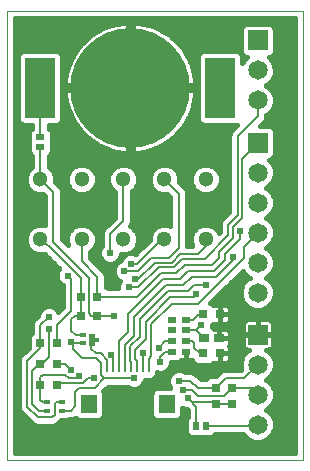
<source format=gtl>
G75*
%MOIN*%
%OFA0B0*%
%FSLAX25Y25*%
%IPPOS*%
%LPD*%
%AMOC8*
5,1,8,0,0,1.08239X$1,22.5*
%
%ADD10C,0.00000*%
%ADD11R,0.01102X0.03150*%
%ADD12R,0.05512X0.05906*%
%ADD13R,0.06500X0.06500*%
%ADD14C,0.06500*%
%ADD15R,0.01969X0.01378*%
%ADD16R,0.01181X0.01969*%
%ADD17C,0.00001*%
%ADD18C,0.40000*%
%ADD19R,0.10000X0.20000*%
%ADD20R,0.03150X0.02756*%
%ADD21R,0.02756X0.01969*%
%ADD22R,0.01969X0.02756*%
%ADD23R,0.03150X0.01969*%
%ADD24R,0.02756X0.03150*%
%ADD25R,0.03642X0.02756*%
%ADD26R,0.01969X0.01575*%
%ADD27C,0.05118*%
%ADD28C,0.00800*%
%ADD29C,0.01600*%
%ADD30C,0.02381*%
D10*
X0037739Y0009674D02*
X0037739Y0159280D01*
X0136164Y0159280D01*
X0136164Y0009674D01*
X0037739Y0009674D01*
X0064786Y0048060D02*
X0066518Y0048060D01*
X0066518Y0049241D01*
X0067857Y0049241D01*
X0067857Y0050422D01*
X0066518Y0050422D01*
X0066518Y0051603D01*
X0064786Y0051603D01*
X0064786Y0048060D01*
D11*
X0071006Y0040383D03*
X0072975Y0040383D03*
X0074943Y0040383D03*
X0076912Y0040383D03*
X0078880Y0040383D03*
X0080849Y0040383D03*
X0082817Y0040383D03*
X0084786Y0040383D03*
D12*
X0090888Y0028375D03*
X0064904Y0028375D03*
D13*
X0121203Y0051406D03*
X0121203Y0115383D03*
X0121203Y0149438D03*
D14*
X0121203Y0139438D03*
X0121203Y0129438D03*
X0121203Y0105383D03*
X0121203Y0095383D03*
X0121203Y0085383D03*
X0121203Y0075383D03*
X0121203Y0065383D03*
X0121203Y0041406D03*
X0121203Y0031406D03*
X0121203Y0021406D03*
D15*
X0062935Y0048552D03*
X0062935Y0051111D03*
D16*
X0065652Y0049831D03*
D17*
X0064786Y0049835D02*
X0067857Y0049835D01*
X0067857Y0049834D02*
X0064786Y0049834D01*
X0064786Y0049833D02*
X0067857Y0049833D01*
X0067857Y0049832D02*
X0064786Y0049832D01*
X0064786Y0049831D02*
X0067857Y0049831D01*
X0064786Y0049831D01*
X0064786Y0049830D02*
X0067857Y0049830D01*
X0067857Y0049829D02*
X0064786Y0049829D01*
X0064786Y0049828D02*
X0067857Y0049828D01*
X0067857Y0049827D02*
X0064786Y0049827D01*
X0064786Y0049826D02*
X0067857Y0049826D01*
X0067857Y0049825D02*
X0064786Y0049825D01*
X0064786Y0049824D02*
X0067857Y0049824D01*
X0067857Y0049823D02*
X0064786Y0049823D01*
X0064786Y0049822D02*
X0067857Y0049822D01*
X0067857Y0049821D02*
X0064786Y0049821D01*
X0064786Y0049820D02*
X0067857Y0049820D01*
X0067857Y0049819D02*
X0064786Y0049819D01*
X0064786Y0049818D02*
X0067857Y0049818D01*
X0067857Y0049817D02*
X0064786Y0049817D01*
X0064786Y0049816D02*
X0067857Y0049816D01*
X0067857Y0049815D02*
X0064786Y0049815D01*
X0064786Y0049814D02*
X0067857Y0049814D01*
X0067857Y0049813D02*
X0064786Y0049813D01*
X0064786Y0049812D02*
X0067857Y0049812D01*
X0067857Y0049811D02*
X0064786Y0049811D01*
X0064786Y0049810D02*
X0067857Y0049810D01*
X0067857Y0049809D02*
X0064786Y0049809D01*
X0064786Y0049808D02*
X0067857Y0049808D01*
X0067857Y0049807D02*
X0064786Y0049807D01*
X0064786Y0049806D02*
X0067857Y0049806D01*
X0067857Y0049805D02*
X0064786Y0049805D01*
X0064786Y0049804D02*
X0067857Y0049804D01*
X0067857Y0049803D02*
X0064786Y0049803D01*
X0064786Y0049802D02*
X0067857Y0049802D01*
X0067857Y0049801D02*
X0064786Y0049801D01*
X0064786Y0049800D02*
X0067857Y0049800D01*
X0067857Y0049799D02*
X0064786Y0049799D01*
X0064786Y0049798D02*
X0067857Y0049798D01*
X0067857Y0049797D02*
X0064786Y0049797D01*
X0064786Y0049796D02*
X0067857Y0049796D01*
X0067857Y0049795D02*
X0064786Y0049795D01*
X0064786Y0049794D02*
X0067857Y0049794D01*
X0067857Y0049793D02*
X0064786Y0049793D01*
X0064786Y0049792D02*
X0067857Y0049792D01*
X0067857Y0049791D02*
X0064786Y0049791D01*
X0064786Y0049790D02*
X0067857Y0049790D01*
X0067857Y0049789D02*
X0064786Y0049789D01*
X0064786Y0049788D02*
X0067857Y0049788D01*
X0067857Y0049787D02*
X0064786Y0049787D01*
X0064786Y0049786D02*
X0067857Y0049786D01*
X0067857Y0049785D02*
X0064786Y0049785D01*
X0064786Y0049784D02*
X0067857Y0049784D01*
X0067857Y0049783D02*
X0064786Y0049783D01*
X0064786Y0049782D02*
X0067857Y0049782D01*
X0067857Y0049781D02*
X0064786Y0049781D01*
X0064786Y0049780D02*
X0067857Y0049780D01*
X0067857Y0049779D02*
X0064786Y0049779D01*
X0064786Y0049778D02*
X0067857Y0049778D01*
X0067857Y0049777D02*
X0064786Y0049777D01*
X0064786Y0049776D02*
X0067857Y0049776D01*
X0067857Y0049775D02*
X0064786Y0049775D01*
X0064786Y0049774D02*
X0067857Y0049774D01*
X0067857Y0049773D02*
X0064786Y0049773D01*
X0064786Y0049772D02*
X0067857Y0049772D01*
X0067857Y0049771D02*
X0064786Y0049771D01*
X0064786Y0049770D02*
X0067857Y0049770D01*
X0067857Y0049769D02*
X0064786Y0049769D01*
X0067857Y0049769D01*
X0067857Y0049768D02*
X0064786Y0049768D01*
X0064786Y0049767D02*
X0067857Y0049767D01*
X0067857Y0049766D02*
X0064786Y0049766D01*
X0064786Y0049765D02*
X0067857Y0049765D01*
X0067857Y0049764D02*
X0064786Y0049764D01*
X0064786Y0049763D02*
X0067857Y0049763D01*
X0067857Y0049762D02*
X0064786Y0049762D01*
X0064786Y0049761D02*
X0067857Y0049761D01*
X0067857Y0049760D02*
X0064786Y0049760D01*
X0064786Y0049759D02*
X0067857Y0049759D01*
X0067857Y0049758D02*
X0064786Y0049758D01*
X0064786Y0049757D02*
X0067857Y0049757D01*
X0067857Y0049756D02*
X0064786Y0049756D01*
X0064786Y0049755D02*
X0067857Y0049755D01*
X0067857Y0049754D02*
X0064786Y0049754D01*
X0064786Y0049753D02*
X0067857Y0049753D01*
X0067857Y0049752D02*
X0064786Y0049752D01*
X0064786Y0049751D02*
X0067857Y0049751D01*
X0067857Y0049750D02*
X0064786Y0049750D01*
X0064786Y0049749D02*
X0067857Y0049749D01*
X0067857Y0049748D02*
X0064786Y0049748D01*
X0064786Y0049747D02*
X0067857Y0049747D01*
X0067857Y0049746D02*
X0064786Y0049746D01*
X0064786Y0049745D02*
X0067857Y0049745D01*
X0067857Y0049744D02*
X0064786Y0049744D01*
X0064786Y0049743D02*
X0067857Y0049743D01*
X0067857Y0049742D02*
X0064786Y0049742D01*
X0064786Y0049741D02*
X0067857Y0049741D01*
X0067857Y0049740D02*
X0064786Y0049740D01*
X0064786Y0049739D02*
X0067857Y0049739D01*
X0067857Y0049738D02*
X0064786Y0049738D01*
X0064786Y0049737D02*
X0067857Y0049737D01*
X0067857Y0049736D02*
X0064786Y0049736D01*
X0064786Y0049735D02*
X0067857Y0049735D01*
X0067857Y0049734D02*
X0064786Y0049734D01*
X0064786Y0049733D02*
X0067857Y0049733D01*
X0067857Y0049732D02*
X0064786Y0049732D01*
X0064786Y0049731D02*
X0067857Y0049731D01*
X0067857Y0049730D02*
X0064786Y0049730D01*
X0064786Y0049729D02*
X0067857Y0049729D01*
X0067857Y0049728D02*
X0064786Y0049728D01*
X0064786Y0049727D02*
X0067857Y0049727D01*
X0067857Y0049726D02*
X0064786Y0049726D01*
X0064786Y0049725D02*
X0067857Y0049725D01*
X0067857Y0049724D02*
X0064786Y0049724D01*
X0064786Y0049723D02*
X0067857Y0049723D01*
X0067857Y0049722D02*
X0064786Y0049722D01*
X0064786Y0049721D02*
X0067857Y0049721D01*
X0067857Y0049720D02*
X0064786Y0049720D01*
X0064786Y0049719D02*
X0067857Y0049719D01*
X0067857Y0049718D02*
X0064786Y0049718D01*
X0064786Y0049717D02*
X0067857Y0049717D01*
X0067857Y0049716D02*
X0064786Y0049716D01*
X0064786Y0049715D02*
X0067857Y0049715D01*
X0067857Y0049714D02*
X0064786Y0049714D01*
X0064786Y0049713D02*
X0067857Y0049713D01*
X0067857Y0049712D02*
X0064786Y0049712D01*
X0064786Y0049711D02*
X0067857Y0049711D01*
X0067857Y0049710D02*
X0064786Y0049710D01*
X0064786Y0049709D02*
X0067857Y0049709D01*
X0067857Y0049708D02*
X0064786Y0049708D01*
X0064786Y0049707D02*
X0067857Y0049707D01*
X0067857Y0049706D02*
X0064786Y0049706D01*
X0067857Y0049706D01*
X0067857Y0049705D02*
X0064786Y0049705D01*
X0064786Y0049704D02*
X0067857Y0049704D01*
X0067857Y0049703D02*
X0064786Y0049703D01*
X0064786Y0049702D02*
X0067857Y0049702D01*
X0067857Y0049701D02*
X0064786Y0049701D01*
X0064786Y0049700D02*
X0067857Y0049700D01*
X0067857Y0049699D02*
X0064786Y0049699D01*
X0064786Y0049698D02*
X0067857Y0049698D01*
X0067857Y0049697D02*
X0064786Y0049697D01*
X0064786Y0049696D02*
X0067857Y0049696D01*
X0067857Y0049695D02*
X0064786Y0049695D01*
X0064786Y0049694D02*
X0067857Y0049694D01*
X0067857Y0049693D02*
X0064786Y0049693D01*
X0064786Y0049692D02*
X0067857Y0049692D01*
X0067857Y0049691D02*
X0064786Y0049691D01*
X0064786Y0049690D02*
X0067857Y0049690D01*
X0067857Y0049689D02*
X0064786Y0049689D01*
X0064786Y0049688D02*
X0067857Y0049688D01*
X0067857Y0049687D02*
X0064786Y0049687D01*
X0064786Y0049686D02*
X0067857Y0049686D01*
X0067857Y0049685D02*
X0064786Y0049685D01*
X0064786Y0049684D02*
X0067857Y0049684D01*
X0067857Y0049683D02*
X0064786Y0049683D01*
X0064786Y0049682D02*
X0067857Y0049682D01*
X0067857Y0049681D02*
X0064786Y0049681D01*
X0064786Y0049680D02*
X0067857Y0049680D01*
X0067857Y0049679D02*
X0064786Y0049679D01*
X0064786Y0049678D02*
X0067857Y0049678D01*
X0067857Y0049677D02*
X0064786Y0049677D01*
X0064786Y0049676D02*
X0067857Y0049676D01*
X0067857Y0049675D02*
X0064786Y0049675D01*
X0064786Y0049674D02*
X0067857Y0049674D01*
X0067857Y0049673D02*
X0064786Y0049673D01*
X0064786Y0049672D02*
X0067857Y0049672D01*
X0067857Y0049671D02*
X0064786Y0049671D01*
X0064786Y0049670D02*
X0067857Y0049670D01*
X0067857Y0049669D02*
X0064786Y0049669D01*
X0064786Y0049668D02*
X0067857Y0049668D01*
X0067857Y0049667D02*
X0064786Y0049667D01*
X0064786Y0049666D02*
X0067857Y0049666D01*
X0067857Y0049665D02*
X0064786Y0049665D01*
X0064786Y0049664D02*
X0067857Y0049664D01*
X0067857Y0049663D02*
X0064786Y0049663D01*
X0064786Y0049662D02*
X0067857Y0049662D01*
X0067857Y0049661D02*
X0064786Y0049661D01*
X0064786Y0049660D02*
X0067857Y0049660D01*
X0067857Y0049659D02*
X0064786Y0049659D01*
X0064786Y0049658D02*
X0067857Y0049658D01*
X0067857Y0049657D02*
X0064786Y0049657D01*
X0064786Y0049656D02*
X0067857Y0049656D01*
X0067857Y0049655D02*
X0064786Y0049655D01*
X0064786Y0049654D02*
X0067857Y0049654D01*
X0067857Y0049653D02*
X0064786Y0049653D01*
X0064786Y0049652D02*
X0067857Y0049652D01*
X0067857Y0049651D02*
X0064786Y0049651D01*
X0064786Y0049650D02*
X0067857Y0049650D01*
X0067857Y0049649D02*
X0064786Y0049649D01*
X0064786Y0049648D02*
X0067857Y0049648D01*
X0067857Y0049647D02*
X0064786Y0049647D01*
X0064786Y0049646D02*
X0067857Y0049646D01*
X0067857Y0049645D02*
X0064786Y0049645D01*
X0064786Y0049644D02*
X0067857Y0049644D01*
X0064786Y0049644D01*
X0064786Y0049643D02*
X0067857Y0049643D01*
X0067857Y0049642D02*
X0064786Y0049642D01*
X0064786Y0049641D02*
X0067857Y0049641D01*
X0067857Y0049640D02*
X0064786Y0049640D01*
X0064786Y0049639D02*
X0067857Y0049639D01*
X0067857Y0049638D02*
X0064786Y0049638D01*
X0064786Y0049637D02*
X0067857Y0049637D01*
X0067857Y0049636D02*
X0064786Y0049636D01*
X0064786Y0049635D02*
X0067857Y0049635D01*
X0067857Y0049634D02*
X0064786Y0049634D01*
X0064786Y0049633D02*
X0067857Y0049633D01*
X0067857Y0049632D02*
X0064786Y0049632D01*
X0064786Y0049631D02*
X0067857Y0049631D01*
X0067857Y0049630D02*
X0064786Y0049630D01*
X0064786Y0049629D02*
X0067857Y0049629D01*
X0067857Y0049628D02*
X0064786Y0049628D01*
X0064786Y0049627D02*
X0067857Y0049627D01*
X0067857Y0049626D02*
X0064786Y0049626D01*
X0064786Y0049625D02*
X0067857Y0049625D01*
X0067857Y0049624D02*
X0064786Y0049624D01*
X0064786Y0049623D02*
X0067857Y0049623D01*
X0067857Y0049622D02*
X0064786Y0049622D01*
X0064786Y0049621D02*
X0067857Y0049621D01*
X0067857Y0049620D02*
X0064786Y0049620D01*
X0064786Y0049619D02*
X0067857Y0049619D01*
X0067857Y0049618D02*
X0064786Y0049618D01*
X0064786Y0049617D02*
X0067857Y0049617D01*
X0067857Y0049616D02*
X0064786Y0049616D01*
X0064786Y0049615D02*
X0067857Y0049615D01*
X0067857Y0049614D02*
X0064786Y0049614D01*
X0064786Y0049613D02*
X0067857Y0049613D01*
X0067857Y0049612D02*
X0064786Y0049612D01*
X0064786Y0049611D02*
X0067857Y0049611D01*
X0067857Y0049610D02*
X0064786Y0049610D01*
X0064786Y0049609D02*
X0067857Y0049609D01*
X0067857Y0049608D02*
X0064786Y0049608D01*
X0064786Y0049607D02*
X0067857Y0049607D01*
X0067857Y0049606D02*
X0064786Y0049606D01*
X0064786Y0049605D02*
X0067857Y0049605D01*
X0067857Y0049604D02*
X0064786Y0049604D01*
X0064786Y0049603D02*
X0067857Y0049603D01*
X0067857Y0049602D02*
X0064786Y0049602D01*
X0064786Y0049601D02*
X0067857Y0049601D01*
X0067857Y0049600D02*
X0064786Y0049600D01*
X0064786Y0049599D02*
X0067857Y0049599D01*
X0067857Y0049598D02*
X0064786Y0049598D01*
X0064786Y0049597D02*
X0067857Y0049597D01*
X0067857Y0049596D02*
X0064786Y0049596D01*
X0064786Y0049595D02*
X0067857Y0049595D01*
X0067857Y0049594D02*
X0064786Y0049594D01*
X0064786Y0049593D02*
X0067857Y0049593D01*
X0067857Y0049592D02*
X0064786Y0049592D01*
X0064786Y0049591D02*
X0067857Y0049591D01*
X0067857Y0049590D02*
X0064786Y0049590D01*
X0064786Y0049589D02*
X0067857Y0049589D01*
X0067857Y0049588D02*
X0064786Y0049588D01*
X0064786Y0049587D02*
X0067857Y0049587D01*
X0067857Y0049586D02*
X0064786Y0049586D01*
X0064786Y0049585D02*
X0067857Y0049585D01*
X0067857Y0049584D02*
X0064786Y0049584D01*
X0064786Y0049583D02*
X0067857Y0049583D01*
X0067857Y0049582D02*
X0064786Y0049582D01*
X0064786Y0049581D02*
X0067857Y0049581D01*
X0064786Y0049581D01*
X0064786Y0049580D02*
X0067857Y0049580D01*
X0067857Y0049579D02*
X0064786Y0049579D01*
X0064786Y0049578D02*
X0067857Y0049578D01*
X0067857Y0049577D02*
X0064786Y0049577D01*
X0064786Y0049576D02*
X0067857Y0049576D01*
X0067857Y0049575D02*
X0064786Y0049575D01*
X0064786Y0049574D02*
X0067857Y0049574D01*
X0067857Y0049573D02*
X0064786Y0049573D01*
X0064786Y0049572D02*
X0067857Y0049572D01*
X0067857Y0049571D02*
X0064786Y0049571D01*
X0064786Y0049570D02*
X0067857Y0049570D01*
X0067857Y0049569D02*
X0064786Y0049569D01*
X0064786Y0049568D02*
X0067857Y0049568D01*
X0067857Y0049567D02*
X0064786Y0049567D01*
X0064786Y0049566D02*
X0067857Y0049566D01*
X0067857Y0049565D02*
X0064786Y0049565D01*
X0064786Y0049564D02*
X0067857Y0049564D01*
X0067857Y0049563D02*
X0064786Y0049563D01*
X0064786Y0049562D02*
X0067857Y0049562D01*
X0067857Y0049561D02*
X0064786Y0049561D01*
X0064786Y0049560D02*
X0067857Y0049560D01*
X0067857Y0049559D02*
X0064786Y0049559D01*
X0064786Y0049558D02*
X0067857Y0049558D01*
X0067857Y0049557D02*
X0064786Y0049557D01*
X0064786Y0049556D02*
X0067857Y0049556D01*
X0067857Y0049555D02*
X0064786Y0049555D01*
X0064786Y0049554D02*
X0067857Y0049554D01*
X0067857Y0049553D02*
X0064786Y0049553D01*
X0064786Y0049552D02*
X0067857Y0049552D01*
X0067857Y0049551D02*
X0064786Y0049551D01*
X0064786Y0049550D02*
X0067857Y0049550D01*
X0067857Y0049549D02*
X0064786Y0049549D01*
X0064786Y0049548D02*
X0067857Y0049548D01*
X0067857Y0049547D02*
X0064786Y0049547D01*
X0064786Y0049546D02*
X0067857Y0049546D01*
X0067857Y0049545D02*
X0064786Y0049545D01*
X0064786Y0049544D02*
X0067857Y0049544D01*
X0067857Y0049543D02*
X0064786Y0049543D01*
X0064786Y0049542D02*
X0067857Y0049542D01*
X0067857Y0049541D02*
X0064786Y0049541D01*
X0064786Y0049540D02*
X0067857Y0049540D01*
X0067857Y0049539D02*
X0064786Y0049539D01*
X0064786Y0049538D02*
X0067857Y0049538D01*
X0067857Y0049537D02*
X0064786Y0049537D01*
X0064786Y0049536D02*
X0067857Y0049536D01*
X0067857Y0049535D02*
X0064786Y0049535D01*
X0064786Y0049534D02*
X0067857Y0049534D01*
X0067857Y0049533D02*
X0064786Y0049533D01*
X0064786Y0049532D02*
X0067857Y0049532D01*
X0067857Y0049531D02*
X0064786Y0049531D01*
X0064786Y0049530D02*
X0067857Y0049530D01*
X0067857Y0049529D02*
X0064786Y0049529D01*
X0064786Y0049528D02*
X0067857Y0049528D01*
X0067857Y0049527D02*
X0064786Y0049527D01*
X0064786Y0049526D02*
X0067857Y0049526D01*
X0067857Y0049525D02*
X0064786Y0049525D01*
X0064786Y0049524D02*
X0067857Y0049524D01*
X0067857Y0049523D02*
X0064786Y0049523D01*
X0064786Y0049522D02*
X0067857Y0049522D01*
X0067857Y0049521D02*
X0064786Y0049521D01*
X0064786Y0049520D02*
X0067857Y0049520D01*
X0067857Y0049519D02*
X0064786Y0049519D01*
X0067857Y0049519D01*
X0067857Y0049518D02*
X0064786Y0049518D01*
X0064786Y0049517D02*
X0067857Y0049517D01*
X0067857Y0049516D02*
X0064786Y0049516D01*
X0064786Y0049515D02*
X0067857Y0049515D01*
X0067857Y0049514D02*
X0064786Y0049514D01*
X0064786Y0049513D02*
X0067857Y0049513D01*
X0067857Y0049512D02*
X0064786Y0049512D01*
X0064786Y0049511D02*
X0067857Y0049511D01*
X0067857Y0049510D02*
X0064786Y0049510D01*
X0064786Y0049509D02*
X0067857Y0049509D01*
X0067857Y0049508D02*
X0064786Y0049508D01*
X0064786Y0049507D02*
X0067857Y0049507D01*
X0067857Y0049506D02*
X0064786Y0049506D01*
X0064786Y0049505D02*
X0067857Y0049505D01*
X0067857Y0049504D02*
X0064786Y0049504D01*
X0064786Y0049503D02*
X0067857Y0049503D01*
X0067857Y0049502D02*
X0064786Y0049502D01*
X0064786Y0049501D02*
X0067857Y0049501D01*
X0067857Y0049500D02*
X0064786Y0049500D01*
X0064786Y0049499D02*
X0067857Y0049499D01*
X0067857Y0049498D02*
X0064786Y0049498D01*
X0064786Y0049497D02*
X0067857Y0049497D01*
X0067857Y0049496D02*
X0064786Y0049496D01*
X0064786Y0049495D02*
X0067857Y0049495D01*
X0067857Y0049494D02*
X0064786Y0049494D01*
X0064786Y0049493D02*
X0067857Y0049493D01*
X0067857Y0049492D02*
X0064786Y0049492D01*
X0064786Y0049491D02*
X0067857Y0049491D01*
X0067857Y0049490D02*
X0064786Y0049490D01*
X0064786Y0049489D02*
X0067857Y0049489D01*
X0067857Y0049488D02*
X0064786Y0049488D01*
X0064786Y0049487D02*
X0067857Y0049487D01*
X0067857Y0049486D02*
X0064786Y0049486D01*
X0064786Y0049485D02*
X0067857Y0049485D01*
X0067857Y0049484D02*
X0064786Y0049484D01*
X0064786Y0049483D02*
X0067857Y0049483D01*
X0067857Y0049482D02*
X0064786Y0049482D01*
X0064786Y0049481D02*
X0067857Y0049481D01*
X0067857Y0049480D02*
X0064786Y0049480D01*
X0064786Y0049479D02*
X0067857Y0049479D01*
X0067857Y0049478D02*
X0064786Y0049478D01*
X0064786Y0049477D02*
X0067857Y0049477D01*
X0067857Y0049476D02*
X0064786Y0049476D01*
X0064786Y0049475D02*
X0067857Y0049475D01*
X0067857Y0049474D02*
X0064786Y0049474D01*
X0064786Y0049473D02*
X0067857Y0049473D01*
X0067857Y0049472D02*
X0064786Y0049472D01*
X0064786Y0049471D02*
X0067857Y0049471D01*
X0067857Y0049470D02*
X0064786Y0049470D01*
X0064786Y0049469D02*
X0067857Y0049469D01*
X0067857Y0049468D02*
X0064786Y0049468D01*
X0064786Y0049467D02*
X0067857Y0049467D01*
X0067857Y0049466D02*
X0064786Y0049466D01*
X0064786Y0049465D02*
X0067857Y0049465D01*
X0067857Y0049464D02*
X0064786Y0049464D01*
X0064786Y0049463D02*
X0067857Y0049463D01*
X0067857Y0049462D02*
X0064786Y0049462D01*
X0064786Y0049461D02*
X0067857Y0049461D01*
X0067857Y0049460D02*
X0064786Y0049460D01*
X0064786Y0049459D02*
X0067857Y0049459D01*
X0067857Y0049458D02*
X0064786Y0049458D01*
X0064786Y0049457D02*
X0067857Y0049457D01*
X0067857Y0049456D02*
X0064786Y0049456D01*
X0067857Y0049456D01*
X0067857Y0049455D02*
X0064786Y0049455D01*
X0064786Y0049454D02*
X0067857Y0049454D01*
X0067857Y0049453D02*
X0064786Y0049453D01*
X0064786Y0049452D02*
X0067857Y0049452D01*
X0067857Y0049451D02*
X0064786Y0049451D01*
X0064786Y0049450D02*
X0067857Y0049450D01*
X0067857Y0049449D02*
X0064786Y0049449D01*
X0064786Y0049448D02*
X0067857Y0049448D01*
X0067857Y0049447D02*
X0064786Y0049447D01*
X0064786Y0049446D02*
X0067857Y0049446D01*
X0067857Y0049445D02*
X0064786Y0049445D01*
X0064786Y0049444D02*
X0067857Y0049444D01*
X0067857Y0049443D02*
X0064786Y0049443D01*
X0064786Y0049442D02*
X0067857Y0049442D01*
X0067857Y0049441D02*
X0064786Y0049441D01*
X0064786Y0049440D02*
X0067857Y0049440D01*
X0067857Y0049439D02*
X0064786Y0049439D01*
X0064786Y0049438D02*
X0067857Y0049438D01*
X0067857Y0049437D02*
X0064786Y0049437D01*
X0064786Y0049436D02*
X0067857Y0049436D01*
X0067857Y0049435D02*
X0064786Y0049435D01*
X0064786Y0049434D02*
X0067857Y0049434D01*
X0067857Y0049433D02*
X0064786Y0049433D01*
X0064786Y0049432D02*
X0067857Y0049432D01*
X0067857Y0049431D02*
X0064786Y0049431D01*
X0064786Y0049430D02*
X0067857Y0049430D01*
X0067857Y0049429D02*
X0064786Y0049429D01*
X0064786Y0049428D02*
X0067857Y0049428D01*
X0067857Y0049427D02*
X0064786Y0049427D01*
X0064786Y0049426D02*
X0067857Y0049426D01*
X0067857Y0049425D02*
X0064786Y0049425D01*
X0064786Y0049424D02*
X0067857Y0049424D01*
X0067857Y0049423D02*
X0064786Y0049423D01*
X0064786Y0049422D02*
X0067857Y0049422D01*
X0067857Y0049421D02*
X0064786Y0049421D01*
X0064786Y0049420D02*
X0067857Y0049420D01*
X0067857Y0049419D02*
X0064786Y0049419D01*
X0064786Y0049418D02*
X0067857Y0049418D01*
X0067857Y0049417D02*
X0064786Y0049417D01*
X0064786Y0049416D02*
X0067857Y0049416D01*
X0067857Y0049415D02*
X0064786Y0049415D01*
X0064786Y0049414D02*
X0067857Y0049414D01*
X0067857Y0049413D02*
X0064786Y0049413D01*
X0064786Y0049412D02*
X0067857Y0049412D01*
X0067857Y0049411D02*
X0064786Y0049411D01*
X0064786Y0049410D02*
X0067857Y0049410D01*
X0067857Y0049409D02*
X0064786Y0049409D01*
X0064786Y0049408D02*
X0067857Y0049408D01*
X0067857Y0049407D02*
X0064786Y0049407D01*
X0064786Y0049406D02*
X0067857Y0049406D01*
X0067857Y0049405D02*
X0064786Y0049405D01*
X0064786Y0049404D02*
X0067857Y0049404D01*
X0067857Y0049403D02*
X0064786Y0049403D01*
X0064786Y0049402D02*
X0067857Y0049402D01*
X0067857Y0049401D02*
X0064786Y0049401D01*
X0064786Y0049400D02*
X0067857Y0049400D01*
X0067857Y0049399D02*
X0064786Y0049399D01*
X0064786Y0049398D02*
X0067857Y0049398D01*
X0067857Y0049397D02*
X0064786Y0049397D01*
X0064786Y0049396D02*
X0067857Y0049396D01*
X0067857Y0049395D02*
X0064786Y0049395D01*
X0064786Y0049394D02*
X0067857Y0049394D01*
X0064786Y0049394D01*
X0064786Y0049393D02*
X0067857Y0049393D01*
X0067857Y0049392D02*
X0064786Y0049392D01*
X0064786Y0049391D02*
X0067857Y0049391D01*
X0067857Y0049390D02*
X0064786Y0049390D01*
X0064786Y0049389D02*
X0067857Y0049389D01*
X0067857Y0049388D02*
X0064786Y0049388D01*
X0064786Y0049387D02*
X0067857Y0049387D01*
X0067857Y0049386D02*
X0064786Y0049386D01*
X0064786Y0049385D02*
X0067857Y0049385D01*
X0067857Y0049384D02*
X0064786Y0049384D01*
X0064786Y0049383D02*
X0067857Y0049383D01*
X0067857Y0049382D02*
X0064786Y0049382D01*
X0064786Y0049381D02*
X0067857Y0049381D01*
X0067857Y0049380D02*
X0064786Y0049380D01*
X0064786Y0049379D02*
X0067857Y0049379D01*
X0067857Y0049378D02*
X0064786Y0049378D01*
X0064786Y0049377D02*
X0067857Y0049377D01*
X0067857Y0049376D02*
X0064786Y0049376D01*
X0064786Y0049375D02*
X0067857Y0049375D01*
X0067857Y0049374D02*
X0064786Y0049374D01*
X0064786Y0049373D02*
X0067857Y0049373D01*
X0067857Y0049372D02*
X0064786Y0049372D01*
X0064786Y0049371D02*
X0067857Y0049371D01*
X0067857Y0049370D02*
X0064786Y0049370D01*
X0064786Y0049369D02*
X0067857Y0049369D01*
X0067857Y0049368D02*
X0064786Y0049368D01*
X0064786Y0049367D02*
X0067857Y0049367D01*
X0067857Y0049366D02*
X0064786Y0049366D01*
X0064786Y0049365D02*
X0067857Y0049365D01*
X0067857Y0049364D02*
X0064786Y0049364D01*
X0064786Y0049363D02*
X0067857Y0049363D01*
X0067857Y0049362D02*
X0064786Y0049362D01*
X0064786Y0049361D02*
X0067857Y0049361D01*
X0067857Y0049360D02*
X0064786Y0049360D01*
X0064786Y0049359D02*
X0067857Y0049359D01*
X0067857Y0049358D02*
X0064786Y0049358D01*
X0064786Y0049357D02*
X0067857Y0049357D01*
X0067857Y0049356D02*
X0064786Y0049356D01*
X0064786Y0049355D02*
X0067857Y0049355D01*
X0067857Y0049354D02*
X0064786Y0049354D01*
X0064786Y0049353D02*
X0067857Y0049353D01*
X0067857Y0049352D02*
X0064786Y0049352D01*
X0064786Y0049351D02*
X0067857Y0049351D01*
X0067857Y0049350D02*
X0064786Y0049350D01*
X0064786Y0049349D02*
X0067857Y0049349D01*
X0067857Y0049348D02*
X0064786Y0049348D01*
X0064786Y0049347D02*
X0067857Y0049347D01*
X0067857Y0049346D02*
X0064786Y0049346D01*
X0064786Y0049345D02*
X0067857Y0049345D01*
X0067857Y0049344D02*
X0064786Y0049344D01*
X0064786Y0049343D02*
X0067857Y0049343D01*
X0067857Y0049342D02*
X0064786Y0049342D01*
X0064786Y0049341D02*
X0067857Y0049341D01*
X0067857Y0049340D02*
X0064786Y0049340D01*
X0064786Y0049339D02*
X0067857Y0049339D01*
X0067857Y0049338D02*
X0064786Y0049338D01*
X0064786Y0049337D02*
X0067857Y0049337D01*
X0067857Y0049336D02*
X0064786Y0049336D01*
X0064786Y0049335D02*
X0067857Y0049335D01*
X0067857Y0049334D02*
X0064786Y0049334D01*
X0064786Y0049333D02*
X0067857Y0049333D01*
X0067857Y0049332D02*
X0064786Y0049332D01*
X0064786Y0049331D02*
X0067857Y0049331D01*
X0064786Y0049331D01*
X0064786Y0049330D02*
X0067857Y0049330D01*
X0067857Y0049329D02*
X0064786Y0049329D01*
X0064786Y0049328D02*
X0067857Y0049328D01*
X0067857Y0049327D02*
X0064786Y0049327D01*
X0064786Y0049326D02*
X0067857Y0049326D01*
X0067857Y0049325D02*
X0064786Y0049325D01*
X0064786Y0049324D02*
X0067857Y0049324D01*
X0067857Y0049323D02*
X0064786Y0049323D01*
X0064786Y0049322D02*
X0067857Y0049322D01*
X0067857Y0049321D02*
X0064786Y0049321D01*
X0064786Y0049320D02*
X0067857Y0049320D01*
X0067857Y0049319D02*
X0064786Y0049319D01*
X0064786Y0049318D02*
X0067857Y0049318D01*
X0067857Y0049317D02*
X0064786Y0049317D01*
X0064786Y0049316D02*
X0067857Y0049316D01*
X0067857Y0049315D02*
X0064786Y0049315D01*
X0064786Y0049314D02*
X0067857Y0049314D01*
X0067857Y0049313D02*
X0064786Y0049313D01*
X0064786Y0049312D02*
X0067857Y0049312D01*
X0067857Y0049311D02*
X0064786Y0049311D01*
X0064786Y0049310D02*
X0067857Y0049310D01*
X0067857Y0049309D02*
X0064786Y0049309D01*
X0064786Y0049308D02*
X0067857Y0049308D01*
X0067857Y0049307D02*
X0064786Y0049307D01*
X0064786Y0049306D02*
X0067857Y0049306D01*
X0067857Y0049305D02*
X0064786Y0049305D01*
X0064786Y0049304D02*
X0067857Y0049304D01*
X0067857Y0049303D02*
X0064786Y0049303D01*
X0064786Y0049302D02*
X0067857Y0049302D01*
X0067857Y0049301D02*
X0064786Y0049301D01*
X0064786Y0049300D02*
X0067857Y0049300D01*
X0067857Y0049299D02*
X0064786Y0049299D01*
X0064786Y0049298D02*
X0067857Y0049298D01*
X0067857Y0049297D02*
X0064786Y0049297D01*
X0064786Y0049296D02*
X0067857Y0049296D01*
X0067857Y0049295D02*
X0064786Y0049295D01*
X0064786Y0049294D02*
X0067857Y0049294D01*
X0067857Y0049293D02*
X0064786Y0049293D01*
X0064786Y0049292D02*
X0067857Y0049292D01*
X0067857Y0049291D02*
X0064786Y0049291D01*
X0064786Y0049290D02*
X0067857Y0049290D01*
X0067857Y0049289D02*
X0064786Y0049289D01*
X0064786Y0049288D02*
X0067857Y0049288D01*
X0067857Y0049287D02*
X0064786Y0049287D01*
X0064786Y0049286D02*
X0067857Y0049286D01*
X0067857Y0049285D02*
X0064786Y0049285D01*
X0064786Y0049284D02*
X0067857Y0049284D01*
X0067857Y0049283D02*
X0064786Y0049283D01*
X0064786Y0049282D02*
X0067857Y0049282D01*
X0067857Y0049281D02*
X0064786Y0049281D01*
X0064786Y0049280D02*
X0067857Y0049280D01*
X0067857Y0049279D02*
X0064786Y0049279D01*
X0064786Y0049278D02*
X0067857Y0049278D01*
X0067857Y0049277D02*
X0064786Y0049277D01*
X0064786Y0049276D02*
X0067857Y0049276D01*
X0067857Y0049275D02*
X0064786Y0049275D01*
X0064786Y0049274D02*
X0067857Y0049274D01*
X0067857Y0049273D02*
X0064786Y0049273D01*
X0064786Y0049272D02*
X0067857Y0049272D01*
X0067857Y0049271D02*
X0064786Y0049271D01*
X0064786Y0049270D02*
X0067857Y0049270D01*
X0067857Y0049269D02*
X0064786Y0049269D01*
X0067857Y0049269D01*
X0067857Y0049268D02*
X0064786Y0049268D01*
X0064786Y0049267D02*
X0067857Y0049267D01*
X0067857Y0049266D02*
X0064786Y0049266D01*
X0064786Y0049265D02*
X0067857Y0049265D01*
X0067857Y0049264D02*
X0064786Y0049264D01*
X0064786Y0049263D02*
X0067857Y0049263D01*
X0067857Y0049262D02*
X0064786Y0049262D01*
X0064786Y0049261D02*
X0067857Y0049261D01*
X0067857Y0049260D02*
X0064786Y0049260D01*
X0064786Y0049259D02*
X0067857Y0049259D01*
X0067857Y0049258D02*
X0064786Y0049258D01*
X0064786Y0049257D02*
X0067857Y0049257D01*
X0067857Y0049256D02*
X0064786Y0049256D01*
X0064786Y0049255D02*
X0067857Y0049255D01*
X0067857Y0049254D02*
X0064786Y0049254D01*
X0064786Y0049253D02*
X0067857Y0049253D01*
X0067857Y0049252D02*
X0064786Y0049252D01*
X0064786Y0049251D02*
X0067857Y0049251D01*
X0067857Y0049250D02*
X0064786Y0049250D01*
X0064786Y0049249D02*
X0067857Y0049249D01*
X0067857Y0049248D02*
X0064786Y0049248D01*
X0064786Y0049247D02*
X0067857Y0049247D01*
X0067857Y0049246D02*
X0064786Y0049246D01*
X0064786Y0049245D02*
X0067857Y0049245D01*
X0067857Y0049244D02*
X0064786Y0049244D01*
X0064786Y0049243D02*
X0067857Y0049243D01*
X0067857Y0049242D02*
X0064786Y0049242D01*
X0064786Y0049241D02*
X0067857Y0049241D01*
X0067857Y0049836D02*
X0064786Y0049836D01*
X0064786Y0049837D02*
X0067857Y0049837D01*
X0067857Y0049838D02*
X0064786Y0049838D01*
X0064786Y0049839D02*
X0067857Y0049839D01*
X0067857Y0049840D02*
X0064786Y0049840D01*
X0064786Y0049841D02*
X0067857Y0049841D01*
X0067857Y0049842D02*
X0064786Y0049842D01*
X0064786Y0049843D02*
X0067857Y0049843D01*
X0067857Y0049844D02*
X0064786Y0049844D01*
X0064786Y0049845D02*
X0067857Y0049845D01*
X0067857Y0049846D02*
X0064786Y0049846D01*
X0064786Y0049847D02*
X0067857Y0049847D01*
X0067857Y0049848D02*
X0064786Y0049848D01*
X0064786Y0049849D02*
X0067857Y0049849D01*
X0067857Y0049850D02*
X0064786Y0049850D01*
X0064786Y0049851D02*
X0067857Y0049851D01*
X0067857Y0049852D02*
X0064786Y0049852D01*
X0064786Y0049853D02*
X0067857Y0049853D01*
X0067857Y0049854D02*
X0064786Y0049854D01*
X0064786Y0049855D02*
X0067857Y0049855D01*
X0067857Y0049856D02*
X0064786Y0049856D01*
X0064786Y0049857D02*
X0067857Y0049857D01*
X0067857Y0049858D02*
X0064786Y0049858D01*
X0064786Y0049859D02*
X0067857Y0049859D01*
X0067857Y0049860D02*
X0064786Y0049860D01*
X0064786Y0049861D02*
X0067857Y0049861D01*
X0067857Y0049862D02*
X0064786Y0049862D01*
X0064786Y0049863D02*
X0067857Y0049863D01*
X0067857Y0049864D02*
X0064786Y0049864D01*
X0064786Y0049865D02*
X0067857Y0049865D01*
X0067857Y0049866D02*
X0064786Y0049866D01*
X0064786Y0049867D02*
X0067857Y0049867D01*
X0067857Y0049868D02*
X0064786Y0049868D01*
X0064786Y0049869D02*
X0067857Y0049869D01*
X0067857Y0049870D02*
X0064786Y0049870D01*
X0064786Y0049871D02*
X0067857Y0049871D01*
X0067857Y0049872D02*
X0064786Y0049872D01*
X0064786Y0049873D02*
X0067857Y0049873D01*
X0067857Y0049874D02*
X0064786Y0049874D01*
X0064786Y0049875D02*
X0067857Y0049875D01*
X0067857Y0049876D02*
X0064786Y0049876D01*
X0064786Y0049877D02*
X0067857Y0049877D01*
X0067857Y0049878D02*
X0064786Y0049878D01*
X0064786Y0049879D02*
X0067857Y0049879D01*
X0067857Y0049880D02*
X0064786Y0049880D01*
X0064786Y0049881D02*
X0067857Y0049881D01*
X0067857Y0049882D02*
X0064786Y0049882D01*
X0064786Y0049883D02*
X0067857Y0049883D01*
X0067857Y0049884D02*
X0064786Y0049884D01*
X0064786Y0049885D02*
X0067857Y0049885D01*
X0067857Y0049886D02*
X0064786Y0049886D01*
X0064786Y0049887D02*
X0067857Y0049887D01*
X0067857Y0049888D02*
X0064786Y0049888D01*
X0064786Y0049889D02*
X0067857Y0049889D01*
X0067857Y0049890D02*
X0064786Y0049890D01*
X0064786Y0049891D02*
X0067857Y0049891D01*
X0067857Y0049892D02*
X0064786Y0049892D01*
X0064786Y0049893D02*
X0067857Y0049893D01*
X0067857Y0049894D02*
X0064786Y0049894D01*
X0067857Y0049894D01*
X0067857Y0049895D02*
X0064786Y0049895D01*
X0064786Y0049896D02*
X0067857Y0049896D01*
X0067857Y0049897D02*
X0064786Y0049897D01*
X0064786Y0049898D02*
X0067857Y0049898D01*
X0067857Y0049899D02*
X0064786Y0049899D01*
X0064786Y0049900D02*
X0067857Y0049900D01*
X0067857Y0049901D02*
X0064786Y0049901D01*
X0064786Y0049902D02*
X0067857Y0049902D01*
X0067857Y0049903D02*
X0064786Y0049903D01*
X0064786Y0049904D02*
X0067857Y0049904D01*
X0067857Y0049905D02*
X0064786Y0049905D01*
X0064786Y0049906D02*
X0067857Y0049906D01*
X0067857Y0049907D02*
X0064786Y0049907D01*
X0064786Y0049908D02*
X0067857Y0049908D01*
X0067857Y0049909D02*
X0064786Y0049909D01*
X0064786Y0049910D02*
X0067857Y0049910D01*
X0067857Y0049911D02*
X0064786Y0049911D01*
X0064786Y0049912D02*
X0067857Y0049912D01*
X0067857Y0049913D02*
X0064786Y0049913D01*
X0064786Y0049914D02*
X0067857Y0049914D01*
X0067857Y0049915D02*
X0064786Y0049915D01*
X0064786Y0049916D02*
X0067857Y0049916D01*
X0067857Y0049917D02*
X0064786Y0049917D01*
X0064786Y0049918D02*
X0067857Y0049918D01*
X0067857Y0049919D02*
X0064786Y0049919D01*
X0064786Y0049920D02*
X0067857Y0049920D01*
X0067857Y0049921D02*
X0064786Y0049921D01*
X0064786Y0049922D02*
X0067857Y0049922D01*
X0067857Y0049923D02*
X0064786Y0049923D01*
X0064786Y0049924D02*
X0067857Y0049924D01*
X0067857Y0049925D02*
X0064786Y0049925D01*
X0064786Y0049926D02*
X0067857Y0049926D01*
X0067857Y0049927D02*
X0064786Y0049927D01*
X0064786Y0049928D02*
X0067857Y0049928D01*
X0067857Y0049929D02*
X0064786Y0049929D01*
X0064786Y0049930D02*
X0067857Y0049930D01*
X0067857Y0049931D02*
X0064786Y0049931D01*
X0064786Y0049932D02*
X0067857Y0049932D01*
X0067857Y0049933D02*
X0064786Y0049933D01*
X0064786Y0049934D02*
X0067857Y0049934D01*
X0067857Y0049935D02*
X0064786Y0049935D01*
X0064786Y0049936D02*
X0067857Y0049936D01*
X0067857Y0049937D02*
X0064786Y0049937D01*
X0064786Y0049938D02*
X0067857Y0049938D01*
X0067857Y0049939D02*
X0064786Y0049939D01*
X0064786Y0049940D02*
X0067857Y0049940D01*
X0067857Y0049941D02*
X0064786Y0049941D01*
X0064786Y0049942D02*
X0067857Y0049942D01*
X0067857Y0049943D02*
X0064786Y0049943D01*
X0064786Y0049944D02*
X0067857Y0049944D01*
X0067857Y0049945D02*
X0064786Y0049945D01*
X0064786Y0049946D02*
X0067857Y0049946D01*
X0067857Y0049947D02*
X0064786Y0049947D01*
X0064786Y0049948D02*
X0067857Y0049948D01*
X0067857Y0049949D02*
X0064786Y0049949D01*
X0064786Y0049950D02*
X0067857Y0049950D01*
X0067857Y0049951D02*
X0064786Y0049951D01*
X0064786Y0049952D02*
X0067857Y0049952D01*
X0067857Y0049953D02*
X0064786Y0049953D01*
X0064786Y0049954D02*
X0067857Y0049954D01*
X0067857Y0049955D02*
X0064786Y0049955D01*
X0064786Y0049956D02*
X0067857Y0049956D01*
X0064786Y0049956D01*
X0064786Y0049957D02*
X0067857Y0049957D01*
X0067857Y0049958D02*
X0064786Y0049958D01*
X0064786Y0049959D02*
X0067857Y0049959D01*
X0067857Y0049960D02*
X0064786Y0049960D01*
X0064786Y0049961D02*
X0067857Y0049961D01*
X0067857Y0049962D02*
X0064786Y0049962D01*
X0064786Y0049963D02*
X0067857Y0049963D01*
X0067857Y0049964D02*
X0064786Y0049964D01*
X0064786Y0049965D02*
X0067857Y0049965D01*
X0067857Y0049966D02*
X0064786Y0049966D01*
X0064786Y0049967D02*
X0067857Y0049967D01*
X0067857Y0049968D02*
X0064786Y0049968D01*
X0064786Y0049969D02*
X0067857Y0049969D01*
X0067857Y0049970D02*
X0064786Y0049970D01*
X0064786Y0049971D02*
X0067857Y0049971D01*
X0067857Y0049972D02*
X0064786Y0049972D01*
X0064786Y0049973D02*
X0067857Y0049973D01*
X0067857Y0049974D02*
X0064786Y0049974D01*
X0064786Y0049975D02*
X0067857Y0049975D01*
X0067857Y0049976D02*
X0064786Y0049976D01*
X0064786Y0049977D02*
X0067857Y0049977D01*
X0067857Y0049978D02*
X0064786Y0049978D01*
X0064786Y0049979D02*
X0067857Y0049979D01*
X0067857Y0049980D02*
X0064786Y0049980D01*
X0064786Y0049981D02*
X0067857Y0049981D01*
X0067857Y0049982D02*
X0064786Y0049982D01*
X0064786Y0049983D02*
X0067857Y0049983D01*
X0067857Y0049984D02*
X0064786Y0049984D01*
X0064786Y0049985D02*
X0067857Y0049985D01*
X0067857Y0049986D02*
X0064786Y0049986D01*
X0064786Y0049987D02*
X0067857Y0049987D01*
X0067857Y0049988D02*
X0064786Y0049988D01*
X0064786Y0049989D02*
X0067857Y0049989D01*
X0067857Y0049990D02*
X0064786Y0049990D01*
X0064786Y0049991D02*
X0067857Y0049991D01*
X0067857Y0049992D02*
X0064786Y0049992D01*
X0064786Y0049993D02*
X0067857Y0049993D01*
X0067857Y0049994D02*
X0064786Y0049994D01*
X0064786Y0049995D02*
X0067857Y0049995D01*
X0067857Y0049996D02*
X0064786Y0049996D01*
X0064786Y0049997D02*
X0067857Y0049997D01*
X0067857Y0049998D02*
X0064786Y0049998D01*
X0064786Y0049999D02*
X0067857Y0049999D01*
X0067857Y0050000D02*
X0064786Y0050000D01*
X0064786Y0050001D02*
X0067857Y0050001D01*
X0067857Y0050002D02*
X0064786Y0050002D01*
X0064786Y0050003D02*
X0067857Y0050003D01*
X0067857Y0050004D02*
X0064786Y0050004D01*
X0064786Y0050005D02*
X0067857Y0050005D01*
X0067857Y0050006D02*
X0064786Y0050006D01*
X0064786Y0050007D02*
X0067857Y0050007D01*
X0067857Y0050008D02*
X0064786Y0050008D01*
X0064786Y0050009D02*
X0067857Y0050009D01*
X0067857Y0050010D02*
X0064786Y0050010D01*
X0064786Y0050011D02*
X0067857Y0050011D01*
X0067857Y0050012D02*
X0064786Y0050012D01*
X0064786Y0050013D02*
X0067857Y0050013D01*
X0067857Y0050014D02*
X0064786Y0050014D01*
X0064786Y0050015D02*
X0067857Y0050015D01*
X0067857Y0050016D02*
X0064786Y0050016D01*
X0064786Y0050017D02*
X0067857Y0050017D01*
X0067857Y0050018D02*
X0064786Y0050018D01*
X0064786Y0050019D02*
X0067857Y0050019D01*
X0064786Y0050019D01*
X0064786Y0050020D02*
X0067857Y0050020D01*
X0067857Y0050021D02*
X0064786Y0050021D01*
X0064786Y0050022D02*
X0067857Y0050022D01*
X0067857Y0050023D02*
X0064786Y0050023D01*
X0064786Y0050024D02*
X0067857Y0050024D01*
X0067857Y0050025D02*
X0064786Y0050025D01*
X0064786Y0050026D02*
X0067857Y0050026D01*
X0067857Y0050027D02*
X0064786Y0050027D01*
X0064786Y0050028D02*
X0067857Y0050028D01*
X0067857Y0050029D02*
X0064786Y0050029D01*
X0064786Y0050030D02*
X0067857Y0050030D01*
X0067857Y0050031D02*
X0064786Y0050031D01*
X0064786Y0050032D02*
X0067857Y0050032D01*
X0067857Y0050033D02*
X0064786Y0050033D01*
X0064786Y0050034D02*
X0067857Y0050034D01*
X0067857Y0050035D02*
X0064786Y0050035D01*
X0064786Y0050036D02*
X0067857Y0050036D01*
X0067857Y0050037D02*
X0064786Y0050037D01*
X0064786Y0050038D02*
X0067857Y0050038D01*
X0067857Y0050039D02*
X0064786Y0050039D01*
X0064786Y0050040D02*
X0067857Y0050040D01*
X0067857Y0050041D02*
X0064786Y0050041D01*
X0064786Y0050042D02*
X0067857Y0050042D01*
X0067857Y0050043D02*
X0064786Y0050043D01*
X0064786Y0050044D02*
X0067857Y0050044D01*
X0067857Y0050045D02*
X0064786Y0050045D01*
X0064786Y0050046D02*
X0067857Y0050046D01*
X0067857Y0050047D02*
X0064786Y0050047D01*
X0064786Y0050048D02*
X0067857Y0050048D01*
X0067857Y0050049D02*
X0064786Y0050049D01*
X0064786Y0050050D02*
X0067857Y0050050D01*
X0067857Y0050051D02*
X0064786Y0050051D01*
X0064786Y0050052D02*
X0067857Y0050052D01*
X0067857Y0050053D02*
X0064786Y0050053D01*
X0064786Y0050054D02*
X0067857Y0050054D01*
X0067857Y0050055D02*
X0064786Y0050055D01*
X0064786Y0050056D02*
X0067857Y0050056D01*
X0067857Y0050057D02*
X0064786Y0050057D01*
X0064786Y0050058D02*
X0067857Y0050058D01*
X0067857Y0050059D02*
X0064786Y0050059D01*
X0064786Y0050060D02*
X0067857Y0050060D01*
X0067857Y0050061D02*
X0064786Y0050061D01*
X0064786Y0050062D02*
X0067857Y0050062D01*
X0067857Y0050063D02*
X0064786Y0050063D01*
X0064786Y0050064D02*
X0067857Y0050064D01*
X0067857Y0050065D02*
X0064786Y0050065D01*
X0064786Y0050066D02*
X0067857Y0050066D01*
X0067857Y0050067D02*
X0064786Y0050067D01*
X0064786Y0050068D02*
X0067857Y0050068D01*
X0067857Y0050069D02*
X0064786Y0050069D01*
X0064786Y0050070D02*
X0067857Y0050070D01*
X0067857Y0050071D02*
X0064786Y0050071D01*
X0064786Y0050072D02*
X0067857Y0050072D01*
X0067857Y0050073D02*
X0064786Y0050073D01*
X0064786Y0050074D02*
X0067857Y0050074D01*
X0067857Y0050075D02*
X0064786Y0050075D01*
X0064786Y0050076D02*
X0067857Y0050076D01*
X0067857Y0050077D02*
X0064786Y0050077D01*
X0064786Y0050078D02*
X0067857Y0050078D01*
X0067857Y0050079D02*
X0064786Y0050079D01*
X0064786Y0050080D02*
X0067857Y0050080D01*
X0067857Y0050081D02*
X0064786Y0050081D01*
X0067857Y0050081D01*
X0067857Y0050082D02*
X0064786Y0050082D01*
X0064786Y0050083D02*
X0067857Y0050083D01*
X0067857Y0050084D02*
X0064786Y0050084D01*
X0064786Y0050085D02*
X0067857Y0050085D01*
X0067857Y0050086D02*
X0064786Y0050086D01*
X0064786Y0050087D02*
X0067857Y0050087D01*
X0067857Y0050088D02*
X0064786Y0050088D01*
X0064786Y0050089D02*
X0067857Y0050089D01*
X0067857Y0050090D02*
X0064786Y0050090D01*
X0064786Y0050091D02*
X0067857Y0050091D01*
X0067857Y0050092D02*
X0064786Y0050092D01*
X0064786Y0050093D02*
X0067857Y0050093D01*
X0067857Y0050094D02*
X0064786Y0050094D01*
X0064786Y0050095D02*
X0067857Y0050095D01*
X0067857Y0050096D02*
X0064786Y0050096D01*
X0064786Y0050097D02*
X0067857Y0050097D01*
X0067857Y0050098D02*
X0064786Y0050098D01*
X0064786Y0050099D02*
X0067857Y0050099D01*
X0067857Y0050100D02*
X0064786Y0050100D01*
X0064786Y0050101D02*
X0067857Y0050101D01*
X0067857Y0050102D02*
X0064786Y0050102D01*
X0064786Y0050103D02*
X0067857Y0050103D01*
X0067857Y0050104D02*
X0064786Y0050104D01*
X0064786Y0050105D02*
X0067857Y0050105D01*
X0067857Y0050106D02*
X0064786Y0050106D01*
X0064786Y0050107D02*
X0067857Y0050107D01*
X0067857Y0050108D02*
X0064786Y0050108D01*
X0064786Y0050109D02*
X0067857Y0050109D01*
X0067857Y0050110D02*
X0064786Y0050110D01*
X0064786Y0050111D02*
X0067857Y0050111D01*
X0067857Y0050112D02*
X0064786Y0050112D01*
X0064786Y0050113D02*
X0067857Y0050113D01*
X0067857Y0050114D02*
X0064786Y0050114D01*
X0064786Y0050115D02*
X0067857Y0050115D01*
X0067857Y0050116D02*
X0064786Y0050116D01*
X0064786Y0050117D02*
X0067857Y0050117D01*
X0067857Y0050118D02*
X0064786Y0050118D01*
X0064786Y0050119D02*
X0067857Y0050119D01*
X0067857Y0050120D02*
X0064786Y0050120D01*
X0064786Y0050121D02*
X0067857Y0050121D01*
X0067857Y0050122D02*
X0064786Y0050122D01*
X0064786Y0050123D02*
X0067857Y0050123D01*
X0067857Y0050124D02*
X0064786Y0050124D01*
X0064786Y0050125D02*
X0067857Y0050125D01*
X0067857Y0050126D02*
X0064786Y0050126D01*
X0064786Y0050127D02*
X0067857Y0050127D01*
X0067857Y0050128D02*
X0064786Y0050128D01*
X0064786Y0050129D02*
X0067857Y0050129D01*
X0067857Y0050130D02*
X0064786Y0050130D01*
X0064786Y0050131D02*
X0067857Y0050131D01*
X0067857Y0050132D02*
X0064786Y0050132D01*
X0064786Y0050133D02*
X0067857Y0050133D01*
X0067857Y0050134D02*
X0064786Y0050134D01*
X0064786Y0050135D02*
X0067857Y0050135D01*
X0067857Y0050136D02*
X0064786Y0050136D01*
X0064786Y0050137D02*
X0067857Y0050137D01*
X0067857Y0050138D02*
X0064786Y0050138D01*
X0064786Y0050139D02*
X0067857Y0050139D01*
X0067857Y0050140D02*
X0064786Y0050140D01*
X0064786Y0050141D02*
X0067857Y0050141D01*
X0067857Y0050142D02*
X0064786Y0050142D01*
X0064786Y0050143D02*
X0067857Y0050143D01*
X0067857Y0050144D02*
X0064786Y0050144D01*
X0067857Y0050144D01*
X0067857Y0050145D02*
X0064786Y0050145D01*
X0064786Y0050146D02*
X0067857Y0050146D01*
X0067857Y0050147D02*
X0064786Y0050147D01*
X0064786Y0050148D02*
X0067857Y0050148D01*
X0067857Y0050149D02*
X0064786Y0050149D01*
X0064786Y0050150D02*
X0067857Y0050150D01*
X0067857Y0050151D02*
X0064786Y0050151D01*
X0064786Y0050152D02*
X0067857Y0050152D01*
X0067857Y0050153D02*
X0064786Y0050153D01*
X0064786Y0050154D02*
X0067857Y0050154D01*
X0067857Y0050155D02*
X0064786Y0050155D01*
X0064786Y0050156D02*
X0067857Y0050156D01*
X0067857Y0050157D02*
X0064786Y0050157D01*
X0064786Y0050158D02*
X0067857Y0050158D01*
X0067857Y0050159D02*
X0064786Y0050159D01*
X0064786Y0050160D02*
X0067857Y0050160D01*
X0067857Y0050161D02*
X0064786Y0050161D01*
X0064786Y0050162D02*
X0067857Y0050162D01*
X0067857Y0050163D02*
X0064786Y0050163D01*
X0064786Y0050164D02*
X0067857Y0050164D01*
X0067857Y0050165D02*
X0064786Y0050165D01*
X0064786Y0050166D02*
X0067857Y0050166D01*
X0067857Y0050167D02*
X0064786Y0050167D01*
X0064786Y0050168D02*
X0067857Y0050168D01*
X0067857Y0050169D02*
X0064786Y0050169D01*
X0064786Y0050170D02*
X0067857Y0050170D01*
X0067857Y0050171D02*
X0064786Y0050171D01*
X0064786Y0050172D02*
X0067857Y0050172D01*
X0067857Y0050173D02*
X0064786Y0050173D01*
X0064786Y0050174D02*
X0067857Y0050174D01*
X0067857Y0050175D02*
X0064786Y0050175D01*
X0064786Y0050176D02*
X0067857Y0050176D01*
X0067857Y0050177D02*
X0064786Y0050177D01*
X0064786Y0050178D02*
X0067857Y0050178D01*
X0067857Y0050179D02*
X0064786Y0050179D01*
X0064786Y0050180D02*
X0067857Y0050180D01*
X0067857Y0050181D02*
X0064786Y0050181D01*
X0064786Y0050182D02*
X0067857Y0050182D01*
X0067857Y0050183D02*
X0064786Y0050183D01*
X0064786Y0050184D02*
X0067857Y0050184D01*
X0067857Y0050185D02*
X0064786Y0050185D01*
X0064786Y0050186D02*
X0067857Y0050186D01*
X0067857Y0050187D02*
X0064786Y0050187D01*
X0064786Y0050188D02*
X0067857Y0050188D01*
X0067857Y0050189D02*
X0064786Y0050189D01*
X0064786Y0050190D02*
X0067857Y0050190D01*
X0067857Y0050191D02*
X0064786Y0050191D01*
X0064786Y0050192D02*
X0067857Y0050192D01*
X0067857Y0050193D02*
X0064786Y0050193D01*
X0064786Y0050194D02*
X0067857Y0050194D01*
X0067857Y0050195D02*
X0064786Y0050195D01*
X0064786Y0050196D02*
X0067857Y0050196D01*
X0067857Y0050197D02*
X0064786Y0050197D01*
X0064786Y0050198D02*
X0067857Y0050198D01*
X0067857Y0050199D02*
X0064786Y0050199D01*
X0064786Y0050200D02*
X0067857Y0050200D01*
X0067857Y0050201D02*
X0064786Y0050201D01*
X0064786Y0050202D02*
X0067857Y0050202D01*
X0067857Y0050203D02*
X0064786Y0050203D01*
X0064786Y0050204D02*
X0067857Y0050204D01*
X0067857Y0050205D02*
X0064786Y0050205D01*
X0064786Y0050206D02*
X0067857Y0050206D01*
X0064786Y0050206D01*
X0064786Y0050207D02*
X0067857Y0050207D01*
X0067857Y0050208D02*
X0064786Y0050208D01*
X0064786Y0050209D02*
X0067857Y0050209D01*
X0067857Y0050210D02*
X0064786Y0050210D01*
X0064786Y0050211D02*
X0067857Y0050211D01*
X0067857Y0050212D02*
X0064786Y0050212D01*
X0064786Y0050213D02*
X0067857Y0050213D01*
X0067857Y0050214D02*
X0064786Y0050214D01*
X0064786Y0050215D02*
X0067857Y0050215D01*
X0067857Y0050216D02*
X0064786Y0050216D01*
X0064786Y0050217D02*
X0067857Y0050217D01*
X0067857Y0050218D02*
X0064786Y0050218D01*
X0064786Y0050219D02*
X0067857Y0050219D01*
X0067857Y0050220D02*
X0064786Y0050220D01*
X0064786Y0050221D02*
X0067857Y0050221D01*
X0067857Y0050222D02*
X0064786Y0050222D01*
X0064786Y0050223D02*
X0067857Y0050223D01*
X0067857Y0050224D02*
X0064786Y0050224D01*
X0064786Y0050225D02*
X0067857Y0050225D01*
X0067857Y0050226D02*
X0064786Y0050226D01*
X0064786Y0050227D02*
X0067857Y0050227D01*
X0067857Y0050228D02*
X0064786Y0050228D01*
X0064786Y0050229D02*
X0067857Y0050229D01*
X0067857Y0050230D02*
X0064786Y0050230D01*
X0064786Y0050231D02*
X0067857Y0050231D01*
X0067857Y0050232D02*
X0064786Y0050232D01*
X0064786Y0050233D02*
X0067857Y0050233D01*
X0067857Y0050234D02*
X0064786Y0050234D01*
X0064786Y0050235D02*
X0067857Y0050235D01*
X0067857Y0050236D02*
X0064786Y0050236D01*
X0064786Y0050237D02*
X0067857Y0050237D01*
X0067857Y0050238D02*
X0064786Y0050238D01*
X0064786Y0050239D02*
X0067857Y0050239D01*
X0067857Y0050240D02*
X0064786Y0050240D01*
X0064786Y0050241D02*
X0067857Y0050241D01*
X0067857Y0050242D02*
X0064786Y0050242D01*
X0064786Y0050243D02*
X0067857Y0050243D01*
X0067857Y0050244D02*
X0064786Y0050244D01*
X0064786Y0050245D02*
X0067857Y0050245D01*
X0067857Y0050246D02*
X0064786Y0050246D01*
X0064786Y0050247D02*
X0067857Y0050247D01*
X0067857Y0050248D02*
X0064786Y0050248D01*
X0064786Y0050249D02*
X0067857Y0050249D01*
X0067857Y0050250D02*
X0064786Y0050250D01*
X0064786Y0050251D02*
X0067857Y0050251D01*
X0067857Y0050252D02*
X0064786Y0050252D01*
X0064786Y0050253D02*
X0067857Y0050253D01*
X0067857Y0050254D02*
X0064786Y0050254D01*
X0064786Y0050255D02*
X0067857Y0050255D01*
X0067857Y0050256D02*
X0064786Y0050256D01*
X0064786Y0050257D02*
X0067857Y0050257D01*
X0067857Y0050258D02*
X0064786Y0050258D01*
X0064786Y0050259D02*
X0067857Y0050259D01*
X0067857Y0050260D02*
X0064786Y0050260D01*
X0064786Y0050261D02*
X0067857Y0050261D01*
X0067857Y0050262D02*
X0064786Y0050262D01*
X0064786Y0050263D02*
X0067857Y0050263D01*
X0067857Y0050264D02*
X0064786Y0050264D01*
X0064786Y0050265D02*
X0067857Y0050265D01*
X0067857Y0050266D02*
X0064786Y0050266D01*
X0064786Y0050267D02*
X0067857Y0050267D01*
X0067857Y0050268D02*
X0064786Y0050268D01*
X0064786Y0050269D02*
X0067857Y0050269D01*
X0064786Y0050269D01*
X0064786Y0050270D02*
X0067857Y0050270D01*
X0067857Y0050271D02*
X0064786Y0050271D01*
X0064786Y0050272D02*
X0067857Y0050272D01*
X0067857Y0050273D02*
X0064786Y0050273D01*
X0064786Y0050274D02*
X0067857Y0050274D01*
X0067857Y0050275D02*
X0064786Y0050275D01*
X0064786Y0050276D02*
X0067857Y0050276D01*
X0067857Y0050277D02*
X0064786Y0050277D01*
X0064786Y0050278D02*
X0067857Y0050278D01*
X0067857Y0050279D02*
X0064786Y0050279D01*
X0064786Y0050280D02*
X0067857Y0050280D01*
X0067857Y0050281D02*
X0064786Y0050281D01*
X0064786Y0050282D02*
X0067857Y0050282D01*
X0067857Y0050283D02*
X0064786Y0050283D01*
X0064786Y0050284D02*
X0067857Y0050284D01*
X0067857Y0050285D02*
X0064786Y0050285D01*
X0064786Y0050286D02*
X0067857Y0050286D01*
X0067857Y0050287D02*
X0064786Y0050287D01*
X0064786Y0050288D02*
X0067857Y0050288D01*
X0067857Y0050289D02*
X0064786Y0050289D01*
X0064786Y0050290D02*
X0067857Y0050290D01*
X0067857Y0050291D02*
X0064786Y0050291D01*
X0064786Y0050292D02*
X0067857Y0050292D01*
X0067857Y0050293D02*
X0064786Y0050293D01*
X0064786Y0050294D02*
X0067857Y0050294D01*
X0067857Y0050295D02*
X0064786Y0050295D01*
X0064786Y0050296D02*
X0067857Y0050296D01*
X0067857Y0050297D02*
X0064786Y0050297D01*
X0064786Y0050298D02*
X0067857Y0050298D01*
X0067857Y0050299D02*
X0064786Y0050299D01*
X0064786Y0050300D02*
X0067857Y0050300D01*
X0067857Y0050301D02*
X0064786Y0050301D01*
X0064786Y0050302D02*
X0067857Y0050302D01*
X0067857Y0050303D02*
X0064786Y0050303D01*
X0064786Y0050304D02*
X0067857Y0050304D01*
X0067857Y0050305D02*
X0064786Y0050305D01*
X0064786Y0050306D02*
X0067857Y0050306D01*
X0067857Y0050307D02*
X0064786Y0050307D01*
X0064786Y0050308D02*
X0067857Y0050308D01*
X0067857Y0050309D02*
X0064786Y0050309D01*
X0064786Y0050310D02*
X0067857Y0050310D01*
X0067857Y0050311D02*
X0064786Y0050311D01*
X0064786Y0050312D02*
X0067857Y0050312D01*
X0067857Y0050313D02*
X0064786Y0050313D01*
X0064786Y0050314D02*
X0067857Y0050314D01*
X0067857Y0050315D02*
X0064786Y0050315D01*
X0064786Y0050316D02*
X0067857Y0050316D01*
X0067857Y0050317D02*
X0064786Y0050317D01*
X0064786Y0050318D02*
X0067857Y0050318D01*
X0067857Y0050319D02*
X0064786Y0050319D01*
X0064786Y0050320D02*
X0067857Y0050320D01*
X0067857Y0050321D02*
X0064786Y0050321D01*
X0064786Y0050322D02*
X0067857Y0050322D01*
X0067857Y0050323D02*
X0064786Y0050323D01*
X0064786Y0050324D02*
X0067857Y0050324D01*
X0067857Y0050325D02*
X0064786Y0050325D01*
X0064786Y0050326D02*
X0067857Y0050326D01*
X0067857Y0050327D02*
X0064786Y0050327D01*
X0064786Y0050328D02*
X0067857Y0050328D01*
X0067857Y0050329D02*
X0064786Y0050329D01*
X0064786Y0050330D02*
X0067857Y0050330D01*
X0067857Y0050331D02*
X0064786Y0050331D01*
X0067857Y0050331D01*
X0067857Y0050332D02*
X0064786Y0050332D01*
X0064786Y0050333D02*
X0067857Y0050333D01*
X0067857Y0050334D02*
X0064786Y0050334D01*
X0064786Y0050335D02*
X0067857Y0050335D01*
X0067857Y0050336D02*
X0064786Y0050336D01*
X0064786Y0050337D02*
X0067857Y0050337D01*
X0067857Y0050338D02*
X0064786Y0050338D01*
X0064786Y0050339D02*
X0067857Y0050339D01*
X0067857Y0050340D02*
X0064786Y0050340D01*
X0064786Y0050341D02*
X0067857Y0050341D01*
X0067857Y0050342D02*
X0064786Y0050342D01*
X0064786Y0050343D02*
X0067857Y0050343D01*
X0067857Y0050344D02*
X0064786Y0050344D01*
X0064786Y0050345D02*
X0067857Y0050345D01*
X0067857Y0050346D02*
X0064786Y0050346D01*
X0064786Y0050347D02*
X0067857Y0050347D01*
X0067857Y0050348D02*
X0064786Y0050348D01*
X0064786Y0050349D02*
X0067857Y0050349D01*
X0067857Y0050350D02*
X0064786Y0050350D01*
X0064786Y0050351D02*
X0067857Y0050351D01*
X0067857Y0050352D02*
X0064786Y0050352D01*
X0064786Y0050353D02*
X0067857Y0050353D01*
X0067857Y0050354D02*
X0064786Y0050354D01*
X0064786Y0050355D02*
X0067857Y0050355D01*
X0067857Y0050356D02*
X0064786Y0050356D01*
X0064786Y0050357D02*
X0067857Y0050357D01*
X0067857Y0050358D02*
X0064786Y0050358D01*
X0064786Y0050359D02*
X0067857Y0050359D01*
X0067857Y0050360D02*
X0064786Y0050360D01*
X0064786Y0050361D02*
X0067857Y0050361D01*
X0067857Y0050362D02*
X0064786Y0050362D01*
X0064786Y0050363D02*
X0067857Y0050363D01*
X0067857Y0050364D02*
X0064786Y0050364D01*
X0064786Y0050365D02*
X0067857Y0050365D01*
X0067857Y0050366D02*
X0064786Y0050366D01*
X0064786Y0050367D02*
X0067857Y0050367D01*
X0067857Y0050368D02*
X0064786Y0050368D01*
X0064786Y0050369D02*
X0067857Y0050369D01*
X0067857Y0050370D02*
X0064786Y0050370D01*
X0064786Y0050371D02*
X0067857Y0050371D01*
X0067857Y0050372D02*
X0064786Y0050372D01*
X0064786Y0050373D02*
X0067857Y0050373D01*
X0067857Y0050374D02*
X0064786Y0050374D01*
X0064786Y0050375D02*
X0067857Y0050375D01*
X0067857Y0050376D02*
X0064786Y0050376D01*
X0064786Y0050377D02*
X0067857Y0050377D01*
X0067857Y0050378D02*
X0064786Y0050378D01*
X0064786Y0050379D02*
X0067857Y0050379D01*
X0067857Y0050380D02*
X0064786Y0050380D01*
X0064786Y0050381D02*
X0067857Y0050381D01*
X0067857Y0050382D02*
X0064786Y0050382D01*
X0064786Y0050383D02*
X0067857Y0050383D01*
X0067857Y0050384D02*
X0064786Y0050384D01*
X0064786Y0050385D02*
X0067857Y0050385D01*
X0067857Y0050386D02*
X0064786Y0050386D01*
X0064786Y0050387D02*
X0067857Y0050387D01*
X0067857Y0050388D02*
X0064786Y0050388D01*
X0064786Y0050389D02*
X0067857Y0050389D01*
X0067857Y0050390D02*
X0064786Y0050390D01*
X0064786Y0050391D02*
X0067857Y0050391D01*
X0067857Y0050392D02*
X0064786Y0050392D01*
X0064786Y0050393D02*
X0067857Y0050393D01*
X0067857Y0050394D02*
X0064786Y0050394D01*
X0067857Y0050394D01*
X0067857Y0050395D02*
X0064786Y0050395D01*
X0064786Y0050396D02*
X0067857Y0050396D01*
X0067857Y0050397D02*
X0064786Y0050397D01*
X0064786Y0050398D02*
X0067857Y0050398D01*
X0067857Y0050399D02*
X0064786Y0050399D01*
X0064786Y0050400D02*
X0067857Y0050400D01*
X0067857Y0050401D02*
X0064786Y0050401D01*
X0064786Y0050402D02*
X0067857Y0050402D01*
X0067857Y0050403D02*
X0064786Y0050403D01*
X0064786Y0050404D02*
X0067857Y0050404D01*
X0067857Y0050405D02*
X0064786Y0050405D01*
X0064786Y0050406D02*
X0067857Y0050406D01*
X0067857Y0050407D02*
X0064786Y0050407D01*
X0064786Y0050408D02*
X0067857Y0050408D01*
X0067857Y0050409D02*
X0064786Y0050409D01*
X0064786Y0050410D02*
X0067857Y0050410D01*
X0067857Y0050411D02*
X0064786Y0050411D01*
X0064786Y0050412D02*
X0067857Y0050412D01*
X0067857Y0050413D02*
X0064786Y0050413D01*
X0064786Y0050414D02*
X0067857Y0050414D01*
X0067857Y0050415D02*
X0064786Y0050415D01*
X0064786Y0050416D02*
X0067857Y0050416D01*
X0067857Y0050417D02*
X0064786Y0050417D01*
X0064786Y0050418D02*
X0067857Y0050418D01*
X0067857Y0050419D02*
X0064786Y0050419D01*
X0064786Y0050420D02*
X0067857Y0050420D01*
X0067857Y0050421D02*
X0064786Y0050421D01*
X0064786Y0050422D02*
X0066518Y0050422D01*
X0066518Y0050423D02*
X0064786Y0050423D01*
X0064786Y0050424D02*
X0066518Y0050424D01*
X0066518Y0050425D02*
X0064786Y0050425D01*
X0064786Y0050426D02*
X0066518Y0050426D01*
X0066518Y0050427D02*
X0064786Y0050427D01*
X0064786Y0050428D02*
X0066518Y0050428D01*
X0066518Y0050429D02*
X0064786Y0050429D01*
X0064786Y0050430D02*
X0066518Y0050430D01*
X0066518Y0050431D02*
X0064786Y0050431D01*
X0064786Y0050432D02*
X0066518Y0050432D01*
X0066518Y0050433D02*
X0064786Y0050433D01*
X0064786Y0050434D02*
X0066518Y0050434D01*
X0066518Y0050435D02*
X0064786Y0050435D01*
X0064786Y0050436D02*
X0066518Y0050436D01*
X0066518Y0050437D02*
X0064786Y0050437D01*
X0064786Y0050438D02*
X0066518Y0050438D01*
X0066518Y0050439D02*
X0064786Y0050439D01*
X0064786Y0050440D02*
X0066518Y0050440D01*
X0066518Y0050441D02*
X0064786Y0050441D01*
X0064786Y0050442D02*
X0066518Y0050442D01*
X0066518Y0050443D02*
X0064786Y0050443D01*
X0064786Y0050444D02*
X0066518Y0050444D01*
X0066518Y0050445D02*
X0064786Y0050445D01*
X0064786Y0050446D02*
X0066518Y0050446D01*
X0066518Y0050447D02*
X0064786Y0050447D01*
X0064786Y0050448D02*
X0066518Y0050448D01*
X0066518Y0050449D02*
X0064786Y0050449D01*
X0064786Y0050450D02*
X0066518Y0050450D01*
X0066518Y0050451D02*
X0064786Y0050451D01*
X0064786Y0050452D02*
X0066518Y0050452D01*
X0066518Y0050453D02*
X0064786Y0050453D01*
X0064786Y0050454D02*
X0066518Y0050454D01*
X0066518Y0050455D02*
X0064786Y0050455D01*
X0064786Y0050456D02*
X0066518Y0050456D01*
X0064786Y0050456D01*
X0064786Y0050457D02*
X0066518Y0050457D01*
X0066518Y0050458D02*
X0064786Y0050458D01*
X0064786Y0050459D02*
X0066518Y0050459D01*
X0066518Y0050460D02*
X0064786Y0050460D01*
X0064786Y0050461D02*
X0066518Y0050461D01*
X0066518Y0050462D02*
X0064786Y0050462D01*
X0064786Y0050463D02*
X0066518Y0050463D01*
X0066518Y0050464D02*
X0064786Y0050464D01*
X0064786Y0050465D02*
X0066518Y0050465D01*
X0066518Y0050466D02*
X0064786Y0050466D01*
X0064786Y0050467D02*
X0066518Y0050467D01*
X0066518Y0050468D02*
X0064786Y0050468D01*
X0064786Y0050469D02*
X0066518Y0050469D01*
X0066518Y0050470D02*
X0064786Y0050470D01*
X0064786Y0050471D02*
X0066518Y0050471D01*
X0066518Y0050472D02*
X0064786Y0050472D01*
X0064786Y0050473D02*
X0066518Y0050473D01*
X0066518Y0050474D02*
X0064786Y0050474D01*
X0064786Y0050475D02*
X0066518Y0050475D01*
X0066518Y0050476D02*
X0064786Y0050476D01*
X0064786Y0050477D02*
X0066518Y0050477D01*
X0066518Y0050478D02*
X0064786Y0050478D01*
X0064786Y0050479D02*
X0066518Y0050479D01*
X0066518Y0050480D02*
X0064786Y0050480D01*
X0064786Y0050481D02*
X0066518Y0050481D01*
X0066518Y0050482D02*
X0064786Y0050482D01*
X0064786Y0050483D02*
X0066518Y0050483D01*
X0066518Y0050484D02*
X0064786Y0050484D01*
X0064786Y0050485D02*
X0066518Y0050485D01*
X0066518Y0050486D02*
X0064786Y0050486D01*
X0064786Y0050487D02*
X0066518Y0050487D01*
X0066518Y0050488D02*
X0064786Y0050488D01*
X0064786Y0050489D02*
X0066518Y0050489D01*
X0066518Y0050490D02*
X0064786Y0050490D01*
X0064786Y0050491D02*
X0066518Y0050491D01*
X0066518Y0050492D02*
X0064786Y0050492D01*
X0064786Y0050493D02*
X0066518Y0050493D01*
X0066518Y0050494D02*
X0064786Y0050494D01*
X0064786Y0050495D02*
X0066518Y0050495D01*
X0066518Y0050496D02*
X0064786Y0050496D01*
X0064786Y0050497D02*
X0066518Y0050497D01*
X0066518Y0050498D02*
X0064786Y0050498D01*
X0064786Y0050499D02*
X0066518Y0050499D01*
X0066518Y0050500D02*
X0064786Y0050500D01*
X0064786Y0050501D02*
X0066518Y0050501D01*
X0066518Y0050502D02*
X0064786Y0050502D01*
X0064786Y0050503D02*
X0066518Y0050503D01*
X0066518Y0050504D02*
X0064786Y0050504D01*
X0064786Y0050505D02*
X0066518Y0050505D01*
X0066518Y0050506D02*
X0064786Y0050506D01*
X0064786Y0050507D02*
X0066518Y0050507D01*
X0066518Y0050508D02*
X0064786Y0050508D01*
X0064786Y0050509D02*
X0066518Y0050509D01*
X0066518Y0050510D02*
X0064786Y0050510D01*
X0064786Y0050511D02*
X0066518Y0050511D01*
X0066518Y0050512D02*
X0064786Y0050512D01*
X0064786Y0050513D02*
X0066518Y0050513D01*
X0066518Y0050514D02*
X0064786Y0050514D01*
X0064786Y0050515D02*
X0066518Y0050515D01*
X0066518Y0050516D02*
X0064786Y0050516D01*
X0064786Y0050517D02*
X0066518Y0050517D01*
X0066518Y0050518D02*
X0064786Y0050518D01*
X0064786Y0050519D02*
X0066518Y0050519D01*
X0064786Y0050519D01*
X0064786Y0050520D02*
X0066518Y0050520D01*
X0066518Y0050521D02*
X0064786Y0050521D01*
X0064786Y0050522D02*
X0066518Y0050522D01*
X0066518Y0050523D02*
X0064786Y0050523D01*
X0064786Y0050524D02*
X0066518Y0050524D01*
X0066518Y0050525D02*
X0064786Y0050525D01*
X0064786Y0050526D02*
X0066518Y0050526D01*
X0066518Y0050527D02*
X0064786Y0050527D01*
X0064786Y0050528D02*
X0066518Y0050528D01*
X0066518Y0050529D02*
X0064786Y0050529D01*
X0064786Y0050530D02*
X0066518Y0050530D01*
X0066518Y0050531D02*
X0064786Y0050531D01*
X0064786Y0050532D02*
X0066518Y0050532D01*
X0066518Y0050533D02*
X0064786Y0050533D01*
X0064786Y0050534D02*
X0066518Y0050534D01*
X0066518Y0050535D02*
X0064786Y0050535D01*
X0064786Y0050536D02*
X0066518Y0050536D01*
X0066518Y0050537D02*
X0064786Y0050537D01*
X0064786Y0050538D02*
X0066518Y0050538D01*
X0066518Y0050539D02*
X0064786Y0050539D01*
X0064786Y0050540D02*
X0066518Y0050540D01*
X0066518Y0050541D02*
X0064786Y0050541D01*
X0064786Y0050542D02*
X0066518Y0050542D01*
X0066518Y0050543D02*
X0064786Y0050543D01*
X0064786Y0050544D02*
X0066518Y0050544D01*
X0066518Y0050545D02*
X0064786Y0050545D01*
X0064786Y0050546D02*
X0066518Y0050546D01*
X0066518Y0050547D02*
X0064786Y0050547D01*
X0064786Y0050548D02*
X0066518Y0050548D01*
X0066518Y0050549D02*
X0064786Y0050549D01*
X0064786Y0050550D02*
X0066518Y0050550D01*
X0066518Y0050551D02*
X0064786Y0050551D01*
X0064786Y0050552D02*
X0066518Y0050552D01*
X0066518Y0050553D02*
X0064786Y0050553D01*
X0064786Y0050554D02*
X0066518Y0050554D01*
X0066518Y0050555D02*
X0064786Y0050555D01*
X0064786Y0050556D02*
X0066518Y0050556D01*
X0066518Y0050557D02*
X0064786Y0050557D01*
X0064786Y0050558D02*
X0066518Y0050558D01*
X0066518Y0050559D02*
X0064786Y0050559D01*
X0064786Y0050560D02*
X0066518Y0050560D01*
X0066518Y0050561D02*
X0064786Y0050561D01*
X0064786Y0050562D02*
X0066518Y0050562D01*
X0066518Y0050563D02*
X0064786Y0050563D01*
X0064786Y0050564D02*
X0066518Y0050564D01*
X0066518Y0050565D02*
X0064786Y0050565D01*
X0064786Y0050566D02*
X0066518Y0050566D01*
X0066518Y0050567D02*
X0064786Y0050567D01*
X0064786Y0050568D02*
X0066518Y0050568D01*
X0066518Y0050569D02*
X0064786Y0050569D01*
X0064786Y0050570D02*
X0066518Y0050570D01*
X0066518Y0050571D02*
X0064786Y0050571D01*
X0064786Y0050572D02*
X0066518Y0050572D01*
X0066518Y0050573D02*
X0064786Y0050573D01*
X0064786Y0050574D02*
X0066518Y0050574D01*
X0066518Y0050575D02*
X0064786Y0050575D01*
X0064786Y0050576D02*
X0066518Y0050576D01*
X0066518Y0050577D02*
X0064786Y0050577D01*
X0064786Y0050578D02*
X0066518Y0050578D01*
X0066518Y0050579D02*
X0064786Y0050579D01*
X0064786Y0050580D02*
X0066518Y0050580D01*
X0066518Y0050581D02*
X0064786Y0050581D01*
X0066518Y0050581D01*
X0066518Y0050582D02*
X0064786Y0050582D01*
X0064786Y0050583D02*
X0066518Y0050583D01*
X0066518Y0050584D02*
X0064786Y0050584D01*
X0064786Y0050585D02*
X0066518Y0050585D01*
X0066518Y0050586D02*
X0064786Y0050586D01*
X0064786Y0050587D02*
X0066518Y0050587D01*
X0066518Y0050588D02*
X0064786Y0050588D01*
X0064786Y0050589D02*
X0066518Y0050589D01*
X0066518Y0050590D02*
X0064786Y0050590D01*
X0064786Y0050591D02*
X0066518Y0050591D01*
X0066518Y0050592D02*
X0064786Y0050592D01*
X0064786Y0050593D02*
X0066518Y0050593D01*
X0066518Y0050594D02*
X0064786Y0050594D01*
X0064786Y0050595D02*
X0066518Y0050595D01*
X0066518Y0050596D02*
X0064786Y0050596D01*
X0064786Y0050597D02*
X0066518Y0050597D01*
X0066518Y0050598D02*
X0064786Y0050598D01*
X0064786Y0050599D02*
X0066518Y0050599D01*
X0066518Y0050600D02*
X0064786Y0050600D01*
X0064786Y0050601D02*
X0066518Y0050601D01*
X0066518Y0050602D02*
X0064786Y0050602D01*
X0064786Y0050603D02*
X0066518Y0050603D01*
X0066518Y0050604D02*
X0064786Y0050604D01*
X0064786Y0050605D02*
X0066518Y0050605D01*
X0066518Y0050606D02*
X0064786Y0050606D01*
X0064786Y0050607D02*
X0066518Y0050607D01*
X0066518Y0050608D02*
X0064786Y0050608D01*
X0064786Y0050609D02*
X0066518Y0050609D01*
X0066518Y0050610D02*
X0064786Y0050610D01*
X0064786Y0050611D02*
X0066518Y0050611D01*
X0066518Y0050612D02*
X0064786Y0050612D01*
X0064786Y0050613D02*
X0066518Y0050613D01*
X0066518Y0050614D02*
X0064786Y0050614D01*
X0064786Y0050615D02*
X0066518Y0050615D01*
X0066518Y0050616D02*
X0064786Y0050616D01*
X0064786Y0050617D02*
X0066518Y0050617D01*
X0066518Y0050618D02*
X0064786Y0050618D01*
X0064786Y0050619D02*
X0066518Y0050619D01*
X0066518Y0050620D02*
X0064786Y0050620D01*
X0064786Y0050621D02*
X0066518Y0050621D01*
X0066518Y0050622D02*
X0064786Y0050622D01*
X0064786Y0050623D02*
X0066518Y0050623D01*
X0066518Y0050624D02*
X0064786Y0050624D01*
X0064786Y0050625D02*
X0066518Y0050625D01*
X0066518Y0050626D02*
X0064786Y0050626D01*
X0064786Y0050627D02*
X0066518Y0050627D01*
X0066518Y0050628D02*
X0064786Y0050628D01*
X0064786Y0050629D02*
X0066518Y0050629D01*
X0066518Y0050630D02*
X0064786Y0050630D01*
X0064786Y0050631D02*
X0066518Y0050631D01*
X0066518Y0050632D02*
X0064786Y0050632D01*
X0064786Y0050633D02*
X0066518Y0050633D01*
X0066518Y0050634D02*
X0064786Y0050634D01*
X0064786Y0050635D02*
X0066518Y0050635D01*
X0066518Y0050636D02*
X0064786Y0050636D01*
X0064786Y0050637D02*
X0066518Y0050637D01*
X0066518Y0050638D02*
X0064786Y0050638D01*
X0064786Y0050639D02*
X0066518Y0050639D01*
X0066518Y0050640D02*
X0064786Y0050640D01*
X0064786Y0050641D02*
X0066518Y0050641D01*
X0066518Y0050642D02*
X0064786Y0050642D01*
X0064786Y0050643D02*
X0066518Y0050643D01*
X0066518Y0050644D02*
X0064786Y0050644D01*
X0066518Y0050644D01*
X0066518Y0050645D02*
X0064786Y0050645D01*
X0064786Y0050646D02*
X0066518Y0050646D01*
X0066518Y0050647D02*
X0064786Y0050647D01*
X0064786Y0050648D02*
X0066518Y0050648D01*
X0066518Y0050649D02*
X0064786Y0050649D01*
X0064786Y0050650D02*
X0066518Y0050650D01*
X0066518Y0050651D02*
X0064786Y0050651D01*
X0064786Y0050652D02*
X0066518Y0050652D01*
X0066518Y0050653D02*
X0064786Y0050653D01*
X0064786Y0050654D02*
X0066518Y0050654D01*
X0066518Y0050655D02*
X0064786Y0050655D01*
X0064786Y0050656D02*
X0066518Y0050656D01*
X0066518Y0050657D02*
X0064786Y0050657D01*
X0064786Y0050658D02*
X0066518Y0050658D01*
X0066518Y0050659D02*
X0064786Y0050659D01*
X0064786Y0050660D02*
X0066518Y0050660D01*
X0066518Y0050661D02*
X0064786Y0050661D01*
X0064786Y0050662D02*
X0066518Y0050662D01*
X0066518Y0050663D02*
X0064786Y0050663D01*
X0064786Y0050664D02*
X0066518Y0050664D01*
X0066518Y0050665D02*
X0064786Y0050665D01*
X0064786Y0050666D02*
X0066518Y0050666D01*
X0066518Y0050667D02*
X0064786Y0050667D01*
X0064786Y0050668D02*
X0066518Y0050668D01*
X0066518Y0050669D02*
X0064786Y0050669D01*
X0064786Y0050670D02*
X0066518Y0050670D01*
X0066518Y0050671D02*
X0064786Y0050671D01*
X0064786Y0050672D02*
X0066518Y0050672D01*
X0066518Y0050673D02*
X0064786Y0050673D01*
X0064786Y0050674D02*
X0066518Y0050674D01*
X0066518Y0050675D02*
X0064786Y0050675D01*
X0064786Y0050676D02*
X0066518Y0050676D01*
X0066518Y0050677D02*
X0064786Y0050677D01*
X0064786Y0050678D02*
X0066518Y0050678D01*
X0066518Y0050679D02*
X0064786Y0050679D01*
X0064786Y0050680D02*
X0066518Y0050680D01*
X0066518Y0050681D02*
X0064786Y0050681D01*
X0064786Y0050682D02*
X0066518Y0050682D01*
X0066518Y0050683D02*
X0064786Y0050683D01*
X0064786Y0050684D02*
X0066518Y0050684D01*
X0066518Y0050685D02*
X0064786Y0050685D01*
X0064786Y0050686D02*
X0066518Y0050686D01*
X0066518Y0050687D02*
X0064786Y0050687D01*
X0064786Y0050688D02*
X0066518Y0050688D01*
X0066518Y0050689D02*
X0064786Y0050689D01*
X0064786Y0050690D02*
X0066518Y0050690D01*
X0066518Y0050691D02*
X0064786Y0050691D01*
X0064786Y0050692D02*
X0066518Y0050692D01*
X0066518Y0050693D02*
X0064786Y0050693D01*
X0064786Y0050694D02*
X0066518Y0050694D01*
X0066518Y0050695D02*
X0064786Y0050695D01*
X0064786Y0050696D02*
X0066518Y0050696D01*
X0066518Y0050697D02*
X0064786Y0050697D01*
X0064786Y0050698D02*
X0066518Y0050698D01*
X0066518Y0050699D02*
X0064786Y0050699D01*
X0064786Y0050700D02*
X0066518Y0050700D01*
X0066518Y0050701D02*
X0064786Y0050701D01*
X0064786Y0050702D02*
X0066518Y0050702D01*
X0066518Y0050703D02*
X0064786Y0050703D01*
X0064786Y0050704D02*
X0066518Y0050704D01*
X0066518Y0050705D02*
X0064786Y0050705D01*
X0064786Y0050706D02*
X0066518Y0050706D01*
X0064786Y0050706D01*
X0064786Y0050707D02*
X0066518Y0050707D01*
X0066518Y0050708D02*
X0064786Y0050708D01*
X0064786Y0050709D02*
X0066518Y0050709D01*
X0066518Y0050710D02*
X0064786Y0050710D01*
X0064786Y0050711D02*
X0066518Y0050711D01*
X0066518Y0050712D02*
X0064786Y0050712D01*
X0064786Y0050713D02*
X0066518Y0050713D01*
X0066518Y0050714D02*
X0064786Y0050714D01*
X0064786Y0050715D02*
X0066518Y0050715D01*
X0066518Y0050716D02*
X0064786Y0050716D01*
X0064786Y0050717D02*
X0066518Y0050717D01*
X0066518Y0050718D02*
X0064786Y0050718D01*
X0064786Y0050719D02*
X0066518Y0050719D01*
X0066518Y0050720D02*
X0064786Y0050720D01*
X0064786Y0050721D02*
X0066518Y0050721D01*
X0066518Y0050722D02*
X0064786Y0050722D01*
X0064786Y0050723D02*
X0066518Y0050723D01*
X0066518Y0050724D02*
X0064786Y0050724D01*
X0064786Y0050725D02*
X0066518Y0050725D01*
X0066518Y0050726D02*
X0064786Y0050726D01*
X0064786Y0050727D02*
X0066518Y0050727D01*
X0066518Y0050728D02*
X0064786Y0050728D01*
X0064786Y0050729D02*
X0066518Y0050729D01*
X0066518Y0050730D02*
X0064786Y0050730D01*
X0064786Y0050731D02*
X0066518Y0050731D01*
X0066518Y0050732D02*
X0064786Y0050732D01*
X0064786Y0050733D02*
X0066518Y0050733D01*
X0066518Y0050734D02*
X0064786Y0050734D01*
X0064786Y0050735D02*
X0066518Y0050735D01*
X0066518Y0050736D02*
X0064786Y0050736D01*
X0064786Y0050737D02*
X0066518Y0050737D01*
X0066518Y0050738D02*
X0064786Y0050738D01*
X0064786Y0050739D02*
X0066518Y0050739D01*
X0066518Y0050740D02*
X0064786Y0050740D01*
X0064786Y0050741D02*
X0066518Y0050741D01*
X0066518Y0050742D02*
X0064786Y0050742D01*
X0064786Y0050743D02*
X0066518Y0050743D01*
X0066518Y0050744D02*
X0064786Y0050744D01*
X0064786Y0050745D02*
X0066518Y0050745D01*
X0066518Y0050746D02*
X0064786Y0050746D01*
X0064786Y0050747D02*
X0066518Y0050747D01*
X0066518Y0050748D02*
X0064786Y0050748D01*
X0064786Y0050749D02*
X0066518Y0050749D01*
X0066518Y0050750D02*
X0064786Y0050750D01*
X0064786Y0050751D02*
X0066518Y0050751D01*
X0066518Y0050752D02*
X0064786Y0050752D01*
X0064786Y0050753D02*
X0066518Y0050753D01*
X0066518Y0050754D02*
X0064786Y0050754D01*
X0064786Y0050755D02*
X0066518Y0050755D01*
X0066518Y0050756D02*
X0064786Y0050756D01*
X0064786Y0050757D02*
X0066518Y0050757D01*
X0066518Y0050758D02*
X0064786Y0050758D01*
X0064786Y0050759D02*
X0066518Y0050759D01*
X0066518Y0050760D02*
X0064786Y0050760D01*
X0064786Y0050761D02*
X0066518Y0050761D01*
X0066518Y0050762D02*
X0064786Y0050762D01*
X0064786Y0050763D02*
X0066518Y0050763D01*
X0066518Y0050764D02*
X0064786Y0050764D01*
X0064786Y0050765D02*
X0066518Y0050765D01*
X0066518Y0050766D02*
X0064786Y0050766D01*
X0064786Y0050767D02*
X0066518Y0050767D01*
X0066518Y0050768D02*
X0064786Y0050768D01*
X0064786Y0050769D02*
X0066518Y0050769D01*
X0064786Y0050769D01*
X0064786Y0050770D02*
X0066518Y0050770D01*
X0066518Y0050771D02*
X0064786Y0050771D01*
X0064786Y0050772D02*
X0066518Y0050772D01*
X0066518Y0050773D02*
X0064786Y0050773D01*
X0064786Y0050774D02*
X0066518Y0050774D01*
X0066518Y0050775D02*
X0064786Y0050775D01*
X0064786Y0050776D02*
X0066518Y0050776D01*
X0066518Y0050777D02*
X0064786Y0050777D01*
X0064786Y0050778D02*
X0066518Y0050778D01*
X0066518Y0050779D02*
X0064786Y0050779D01*
X0064786Y0050780D02*
X0066518Y0050780D01*
X0066518Y0050781D02*
X0064786Y0050781D01*
X0064786Y0050782D02*
X0066518Y0050782D01*
X0066518Y0050783D02*
X0064786Y0050783D01*
X0064786Y0050784D02*
X0066518Y0050784D01*
X0066518Y0050785D02*
X0064786Y0050785D01*
X0064786Y0050786D02*
X0066518Y0050786D01*
X0066518Y0050787D02*
X0064786Y0050787D01*
X0064786Y0050788D02*
X0066518Y0050788D01*
X0066518Y0050789D02*
X0064786Y0050789D01*
X0064786Y0050790D02*
X0066518Y0050790D01*
X0066518Y0050791D02*
X0064786Y0050791D01*
X0064786Y0050792D02*
X0066518Y0050792D01*
X0066518Y0050793D02*
X0064786Y0050793D01*
X0064786Y0050794D02*
X0066518Y0050794D01*
X0066518Y0050795D02*
X0064786Y0050795D01*
X0064786Y0050796D02*
X0066518Y0050796D01*
X0066518Y0050797D02*
X0064786Y0050797D01*
X0064786Y0050798D02*
X0066518Y0050798D01*
X0066518Y0050799D02*
X0064786Y0050799D01*
X0064786Y0050800D02*
X0066518Y0050800D01*
X0066518Y0050801D02*
X0064786Y0050801D01*
X0064786Y0050802D02*
X0066518Y0050802D01*
X0066518Y0050803D02*
X0064786Y0050803D01*
X0064786Y0050804D02*
X0066518Y0050804D01*
X0066518Y0050805D02*
X0064786Y0050805D01*
X0064786Y0050806D02*
X0066518Y0050806D01*
X0066518Y0050807D02*
X0064786Y0050807D01*
X0064786Y0050808D02*
X0066518Y0050808D01*
X0066518Y0050809D02*
X0064786Y0050809D01*
X0064786Y0050810D02*
X0066518Y0050810D01*
X0066518Y0050811D02*
X0064786Y0050811D01*
X0064786Y0050812D02*
X0066518Y0050812D01*
X0066518Y0050813D02*
X0064786Y0050813D01*
X0064786Y0050814D02*
X0066518Y0050814D01*
X0066518Y0050815D02*
X0064786Y0050815D01*
X0064786Y0050816D02*
X0066518Y0050816D01*
X0066518Y0050817D02*
X0064786Y0050817D01*
X0064786Y0050818D02*
X0066518Y0050818D01*
X0066518Y0050819D02*
X0064786Y0050819D01*
X0064786Y0050820D02*
X0066518Y0050820D01*
X0066518Y0050821D02*
X0064786Y0050821D01*
X0064786Y0050822D02*
X0066518Y0050822D01*
X0066518Y0050823D02*
X0064786Y0050823D01*
X0064786Y0050824D02*
X0066518Y0050824D01*
X0066518Y0050825D02*
X0064786Y0050825D01*
X0064786Y0050826D02*
X0066518Y0050826D01*
X0066518Y0050827D02*
X0064786Y0050827D01*
X0064786Y0050828D02*
X0066518Y0050828D01*
X0066518Y0050829D02*
X0064786Y0050829D01*
X0064786Y0050830D02*
X0066518Y0050830D01*
X0066518Y0050831D02*
X0064786Y0050831D01*
X0066518Y0050831D01*
X0066518Y0050832D02*
X0064786Y0050832D01*
X0064786Y0050833D02*
X0066518Y0050833D01*
X0066518Y0050834D02*
X0064786Y0050834D01*
X0064786Y0050835D02*
X0066518Y0050835D01*
X0066518Y0050836D02*
X0064786Y0050836D01*
X0064786Y0050837D02*
X0066518Y0050837D01*
X0066518Y0050838D02*
X0064786Y0050838D01*
X0064786Y0050839D02*
X0066518Y0050839D01*
X0066518Y0050840D02*
X0064786Y0050840D01*
X0064786Y0050841D02*
X0066518Y0050841D01*
X0066518Y0050842D02*
X0064786Y0050842D01*
X0064786Y0050843D02*
X0066518Y0050843D01*
X0066518Y0050844D02*
X0064786Y0050844D01*
X0064786Y0050845D02*
X0066518Y0050845D01*
X0066518Y0050846D02*
X0064786Y0050846D01*
X0064786Y0050847D02*
X0066518Y0050847D01*
X0066518Y0050848D02*
X0064786Y0050848D01*
X0064786Y0050849D02*
X0066518Y0050849D01*
X0066518Y0050850D02*
X0064786Y0050850D01*
X0064786Y0050851D02*
X0066518Y0050851D01*
X0066518Y0050852D02*
X0064786Y0050852D01*
X0064786Y0050853D02*
X0066518Y0050853D01*
X0066518Y0050854D02*
X0064786Y0050854D01*
X0064786Y0050855D02*
X0066518Y0050855D01*
X0066518Y0050856D02*
X0064786Y0050856D01*
X0064786Y0050857D02*
X0066518Y0050857D01*
X0066518Y0050858D02*
X0064786Y0050858D01*
X0064786Y0050859D02*
X0066518Y0050859D01*
X0066518Y0050860D02*
X0064786Y0050860D01*
X0064786Y0050861D02*
X0066518Y0050861D01*
X0066518Y0050862D02*
X0064786Y0050862D01*
X0064786Y0050863D02*
X0066518Y0050863D01*
X0066518Y0050864D02*
X0064786Y0050864D01*
X0064786Y0050865D02*
X0066518Y0050865D01*
X0066518Y0050866D02*
X0064786Y0050866D01*
X0064786Y0050867D02*
X0066518Y0050867D01*
X0066518Y0050868D02*
X0064786Y0050868D01*
X0064786Y0050869D02*
X0066518Y0050869D01*
X0066518Y0050870D02*
X0064786Y0050870D01*
X0064786Y0050871D02*
X0066518Y0050871D01*
X0066518Y0050872D02*
X0064786Y0050872D01*
X0064786Y0050873D02*
X0066518Y0050873D01*
X0066518Y0050874D02*
X0064786Y0050874D01*
X0064786Y0050875D02*
X0066518Y0050875D01*
X0066518Y0050876D02*
X0064786Y0050876D01*
X0064786Y0050877D02*
X0066518Y0050877D01*
X0066518Y0050878D02*
X0064786Y0050878D01*
X0064786Y0050879D02*
X0066518Y0050879D01*
X0066518Y0050880D02*
X0064786Y0050880D01*
X0064786Y0050881D02*
X0066518Y0050881D01*
X0066518Y0050882D02*
X0064786Y0050882D01*
X0064786Y0050883D02*
X0066518Y0050883D01*
X0066518Y0050884D02*
X0064786Y0050884D01*
X0064786Y0050885D02*
X0066518Y0050885D01*
X0066518Y0050886D02*
X0064786Y0050886D01*
X0064786Y0050887D02*
X0066518Y0050887D01*
X0066518Y0050888D02*
X0064786Y0050888D01*
X0064786Y0050889D02*
X0066518Y0050889D01*
X0066518Y0050890D02*
X0064786Y0050890D01*
X0064786Y0050891D02*
X0066518Y0050891D01*
X0066518Y0050892D02*
X0064786Y0050892D01*
X0064786Y0050893D02*
X0066518Y0050893D01*
X0066518Y0050894D02*
X0064786Y0050894D01*
X0066518Y0050894D01*
X0066518Y0050895D02*
X0064786Y0050895D01*
X0064786Y0050896D02*
X0066518Y0050896D01*
X0066518Y0050897D02*
X0064786Y0050897D01*
X0064786Y0050898D02*
X0066518Y0050898D01*
X0066518Y0050899D02*
X0064786Y0050899D01*
X0064786Y0050900D02*
X0066518Y0050900D01*
X0066518Y0050901D02*
X0064786Y0050901D01*
X0064786Y0050902D02*
X0066518Y0050902D01*
X0066518Y0050903D02*
X0064786Y0050903D01*
X0064786Y0050904D02*
X0066518Y0050904D01*
X0066518Y0050905D02*
X0064786Y0050905D01*
X0064786Y0050906D02*
X0066518Y0050906D01*
X0066518Y0050907D02*
X0064786Y0050907D01*
X0064786Y0050908D02*
X0066518Y0050908D01*
X0066518Y0050909D02*
X0064786Y0050909D01*
X0064786Y0050910D02*
X0066518Y0050910D01*
X0066518Y0050911D02*
X0064786Y0050911D01*
X0064786Y0050912D02*
X0066518Y0050912D01*
X0066518Y0050913D02*
X0064786Y0050913D01*
X0064786Y0050914D02*
X0066518Y0050914D01*
X0066518Y0050915D02*
X0064786Y0050915D01*
X0064786Y0050916D02*
X0066518Y0050916D01*
X0066518Y0050917D02*
X0064786Y0050917D01*
X0064786Y0050918D02*
X0066518Y0050918D01*
X0066518Y0050919D02*
X0064786Y0050919D01*
X0064786Y0050920D02*
X0066518Y0050920D01*
X0066518Y0050921D02*
X0064786Y0050921D01*
X0064786Y0050922D02*
X0066518Y0050922D01*
X0066518Y0050923D02*
X0064786Y0050923D01*
X0064786Y0050924D02*
X0066518Y0050924D01*
X0066518Y0050925D02*
X0064786Y0050925D01*
X0064786Y0050926D02*
X0066518Y0050926D01*
X0066518Y0050927D02*
X0064786Y0050927D01*
X0064786Y0050928D02*
X0066518Y0050928D01*
X0066518Y0050929D02*
X0064786Y0050929D01*
X0064786Y0050930D02*
X0066518Y0050930D01*
X0066518Y0050931D02*
X0064786Y0050931D01*
X0064786Y0050932D02*
X0066518Y0050932D01*
X0066518Y0050933D02*
X0064786Y0050933D01*
X0064786Y0050934D02*
X0066518Y0050934D01*
X0066518Y0050935D02*
X0064786Y0050935D01*
X0064786Y0050936D02*
X0066518Y0050936D01*
X0066518Y0050937D02*
X0064786Y0050937D01*
X0064786Y0050938D02*
X0066518Y0050938D01*
X0066518Y0050939D02*
X0064786Y0050939D01*
X0064786Y0050940D02*
X0066518Y0050940D01*
X0066518Y0050941D02*
X0064786Y0050941D01*
X0064786Y0050942D02*
X0066518Y0050942D01*
X0066518Y0050943D02*
X0064786Y0050943D01*
X0064786Y0050944D02*
X0066518Y0050944D01*
X0066518Y0050945D02*
X0064786Y0050945D01*
X0064786Y0050946D02*
X0066518Y0050946D01*
X0066518Y0050947D02*
X0064786Y0050947D01*
X0064786Y0050948D02*
X0066518Y0050948D01*
X0066518Y0050949D02*
X0064786Y0050949D01*
X0064786Y0050950D02*
X0066518Y0050950D01*
X0066518Y0050951D02*
X0064786Y0050951D01*
X0064786Y0050952D02*
X0066518Y0050952D01*
X0066518Y0050953D02*
X0064786Y0050953D01*
X0064786Y0050954D02*
X0066518Y0050954D01*
X0066518Y0050955D02*
X0064786Y0050955D01*
X0064786Y0050956D02*
X0066518Y0050956D01*
X0064786Y0050956D01*
X0064786Y0050957D02*
X0066518Y0050957D01*
X0066518Y0050958D02*
X0064786Y0050958D01*
X0064786Y0050959D02*
X0066518Y0050959D01*
X0066518Y0050960D02*
X0064786Y0050960D01*
X0064786Y0050961D02*
X0066518Y0050961D01*
X0066518Y0050962D02*
X0064786Y0050962D01*
X0064786Y0050963D02*
X0066518Y0050963D01*
X0066518Y0050964D02*
X0064786Y0050964D01*
X0064786Y0050965D02*
X0066518Y0050965D01*
X0066518Y0050966D02*
X0064786Y0050966D01*
X0064786Y0050967D02*
X0066518Y0050967D01*
X0066518Y0050968D02*
X0064786Y0050968D01*
X0064786Y0050969D02*
X0066518Y0050969D01*
X0066518Y0050970D02*
X0064786Y0050970D01*
X0064786Y0050971D02*
X0066518Y0050971D01*
X0066518Y0050972D02*
X0064786Y0050972D01*
X0064786Y0050973D02*
X0066518Y0050973D01*
X0066518Y0050974D02*
X0064786Y0050974D01*
X0064786Y0050975D02*
X0066518Y0050975D01*
X0066518Y0050976D02*
X0064786Y0050976D01*
X0064786Y0050977D02*
X0066518Y0050977D01*
X0066518Y0050978D02*
X0064786Y0050978D01*
X0064786Y0050979D02*
X0066518Y0050979D01*
X0066518Y0050980D02*
X0064786Y0050980D01*
X0064786Y0050981D02*
X0066518Y0050981D01*
X0066518Y0050982D02*
X0064786Y0050982D01*
X0064786Y0050983D02*
X0066518Y0050983D01*
X0066518Y0050984D02*
X0064786Y0050984D01*
X0064786Y0050985D02*
X0066518Y0050985D01*
X0066518Y0050986D02*
X0064786Y0050986D01*
X0064786Y0050987D02*
X0066518Y0050987D01*
X0066518Y0050988D02*
X0064786Y0050988D01*
X0064786Y0050989D02*
X0066518Y0050989D01*
X0066518Y0050990D02*
X0064786Y0050990D01*
X0064786Y0050991D02*
X0066518Y0050991D01*
X0066518Y0050992D02*
X0064786Y0050992D01*
X0064786Y0050993D02*
X0066518Y0050993D01*
X0066518Y0050994D02*
X0064786Y0050994D01*
X0064786Y0050995D02*
X0066518Y0050995D01*
X0066518Y0050996D02*
X0064786Y0050996D01*
X0064786Y0050997D02*
X0066518Y0050997D01*
X0066518Y0050998D02*
X0064786Y0050998D01*
X0064786Y0050999D02*
X0066518Y0050999D01*
X0066518Y0051000D02*
X0064786Y0051000D01*
X0064786Y0051001D02*
X0066518Y0051001D01*
X0066518Y0051002D02*
X0064786Y0051002D01*
X0064786Y0051003D02*
X0066518Y0051003D01*
X0066518Y0051004D02*
X0064786Y0051004D01*
X0064786Y0051005D02*
X0066518Y0051005D01*
X0066518Y0051006D02*
X0064786Y0051006D01*
X0064786Y0051007D02*
X0066518Y0051007D01*
X0066518Y0051008D02*
X0064786Y0051008D01*
X0064786Y0051009D02*
X0066518Y0051009D01*
X0066518Y0051010D02*
X0064786Y0051010D01*
X0064786Y0051011D02*
X0066518Y0051011D01*
X0066518Y0051012D02*
X0064786Y0051012D01*
X0064786Y0051013D02*
X0066518Y0051013D01*
X0066518Y0051014D02*
X0064786Y0051014D01*
X0064786Y0051015D02*
X0066518Y0051015D01*
X0066518Y0051016D02*
X0064786Y0051016D01*
X0064786Y0051017D02*
X0066518Y0051017D01*
X0066518Y0051018D02*
X0064786Y0051018D01*
X0064786Y0051019D02*
X0066518Y0051019D01*
X0064786Y0051019D01*
X0064786Y0051020D02*
X0066518Y0051020D01*
X0066518Y0051021D02*
X0064786Y0051021D01*
X0064786Y0051022D02*
X0066518Y0051022D01*
X0066518Y0051023D02*
X0064786Y0051023D01*
X0064786Y0051024D02*
X0066518Y0051024D01*
X0066518Y0051025D02*
X0064786Y0051025D01*
X0064786Y0051026D02*
X0066518Y0051026D01*
X0066518Y0051027D02*
X0064786Y0051027D01*
X0064786Y0051028D02*
X0066518Y0051028D01*
X0066518Y0051029D02*
X0064786Y0051029D01*
X0064786Y0051030D02*
X0066518Y0051030D01*
X0066518Y0051031D02*
X0064786Y0051031D01*
X0064786Y0051032D02*
X0066518Y0051032D01*
X0066518Y0051033D02*
X0064786Y0051033D01*
X0064786Y0051034D02*
X0066518Y0051034D01*
X0066518Y0051035D02*
X0064786Y0051035D01*
X0064786Y0051036D02*
X0066518Y0051036D01*
X0066518Y0051037D02*
X0064786Y0051037D01*
X0064786Y0051038D02*
X0066518Y0051038D01*
X0066518Y0051039D02*
X0064786Y0051039D01*
X0064786Y0051040D02*
X0066518Y0051040D01*
X0066518Y0051041D02*
X0064786Y0051041D01*
X0064786Y0051042D02*
X0066518Y0051042D01*
X0066518Y0051043D02*
X0064786Y0051043D01*
X0064786Y0051044D02*
X0066518Y0051044D01*
X0066518Y0051045D02*
X0064786Y0051045D01*
X0064786Y0051046D02*
X0066518Y0051046D01*
X0066518Y0051047D02*
X0064786Y0051047D01*
X0064786Y0051048D02*
X0066518Y0051048D01*
X0066518Y0051049D02*
X0064786Y0051049D01*
X0064786Y0051050D02*
X0066518Y0051050D01*
X0066518Y0051051D02*
X0064786Y0051051D01*
X0064786Y0051052D02*
X0066518Y0051052D01*
X0066518Y0051053D02*
X0064786Y0051053D01*
X0064786Y0051054D02*
X0066518Y0051054D01*
X0066518Y0051055D02*
X0064786Y0051055D01*
X0064786Y0051056D02*
X0066518Y0051056D01*
X0066518Y0051057D02*
X0064786Y0051057D01*
X0064786Y0051058D02*
X0066518Y0051058D01*
X0066518Y0051059D02*
X0064786Y0051059D01*
X0064786Y0051060D02*
X0066518Y0051060D01*
X0066518Y0051061D02*
X0064786Y0051061D01*
X0064786Y0051062D02*
X0066518Y0051062D01*
X0066518Y0051063D02*
X0064786Y0051063D01*
X0064786Y0051064D02*
X0066518Y0051064D01*
X0066518Y0051065D02*
X0064786Y0051065D01*
X0064786Y0051066D02*
X0066518Y0051066D01*
X0066518Y0051067D02*
X0064786Y0051067D01*
X0064786Y0051068D02*
X0066518Y0051068D01*
X0066518Y0051069D02*
X0064786Y0051069D01*
X0064786Y0051070D02*
X0066518Y0051070D01*
X0066518Y0051071D02*
X0064786Y0051071D01*
X0064786Y0051072D02*
X0066518Y0051072D01*
X0066518Y0051073D02*
X0064786Y0051073D01*
X0064786Y0051074D02*
X0066518Y0051074D01*
X0066518Y0051075D02*
X0064786Y0051075D01*
X0064786Y0051076D02*
X0066518Y0051076D01*
X0066518Y0051077D02*
X0064786Y0051077D01*
X0064786Y0051078D02*
X0066518Y0051078D01*
X0066518Y0051079D02*
X0064786Y0051079D01*
X0064786Y0051080D02*
X0066518Y0051080D01*
X0066518Y0051081D02*
X0064786Y0051081D01*
X0066518Y0051081D01*
X0066518Y0051082D02*
X0064786Y0051082D01*
X0064786Y0051083D02*
X0066518Y0051083D01*
X0066518Y0051084D02*
X0064786Y0051084D01*
X0064786Y0051085D02*
X0066518Y0051085D01*
X0066518Y0051086D02*
X0064786Y0051086D01*
X0064786Y0051087D02*
X0066518Y0051087D01*
X0066518Y0051088D02*
X0064786Y0051088D01*
X0064786Y0051089D02*
X0066518Y0051089D01*
X0066518Y0051090D02*
X0064786Y0051090D01*
X0064786Y0051091D02*
X0066518Y0051091D01*
X0066518Y0051092D02*
X0064786Y0051092D01*
X0064786Y0051093D02*
X0066518Y0051093D01*
X0066518Y0051094D02*
X0064786Y0051094D01*
X0064786Y0051095D02*
X0066518Y0051095D01*
X0066518Y0051096D02*
X0064786Y0051096D01*
X0064786Y0051097D02*
X0066518Y0051097D01*
X0066518Y0051098D02*
X0064786Y0051098D01*
X0064786Y0051099D02*
X0066518Y0051099D01*
X0066518Y0051100D02*
X0064786Y0051100D01*
X0064786Y0051101D02*
X0066518Y0051101D01*
X0066518Y0051102D02*
X0064786Y0051102D01*
X0064786Y0051103D02*
X0066518Y0051103D01*
X0066518Y0051104D02*
X0064786Y0051104D01*
X0064786Y0051105D02*
X0066518Y0051105D01*
X0066518Y0051106D02*
X0064786Y0051106D01*
X0064786Y0051107D02*
X0066518Y0051107D01*
X0066518Y0051108D02*
X0064786Y0051108D01*
X0064786Y0051109D02*
X0066518Y0051109D01*
X0066518Y0051110D02*
X0064786Y0051110D01*
X0064786Y0051111D02*
X0066518Y0051111D01*
X0066518Y0051112D02*
X0064786Y0051112D01*
X0064786Y0051113D02*
X0066518Y0051113D01*
X0066518Y0051114D02*
X0064786Y0051114D01*
X0064786Y0051115D02*
X0066518Y0051115D01*
X0066518Y0051116D02*
X0064786Y0051116D01*
X0064786Y0051117D02*
X0066518Y0051117D01*
X0066518Y0051118D02*
X0064786Y0051118D01*
X0064786Y0051119D02*
X0066518Y0051119D01*
X0066518Y0051120D02*
X0064786Y0051120D01*
X0064786Y0051121D02*
X0066518Y0051121D01*
X0066518Y0051122D02*
X0064786Y0051122D01*
X0064786Y0051123D02*
X0066518Y0051123D01*
X0066518Y0051124D02*
X0064786Y0051124D01*
X0064786Y0051125D02*
X0066518Y0051125D01*
X0066518Y0051126D02*
X0064786Y0051126D01*
X0064786Y0051127D02*
X0066518Y0051127D01*
X0066518Y0051128D02*
X0064786Y0051128D01*
X0064786Y0051129D02*
X0066518Y0051129D01*
X0066518Y0051130D02*
X0064786Y0051130D01*
X0064786Y0051131D02*
X0066518Y0051131D01*
X0066518Y0051132D02*
X0064786Y0051132D01*
X0064786Y0051133D02*
X0066518Y0051133D01*
X0066518Y0051134D02*
X0064786Y0051134D01*
X0064786Y0051135D02*
X0066518Y0051135D01*
X0066518Y0051136D02*
X0064786Y0051136D01*
X0064786Y0051137D02*
X0066518Y0051137D01*
X0066518Y0051138D02*
X0064786Y0051138D01*
X0064786Y0051139D02*
X0066518Y0051139D01*
X0066518Y0051140D02*
X0064786Y0051140D01*
X0064786Y0051141D02*
X0066518Y0051141D01*
X0066518Y0051142D02*
X0064786Y0051142D01*
X0064786Y0051143D02*
X0066518Y0051143D01*
X0066518Y0051144D02*
X0064786Y0051144D01*
X0066518Y0051144D01*
X0066518Y0051145D02*
X0064786Y0051145D01*
X0064786Y0051146D02*
X0066518Y0051146D01*
X0066518Y0051147D02*
X0064786Y0051147D01*
X0064786Y0051148D02*
X0066518Y0051148D01*
X0066518Y0051149D02*
X0064786Y0051149D01*
X0064786Y0051150D02*
X0066518Y0051150D01*
X0066518Y0051151D02*
X0064786Y0051151D01*
X0064786Y0051152D02*
X0066518Y0051152D01*
X0066518Y0051153D02*
X0064786Y0051153D01*
X0064786Y0051154D02*
X0066518Y0051154D01*
X0066518Y0051155D02*
X0064786Y0051155D01*
X0064786Y0051156D02*
X0066518Y0051156D01*
X0066518Y0051157D02*
X0064786Y0051157D01*
X0064786Y0051158D02*
X0066518Y0051158D01*
X0066518Y0051159D02*
X0064786Y0051159D01*
X0064786Y0051160D02*
X0066518Y0051160D01*
X0066518Y0051161D02*
X0064786Y0051161D01*
X0064786Y0051162D02*
X0066518Y0051162D01*
X0066518Y0051163D02*
X0064786Y0051163D01*
X0064786Y0051164D02*
X0066518Y0051164D01*
X0066518Y0051165D02*
X0064786Y0051165D01*
X0064786Y0051166D02*
X0066518Y0051166D01*
X0066518Y0051167D02*
X0064786Y0051167D01*
X0064786Y0051168D02*
X0066518Y0051168D01*
X0066518Y0051169D02*
X0064786Y0051169D01*
X0064786Y0051170D02*
X0066518Y0051170D01*
X0066518Y0051171D02*
X0064786Y0051171D01*
X0064786Y0051172D02*
X0066518Y0051172D01*
X0066518Y0051173D02*
X0064786Y0051173D01*
X0064786Y0051174D02*
X0066518Y0051174D01*
X0066518Y0051175D02*
X0064786Y0051175D01*
X0064786Y0051176D02*
X0066518Y0051176D01*
X0066518Y0051177D02*
X0064786Y0051177D01*
X0064786Y0051178D02*
X0066518Y0051178D01*
X0066518Y0051179D02*
X0064786Y0051179D01*
X0064786Y0051180D02*
X0066518Y0051180D01*
X0066518Y0051181D02*
X0064786Y0051181D01*
X0064786Y0051182D02*
X0066518Y0051182D01*
X0066518Y0051183D02*
X0064786Y0051183D01*
X0064786Y0051184D02*
X0066518Y0051184D01*
X0066518Y0051185D02*
X0064786Y0051185D01*
X0064786Y0051186D02*
X0066518Y0051186D01*
X0066518Y0051187D02*
X0064786Y0051187D01*
X0064786Y0051188D02*
X0066518Y0051188D01*
X0066518Y0051189D02*
X0064786Y0051189D01*
X0064786Y0051190D02*
X0066518Y0051190D01*
X0066518Y0051191D02*
X0064786Y0051191D01*
X0064786Y0051192D02*
X0066518Y0051192D01*
X0066518Y0051193D02*
X0064786Y0051193D01*
X0064786Y0051194D02*
X0066518Y0051194D01*
X0066518Y0051195D02*
X0064786Y0051195D01*
X0064786Y0051196D02*
X0066518Y0051196D01*
X0066518Y0051197D02*
X0064786Y0051197D01*
X0064786Y0051198D02*
X0066518Y0051198D01*
X0066518Y0051199D02*
X0064786Y0051199D01*
X0064786Y0051200D02*
X0066518Y0051200D01*
X0066518Y0051201D02*
X0064786Y0051201D01*
X0064786Y0051202D02*
X0066518Y0051202D01*
X0066518Y0051203D02*
X0064786Y0051203D01*
X0064786Y0051204D02*
X0066518Y0051204D01*
X0066518Y0051205D02*
X0064786Y0051205D01*
X0064786Y0051206D02*
X0066518Y0051206D01*
X0064786Y0051206D01*
X0064786Y0051207D02*
X0066518Y0051207D01*
X0066518Y0051208D02*
X0064786Y0051208D01*
X0064786Y0051209D02*
X0066518Y0051209D01*
X0066518Y0051210D02*
X0064786Y0051210D01*
X0064786Y0051211D02*
X0066518Y0051211D01*
X0066518Y0051212D02*
X0064786Y0051212D01*
X0064786Y0051213D02*
X0066518Y0051213D01*
X0066518Y0051214D02*
X0064786Y0051214D01*
X0064786Y0051215D02*
X0066518Y0051215D01*
X0066518Y0051216D02*
X0064786Y0051216D01*
X0064786Y0051217D02*
X0066518Y0051217D01*
X0066518Y0051218D02*
X0064786Y0051218D01*
X0064786Y0051219D02*
X0066518Y0051219D01*
X0066518Y0051220D02*
X0064786Y0051220D01*
X0064786Y0051221D02*
X0066518Y0051221D01*
X0066518Y0051222D02*
X0064786Y0051222D01*
X0064786Y0051223D02*
X0066518Y0051223D01*
X0066518Y0051224D02*
X0064786Y0051224D01*
X0064786Y0051225D02*
X0066518Y0051225D01*
X0066518Y0051226D02*
X0064786Y0051226D01*
X0064786Y0051227D02*
X0066518Y0051227D01*
X0066518Y0051228D02*
X0064786Y0051228D01*
X0064786Y0051229D02*
X0066518Y0051229D01*
X0066518Y0051230D02*
X0064786Y0051230D01*
X0064786Y0051231D02*
X0066518Y0051231D01*
X0066518Y0051232D02*
X0064786Y0051232D01*
X0064786Y0051233D02*
X0066518Y0051233D01*
X0066518Y0051234D02*
X0064786Y0051234D01*
X0064786Y0051235D02*
X0066518Y0051235D01*
X0066518Y0051236D02*
X0064786Y0051236D01*
X0064786Y0051237D02*
X0066518Y0051237D01*
X0066518Y0051238D02*
X0064786Y0051238D01*
X0064786Y0051239D02*
X0066518Y0051239D01*
X0066518Y0051240D02*
X0064786Y0051240D01*
X0064786Y0051241D02*
X0066518Y0051241D01*
X0066518Y0051242D02*
X0064786Y0051242D01*
X0064786Y0051243D02*
X0066518Y0051243D01*
X0066518Y0051244D02*
X0064786Y0051244D01*
X0064786Y0051245D02*
X0066518Y0051245D01*
X0066518Y0051246D02*
X0064786Y0051246D01*
X0064786Y0051247D02*
X0066518Y0051247D01*
X0066518Y0051248D02*
X0064786Y0051248D01*
X0064786Y0051249D02*
X0066518Y0051249D01*
X0066518Y0051250D02*
X0064786Y0051250D01*
X0064786Y0051251D02*
X0066518Y0051251D01*
X0066518Y0051252D02*
X0064786Y0051252D01*
X0064786Y0051253D02*
X0066518Y0051253D01*
X0066518Y0051254D02*
X0064786Y0051254D01*
X0064786Y0051255D02*
X0066518Y0051255D01*
X0066518Y0051256D02*
X0064786Y0051256D01*
X0064786Y0051257D02*
X0066518Y0051257D01*
X0066518Y0051258D02*
X0064786Y0051258D01*
X0064786Y0051259D02*
X0066518Y0051259D01*
X0066518Y0051260D02*
X0064786Y0051260D01*
X0064786Y0051261D02*
X0066518Y0051261D01*
X0066518Y0051262D02*
X0064786Y0051262D01*
X0064786Y0051263D02*
X0066518Y0051263D01*
X0066518Y0051264D02*
X0064786Y0051264D01*
X0064786Y0051265D02*
X0066518Y0051265D01*
X0066518Y0051266D02*
X0064786Y0051266D01*
X0064786Y0051267D02*
X0066518Y0051267D01*
X0066518Y0051268D02*
X0064786Y0051268D01*
X0064786Y0051269D02*
X0066518Y0051269D01*
X0064786Y0051269D01*
X0064786Y0051270D02*
X0066518Y0051270D01*
X0066518Y0051271D02*
X0064786Y0051271D01*
X0064786Y0051272D02*
X0066518Y0051272D01*
X0066518Y0051273D02*
X0064786Y0051273D01*
X0064786Y0051274D02*
X0066518Y0051274D01*
X0066518Y0051275D02*
X0064786Y0051275D01*
X0064786Y0051276D02*
X0066518Y0051276D01*
X0066518Y0051277D02*
X0064786Y0051277D01*
X0064786Y0051278D02*
X0066518Y0051278D01*
X0066518Y0051279D02*
X0064786Y0051279D01*
X0064786Y0051280D02*
X0066518Y0051280D01*
X0066518Y0051281D02*
X0064786Y0051281D01*
X0064786Y0051282D02*
X0066518Y0051282D01*
X0066518Y0051283D02*
X0064786Y0051283D01*
X0064786Y0051284D02*
X0066518Y0051284D01*
X0066518Y0051285D02*
X0064786Y0051285D01*
X0064786Y0051286D02*
X0066518Y0051286D01*
X0066518Y0051287D02*
X0064786Y0051287D01*
X0064786Y0051288D02*
X0066518Y0051288D01*
X0066518Y0051289D02*
X0064786Y0051289D01*
X0064786Y0051290D02*
X0066518Y0051290D01*
X0066518Y0051291D02*
X0064786Y0051291D01*
X0064786Y0051292D02*
X0066518Y0051292D01*
X0066518Y0051293D02*
X0064786Y0051293D01*
X0064786Y0051294D02*
X0066518Y0051294D01*
X0066518Y0051295D02*
X0064786Y0051295D01*
X0064786Y0051296D02*
X0066518Y0051296D01*
X0066518Y0051297D02*
X0064786Y0051297D01*
X0064786Y0051298D02*
X0066518Y0051298D01*
X0066518Y0051299D02*
X0064786Y0051299D01*
X0064786Y0051300D02*
X0066518Y0051300D01*
X0066518Y0051301D02*
X0064786Y0051301D01*
X0064786Y0051302D02*
X0066518Y0051302D01*
X0066518Y0051303D02*
X0064786Y0051303D01*
X0064786Y0051304D02*
X0066518Y0051304D01*
X0066518Y0051305D02*
X0064786Y0051305D01*
X0064786Y0051306D02*
X0066518Y0051306D01*
X0066518Y0051307D02*
X0064786Y0051307D01*
X0064786Y0051308D02*
X0066518Y0051308D01*
X0066518Y0051309D02*
X0064786Y0051309D01*
X0064786Y0051310D02*
X0066518Y0051310D01*
X0066518Y0051311D02*
X0064786Y0051311D01*
X0064786Y0051312D02*
X0066518Y0051312D01*
X0066518Y0051313D02*
X0064786Y0051313D01*
X0064786Y0051314D02*
X0066518Y0051314D01*
X0066518Y0051315D02*
X0064786Y0051315D01*
X0064786Y0051316D02*
X0066518Y0051316D01*
X0066518Y0051317D02*
X0064786Y0051317D01*
X0064786Y0051318D02*
X0066518Y0051318D01*
X0066518Y0051319D02*
X0064786Y0051319D01*
X0064786Y0051320D02*
X0066518Y0051320D01*
X0066518Y0051321D02*
X0064786Y0051321D01*
X0064786Y0051322D02*
X0066518Y0051322D01*
X0066518Y0051323D02*
X0064786Y0051323D01*
X0064786Y0051324D02*
X0066518Y0051324D01*
X0066518Y0051325D02*
X0064786Y0051325D01*
X0064786Y0051326D02*
X0066518Y0051326D01*
X0066518Y0051327D02*
X0064786Y0051327D01*
X0064786Y0051328D02*
X0066518Y0051328D01*
X0066518Y0051329D02*
X0064786Y0051329D01*
X0064786Y0051330D02*
X0066518Y0051330D01*
X0066518Y0051331D02*
X0064786Y0051331D01*
X0066518Y0051331D01*
X0066518Y0051332D02*
X0064786Y0051332D01*
X0064786Y0051333D02*
X0066518Y0051333D01*
X0066518Y0051334D02*
X0064786Y0051334D01*
X0064786Y0051335D02*
X0066518Y0051335D01*
X0066518Y0051336D02*
X0064786Y0051336D01*
X0064786Y0051337D02*
X0066518Y0051337D01*
X0066518Y0051338D02*
X0064786Y0051338D01*
X0064786Y0051339D02*
X0066518Y0051339D01*
X0066518Y0051340D02*
X0064786Y0051340D01*
X0064786Y0051341D02*
X0066518Y0051341D01*
X0066518Y0051342D02*
X0064786Y0051342D01*
X0064786Y0051343D02*
X0066518Y0051343D01*
X0066518Y0051344D02*
X0064786Y0051344D01*
X0064786Y0051345D02*
X0066518Y0051345D01*
X0066518Y0051346D02*
X0064786Y0051346D01*
X0064786Y0051347D02*
X0066518Y0051347D01*
X0066518Y0051348D02*
X0064786Y0051348D01*
X0064786Y0051349D02*
X0066518Y0051349D01*
X0066518Y0051350D02*
X0064786Y0051350D01*
X0064786Y0051351D02*
X0066518Y0051351D01*
X0066518Y0051352D02*
X0064786Y0051352D01*
X0064786Y0051353D02*
X0066518Y0051353D01*
X0066518Y0051354D02*
X0064786Y0051354D01*
X0064786Y0051355D02*
X0066518Y0051355D01*
X0066518Y0051356D02*
X0064786Y0051356D01*
X0064786Y0051357D02*
X0066518Y0051357D01*
X0066518Y0051358D02*
X0064786Y0051358D01*
X0064786Y0051359D02*
X0066518Y0051359D01*
X0066518Y0051360D02*
X0064786Y0051360D01*
X0064786Y0051361D02*
X0066518Y0051361D01*
X0066518Y0051362D02*
X0064786Y0051362D01*
X0064786Y0051363D02*
X0066518Y0051363D01*
X0066518Y0051364D02*
X0064786Y0051364D01*
X0064786Y0051365D02*
X0066518Y0051365D01*
X0066518Y0051366D02*
X0064786Y0051366D01*
X0064786Y0051367D02*
X0066518Y0051367D01*
X0066518Y0051368D02*
X0064786Y0051368D01*
X0064786Y0051369D02*
X0066518Y0051369D01*
X0066518Y0051370D02*
X0064786Y0051370D01*
X0064786Y0051371D02*
X0066518Y0051371D01*
X0066518Y0051372D02*
X0064786Y0051372D01*
X0064786Y0051373D02*
X0066518Y0051373D01*
X0066518Y0051374D02*
X0064786Y0051374D01*
X0064786Y0051375D02*
X0066518Y0051375D01*
X0066518Y0051376D02*
X0064786Y0051376D01*
X0064786Y0051377D02*
X0066518Y0051377D01*
X0066518Y0051378D02*
X0064786Y0051378D01*
X0064786Y0051379D02*
X0066518Y0051379D01*
X0066518Y0051380D02*
X0064786Y0051380D01*
X0064786Y0051381D02*
X0066518Y0051381D01*
X0066518Y0051382D02*
X0064786Y0051382D01*
X0064786Y0051383D02*
X0066518Y0051383D01*
X0066518Y0051384D02*
X0064786Y0051384D01*
X0064786Y0051385D02*
X0066518Y0051385D01*
X0066518Y0051386D02*
X0064786Y0051386D01*
X0064786Y0051387D02*
X0066518Y0051387D01*
X0066518Y0051388D02*
X0064786Y0051388D01*
X0064786Y0051389D02*
X0066518Y0051389D01*
X0066518Y0051390D02*
X0064786Y0051390D01*
X0064786Y0051391D02*
X0066518Y0051391D01*
X0066518Y0051392D02*
X0064786Y0051392D01*
X0064786Y0051393D02*
X0066518Y0051393D01*
X0066518Y0051394D02*
X0064786Y0051394D01*
X0066518Y0051394D01*
X0066518Y0051395D02*
X0064786Y0051395D01*
X0064786Y0051396D02*
X0066518Y0051396D01*
X0066518Y0051397D02*
X0064786Y0051397D01*
X0064786Y0051398D02*
X0066518Y0051398D01*
X0066518Y0051399D02*
X0064786Y0051399D01*
X0064786Y0051400D02*
X0066518Y0051400D01*
X0066518Y0051401D02*
X0064786Y0051401D01*
X0064786Y0051402D02*
X0066518Y0051402D01*
X0066518Y0051403D02*
X0064786Y0051403D01*
X0064786Y0051404D02*
X0066518Y0051404D01*
X0066518Y0051405D02*
X0064786Y0051405D01*
X0064786Y0051406D02*
X0066518Y0051406D01*
X0066518Y0051407D02*
X0064786Y0051407D01*
X0064786Y0051408D02*
X0066518Y0051408D01*
X0066518Y0051409D02*
X0064786Y0051409D01*
X0064786Y0051410D02*
X0066518Y0051410D01*
X0066518Y0051411D02*
X0064786Y0051411D01*
X0064786Y0051412D02*
X0066518Y0051412D01*
X0066518Y0051413D02*
X0064786Y0051413D01*
X0064786Y0051414D02*
X0066518Y0051414D01*
X0066518Y0051415D02*
X0064786Y0051415D01*
X0064786Y0051416D02*
X0066518Y0051416D01*
X0066518Y0051417D02*
X0064786Y0051417D01*
X0064786Y0051418D02*
X0066518Y0051418D01*
X0066518Y0051419D02*
X0064786Y0051419D01*
X0064786Y0051420D02*
X0066518Y0051420D01*
X0066518Y0051421D02*
X0064786Y0051421D01*
X0064786Y0051422D02*
X0066518Y0051422D01*
X0066518Y0051423D02*
X0064786Y0051423D01*
X0064786Y0051424D02*
X0066518Y0051424D01*
X0066518Y0051425D02*
X0064786Y0051425D01*
X0064786Y0051426D02*
X0066518Y0051426D01*
X0066518Y0051427D02*
X0064786Y0051427D01*
X0064786Y0051428D02*
X0066518Y0051428D01*
X0066518Y0051429D02*
X0064786Y0051429D01*
X0064786Y0051430D02*
X0066518Y0051430D01*
X0066518Y0051431D02*
X0064786Y0051431D01*
X0064786Y0051432D02*
X0066518Y0051432D01*
X0066518Y0051433D02*
X0064786Y0051433D01*
X0064786Y0051434D02*
X0066518Y0051434D01*
X0066518Y0051435D02*
X0064786Y0051435D01*
X0064786Y0051436D02*
X0066518Y0051436D01*
X0066518Y0051437D02*
X0064786Y0051437D01*
X0064786Y0051438D02*
X0066518Y0051438D01*
X0066518Y0051439D02*
X0064786Y0051439D01*
X0064786Y0051440D02*
X0066518Y0051440D01*
X0066518Y0051441D02*
X0064786Y0051441D01*
X0064786Y0051442D02*
X0066518Y0051442D01*
X0066518Y0051443D02*
X0064786Y0051443D01*
X0064786Y0051444D02*
X0066518Y0051444D01*
X0066518Y0051445D02*
X0064786Y0051445D01*
X0064786Y0051446D02*
X0066518Y0051446D01*
X0066518Y0051447D02*
X0064786Y0051447D01*
X0064786Y0051448D02*
X0066518Y0051448D01*
X0066518Y0051449D02*
X0064786Y0051449D01*
X0064786Y0051450D02*
X0066518Y0051450D01*
X0066518Y0051451D02*
X0064786Y0051451D01*
X0064786Y0051452D02*
X0066518Y0051452D01*
X0066518Y0051453D02*
X0064786Y0051453D01*
X0064786Y0051454D02*
X0066518Y0051454D01*
X0066518Y0051455D02*
X0064786Y0051455D01*
X0064786Y0051456D02*
X0066518Y0051456D01*
X0064786Y0051456D01*
X0064786Y0051457D02*
X0066518Y0051457D01*
X0066518Y0051458D02*
X0064786Y0051458D01*
X0064786Y0051459D02*
X0066518Y0051459D01*
X0066518Y0051460D02*
X0064786Y0051460D01*
X0064786Y0051461D02*
X0066518Y0051461D01*
X0066518Y0051462D02*
X0064786Y0051462D01*
X0064786Y0051463D02*
X0066518Y0051463D01*
X0066518Y0051464D02*
X0064786Y0051464D01*
X0064786Y0051465D02*
X0066518Y0051465D01*
X0066518Y0051466D02*
X0064786Y0051466D01*
X0064786Y0051467D02*
X0066518Y0051467D01*
X0066518Y0051468D02*
X0064786Y0051468D01*
X0064786Y0051469D02*
X0066518Y0051469D01*
X0066518Y0051470D02*
X0064786Y0051470D01*
X0064786Y0051471D02*
X0066518Y0051471D01*
X0066518Y0051472D02*
X0064786Y0051472D01*
X0064786Y0051473D02*
X0066518Y0051473D01*
X0066518Y0051474D02*
X0064786Y0051474D01*
X0064786Y0051475D02*
X0066518Y0051475D01*
X0066518Y0051476D02*
X0064786Y0051476D01*
X0064786Y0051477D02*
X0066518Y0051477D01*
X0066518Y0051478D02*
X0064786Y0051478D01*
X0064786Y0051479D02*
X0066518Y0051479D01*
X0066518Y0051480D02*
X0064786Y0051480D01*
X0064786Y0051481D02*
X0066518Y0051481D01*
X0066518Y0051482D02*
X0064786Y0051482D01*
X0064786Y0051483D02*
X0066518Y0051483D01*
X0066518Y0051484D02*
X0064786Y0051484D01*
X0064786Y0051485D02*
X0066518Y0051485D01*
X0066518Y0051486D02*
X0064786Y0051486D01*
X0064786Y0051487D02*
X0066518Y0051487D01*
X0066518Y0051488D02*
X0064786Y0051488D01*
X0064786Y0051489D02*
X0066518Y0051489D01*
X0066518Y0051490D02*
X0064786Y0051490D01*
X0064786Y0051491D02*
X0066518Y0051491D01*
X0066518Y0051492D02*
X0064786Y0051492D01*
X0064786Y0051493D02*
X0066518Y0051493D01*
X0066518Y0051494D02*
X0064786Y0051494D01*
X0064786Y0051495D02*
X0066518Y0051495D01*
X0066518Y0051496D02*
X0064786Y0051496D01*
X0064786Y0051497D02*
X0066518Y0051497D01*
X0066518Y0051498D02*
X0064786Y0051498D01*
X0064786Y0051499D02*
X0066518Y0051499D01*
X0066518Y0051500D02*
X0064786Y0051500D01*
X0064786Y0051501D02*
X0066518Y0051501D01*
X0066518Y0051502D02*
X0064786Y0051502D01*
X0064786Y0051503D02*
X0066518Y0051503D01*
X0066518Y0051504D02*
X0064786Y0051504D01*
X0064786Y0051505D02*
X0066518Y0051505D01*
X0066518Y0051506D02*
X0064786Y0051506D01*
X0064786Y0051507D02*
X0066518Y0051507D01*
X0066518Y0051508D02*
X0064786Y0051508D01*
X0064786Y0051509D02*
X0066518Y0051509D01*
X0066518Y0051510D02*
X0064786Y0051510D01*
X0064786Y0051511D02*
X0066518Y0051511D01*
X0066518Y0051512D02*
X0064786Y0051512D01*
X0064786Y0051513D02*
X0066518Y0051513D01*
X0066518Y0051514D02*
X0064786Y0051514D01*
X0064786Y0051515D02*
X0066518Y0051515D01*
X0066518Y0051516D02*
X0064786Y0051516D01*
X0064786Y0051517D02*
X0066518Y0051517D01*
X0066518Y0051518D02*
X0064786Y0051518D01*
X0064786Y0051519D02*
X0066518Y0051519D01*
X0064786Y0051519D01*
X0064786Y0051520D02*
X0066518Y0051520D01*
X0066518Y0051521D02*
X0064786Y0051521D01*
X0064786Y0051522D02*
X0066518Y0051522D01*
X0066518Y0051523D02*
X0064786Y0051523D01*
X0064786Y0051524D02*
X0066518Y0051524D01*
X0066518Y0051525D02*
X0064786Y0051525D01*
X0064786Y0051526D02*
X0066518Y0051526D01*
X0066518Y0051527D02*
X0064786Y0051527D01*
X0064786Y0051528D02*
X0066518Y0051528D01*
X0066518Y0051529D02*
X0064786Y0051529D01*
X0064786Y0051530D02*
X0066518Y0051530D01*
X0066518Y0051531D02*
X0064786Y0051531D01*
X0064786Y0051532D02*
X0066518Y0051532D01*
X0066518Y0051533D02*
X0064786Y0051533D01*
X0064786Y0051534D02*
X0066518Y0051534D01*
X0066518Y0051535D02*
X0064786Y0051535D01*
X0064786Y0051536D02*
X0066518Y0051536D01*
X0066518Y0051537D02*
X0064786Y0051537D01*
X0064786Y0051538D02*
X0066518Y0051538D01*
X0066518Y0051539D02*
X0064786Y0051539D01*
X0064786Y0051540D02*
X0066518Y0051540D01*
X0066518Y0051541D02*
X0064786Y0051541D01*
X0064786Y0051542D02*
X0066518Y0051542D01*
X0066518Y0051543D02*
X0064786Y0051543D01*
X0064786Y0051544D02*
X0066518Y0051544D01*
X0066518Y0051545D02*
X0064786Y0051545D01*
X0064786Y0051546D02*
X0066518Y0051546D01*
X0066518Y0051547D02*
X0064786Y0051547D01*
X0064786Y0051548D02*
X0066518Y0051548D01*
X0066518Y0051549D02*
X0064786Y0051549D01*
X0064786Y0051550D02*
X0066518Y0051550D01*
X0066518Y0051551D02*
X0064786Y0051551D01*
X0064786Y0051552D02*
X0066518Y0051552D01*
X0066518Y0051553D02*
X0064786Y0051553D01*
X0064786Y0051554D02*
X0066518Y0051554D01*
X0066518Y0051555D02*
X0064786Y0051555D01*
X0064786Y0051556D02*
X0066518Y0051556D01*
X0066518Y0051557D02*
X0064786Y0051557D01*
X0064786Y0051558D02*
X0066518Y0051558D01*
X0066518Y0051559D02*
X0064786Y0051559D01*
X0064786Y0051560D02*
X0066518Y0051560D01*
X0066518Y0051561D02*
X0064786Y0051561D01*
X0064786Y0051562D02*
X0066518Y0051562D01*
X0066518Y0051563D02*
X0064786Y0051563D01*
X0064786Y0051564D02*
X0066518Y0051564D01*
X0066518Y0051565D02*
X0064786Y0051565D01*
X0064786Y0051566D02*
X0066518Y0051566D01*
X0066518Y0051567D02*
X0064786Y0051567D01*
X0064786Y0051568D02*
X0066518Y0051568D01*
X0066518Y0051569D02*
X0064786Y0051569D01*
X0064786Y0051570D02*
X0066518Y0051570D01*
X0066518Y0051571D02*
X0064786Y0051571D01*
X0064786Y0051572D02*
X0066518Y0051572D01*
X0066518Y0051573D02*
X0064786Y0051573D01*
X0064786Y0051574D02*
X0066518Y0051574D01*
X0066518Y0051575D02*
X0064786Y0051575D01*
X0064786Y0051576D02*
X0066518Y0051576D01*
X0066518Y0051577D02*
X0064786Y0051577D01*
X0064786Y0051578D02*
X0066518Y0051578D01*
X0066518Y0051579D02*
X0064786Y0051579D01*
X0064786Y0051580D02*
X0066518Y0051580D01*
X0066518Y0051581D02*
X0064786Y0051581D01*
X0066518Y0051581D01*
X0066518Y0051582D02*
X0064786Y0051582D01*
X0064786Y0051583D02*
X0066518Y0051583D01*
X0066518Y0051584D02*
X0064786Y0051584D01*
X0064786Y0051585D02*
X0066518Y0051585D01*
X0066518Y0051586D02*
X0064786Y0051586D01*
X0064786Y0051587D02*
X0066518Y0051587D01*
X0066518Y0051588D02*
X0064786Y0051588D01*
X0064786Y0051589D02*
X0066518Y0051589D01*
X0066518Y0051590D02*
X0064786Y0051590D01*
X0064786Y0051591D02*
X0066518Y0051591D01*
X0066518Y0051592D02*
X0064786Y0051592D01*
X0064786Y0051593D02*
X0066518Y0051593D01*
X0066518Y0051594D02*
X0064786Y0051594D01*
X0064786Y0051595D02*
X0066518Y0051595D01*
X0066518Y0051596D02*
X0064786Y0051596D01*
X0064786Y0051597D02*
X0066518Y0051597D01*
X0066518Y0051598D02*
X0064786Y0051598D01*
X0064786Y0051599D02*
X0066518Y0051599D01*
X0066518Y0051600D02*
X0064786Y0051600D01*
X0064786Y0051601D02*
X0066518Y0051601D01*
X0066518Y0051602D02*
X0064786Y0051602D01*
X0064786Y0049240D02*
X0066518Y0049240D01*
X0066518Y0049239D02*
X0064786Y0049239D01*
X0064786Y0049238D02*
X0066518Y0049238D01*
X0066518Y0049237D02*
X0064786Y0049237D01*
X0064786Y0049236D02*
X0066518Y0049236D01*
X0066518Y0049235D02*
X0064786Y0049235D01*
X0064786Y0049234D02*
X0066518Y0049234D01*
X0066518Y0049233D02*
X0064786Y0049233D01*
X0064786Y0049232D02*
X0066518Y0049232D01*
X0066518Y0049231D02*
X0064786Y0049231D01*
X0064786Y0049230D02*
X0066518Y0049230D01*
X0066518Y0049229D02*
X0064786Y0049229D01*
X0064786Y0049228D02*
X0066518Y0049228D01*
X0066518Y0049227D02*
X0064786Y0049227D01*
X0064786Y0049226D02*
X0066518Y0049226D01*
X0066518Y0049225D02*
X0064786Y0049225D01*
X0064786Y0049224D02*
X0066518Y0049224D01*
X0066518Y0049223D02*
X0064786Y0049223D01*
X0064786Y0049222D02*
X0066518Y0049222D01*
X0066518Y0049221D02*
X0064786Y0049221D01*
X0064786Y0049220D02*
X0066518Y0049220D01*
X0066518Y0049219D02*
X0064786Y0049219D01*
X0064786Y0049218D02*
X0066518Y0049218D01*
X0066518Y0049217D02*
X0064786Y0049217D01*
X0064786Y0049216D02*
X0066518Y0049216D01*
X0066518Y0049215D02*
X0064786Y0049215D01*
X0064786Y0049214D02*
X0066518Y0049214D01*
X0066518Y0049213D02*
X0064786Y0049213D01*
X0064786Y0049212D02*
X0066518Y0049212D01*
X0066518Y0049211D02*
X0064786Y0049211D01*
X0064786Y0049210D02*
X0066518Y0049210D01*
X0066518Y0049209D02*
X0064786Y0049209D01*
X0064786Y0049208D02*
X0066518Y0049208D01*
X0066518Y0049207D02*
X0064786Y0049207D01*
X0064786Y0049206D02*
X0066518Y0049206D01*
X0064786Y0049206D01*
X0064786Y0049205D02*
X0066518Y0049205D01*
X0066518Y0049204D02*
X0064786Y0049204D01*
X0064786Y0049203D02*
X0066518Y0049203D01*
X0066518Y0049202D02*
X0064786Y0049202D01*
X0064786Y0049201D02*
X0066518Y0049201D01*
X0066518Y0049200D02*
X0064786Y0049200D01*
X0064786Y0049199D02*
X0066518Y0049199D01*
X0066518Y0049198D02*
X0064786Y0049198D01*
X0064786Y0049197D02*
X0066518Y0049197D01*
X0066518Y0049196D02*
X0064786Y0049196D01*
X0064786Y0049195D02*
X0066518Y0049195D01*
X0066518Y0049194D02*
X0064786Y0049194D01*
X0064786Y0049193D02*
X0066518Y0049193D01*
X0066518Y0049192D02*
X0064786Y0049192D01*
X0064786Y0049191D02*
X0066518Y0049191D01*
X0066518Y0049190D02*
X0064786Y0049190D01*
X0064786Y0049189D02*
X0066518Y0049189D01*
X0066518Y0049188D02*
X0064786Y0049188D01*
X0064786Y0049187D02*
X0066518Y0049187D01*
X0066518Y0049186D02*
X0064786Y0049186D01*
X0064786Y0049185D02*
X0066518Y0049185D01*
X0066518Y0049184D02*
X0064786Y0049184D01*
X0064786Y0049183D02*
X0066518Y0049183D01*
X0066518Y0049182D02*
X0064786Y0049182D01*
X0064786Y0049181D02*
X0066518Y0049181D01*
X0066518Y0049180D02*
X0064786Y0049180D01*
X0064786Y0049179D02*
X0066518Y0049179D01*
X0066518Y0049178D02*
X0064786Y0049178D01*
X0064786Y0049177D02*
X0066518Y0049177D01*
X0066518Y0049176D02*
X0064786Y0049176D01*
X0064786Y0049175D02*
X0066518Y0049175D01*
X0066518Y0049174D02*
X0064786Y0049174D01*
X0064786Y0049173D02*
X0066518Y0049173D01*
X0066518Y0049172D02*
X0064786Y0049172D01*
X0064786Y0049171D02*
X0066518Y0049171D01*
X0066518Y0049170D02*
X0064786Y0049170D01*
X0064786Y0049169D02*
X0066518Y0049169D01*
X0066518Y0049168D02*
X0064786Y0049168D01*
X0064786Y0049167D02*
X0066518Y0049167D01*
X0066518Y0049166D02*
X0064786Y0049166D01*
X0064786Y0049165D02*
X0066518Y0049165D01*
X0066518Y0049164D02*
X0064786Y0049164D01*
X0064786Y0049163D02*
X0066518Y0049163D01*
X0066518Y0049162D02*
X0064786Y0049162D01*
X0064786Y0049161D02*
X0066518Y0049161D01*
X0066518Y0049160D02*
X0064786Y0049160D01*
X0064786Y0049159D02*
X0066518Y0049159D01*
X0066518Y0049158D02*
X0064786Y0049158D01*
X0064786Y0049157D02*
X0066518Y0049157D01*
X0066518Y0049156D02*
X0064786Y0049156D01*
X0064786Y0049155D02*
X0066518Y0049155D01*
X0066518Y0049154D02*
X0064786Y0049154D01*
X0064786Y0049153D02*
X0066518Y0049153D01*
X0066518Y0049152D02*
X0064786Y0049152D01*
X0064786Y0049151D02*
X0066518Y0049151D01*
X0066518Y0049150D02*
X0064786Y0049150D01*
X0064786Y0049149D02*
X0066518Y0049149D01*
X0066518Y0049148D02*
X0064786Y0049148D01*
X0064786Y0049147D02*
X0066518Y0049147D01*
X0066518Y0049146D02*
X0064786Y0049146D01*
X0064786Y0049145D02*
X0066518Y0049145D01*
X0066518Y0049144D02*
X0064786Y0049144D01*
X0066518Y0049144D01*
X0066518Y0049143D02*
X0064786Y0049143D01*
X0064786Y0049142D02*
X0066518Y0049142D01*
X0066518Y0049141D02*
X0064786Y0049141D01*
X0064786Y0049140D02*
X0066518Y0049140D01*
X0066518Y0049139D02*
X0064786Y0049139D01*
X0064786Y0049138D02*
X0066518Y0049138D01*
X0066518Y0049137D02*
X0064786Y0049137D01*
X0064786Y0049136D02*
X0066518Y0049136D01*
X0066518Y0049135D02*
X0064786Y0049135D01*
X0064786Y0049134D02*
X0066518Y0049134D01*
X0066518Y0049133D02*
X0064786Y0049133D01*
X0064786Y0049132D02*
X0066518Y0049132D01*
X0066518Y0049131D02*
X0064786Y0049131D01*
X0064786Y0049130D02*
X0066518Y0049130D01*
X0066518Y0049129D02*
X0064786Y0049129D01*
X0064786Y0049128D02*
X0066518Y0049128D01*
X0066518Y0049127D02*
X0064786Y0049127D01*
X0064786Y0049126D02*
X0066518Y0049126D01*
X0066518Y0049125D02*
X0064786Y0049125D01*
X0064786Y0049124D02*
X0066518Y0049124D01*
X0066518Y0049123D02*
X0064786Y0049123D01*
X0064786Y0049122D02*
X0066518Y0049122D01*
X0066518Y0049121D02*
X0064786Y0049121D01*
X0064786Y0049120D02*
X0066518Y0049120D01*
X0066518Y0049119D02*
X0064786Y0049119D01*
X0064786Y0049118D02*
X0066518Y0049118D01*
X0066518Y0049117D02*
X0064786Y0049117D01*
X0064786Y0049116D02*
X0066518Y0049116D01*
X0066518Y0049115D02*
X0064786Y0049115D01*
X0064786Y0049114D02*
X0066518Y0049114D01*
X0066518Y0049113D02*
X0064786Y0049113D01*
X0064786Y0049112D02*
X0066518Y0049112D01*
X0066518Y0049111D02*
X0064786Y0049111D01*
X0064786Y0049110D02*
X0066518Y0049110D01*
X0066518Y0049109D02*
X0064786Y0049109D01*
X0064786Y0049108D02*
X0066518Y0049108D01*
X0066518Y0049107D02*
X0064786Y0049107D01*
X0064786Y0049106D02*
X0066518Y0049106D01*
X0066518Y0049105D02*
X0064786Y0049105D01*
X0064786Y0049104D02*
X0066518Y0049104D01*
X0066518Y0049103D02*
X0064786Y0049103D01*
X0064786Y0049102D02*
X0066518Y0049102D01*
X0066518Y0049101D02*
X0064786Y0049101D01*
X0064786Y0049100D02*
X0066518Y0049100D01*
X0066518Y0049099D02*
X0064786Y0049099D01*
X0064786Y0049098D02*
X0066518Y0049098D01*
X0066518Y0049097D02*
X0064786Y0049097D01*
X0064786Y0049096D02*
X0066518Y0049096D01*
X0066518Y0049095D02*
X0064786Y0049095D01*
X0064786Y0049094D02*
X0066518Y0049094D01*
X0066518Y0049093D02*
X0064786Y0049093D01*
X0064786Y0049092D02*
X0066518Y0049092D01*
X0066518Y0049091D02*
X0064786Y0049091D01*
X0064786Y0049090D02*
X0066518Y0049090D01*
X0066518Y0049089D02*
X0064786Y0049089D01*
X0064786Y0049088D02*
X0066518Y0049088D01*
X0066518Y0049087D02*
X0064786Y0049087D01*
X0064786Y0049086D02*
X0066518Y0049086D01*
X0066518Y0049085D02*
X0064786Y0049085D01*
X0064786Y0049084D02*
X0066518Y0049084D01*
X0066518Y0049083D02*
X0064786Y0049083D01*
X0064786Y0049082D02*
X0066518Y0049082D01*
X0066518Y0049081D02*
X0064786Y0049081D01*
X0066518Y0049081D01*
X0066518Y0049080D02*
X0064786Y0049080D01*
X0064786Y0049079D02*
X0066518Y0049079D01*
X0066518Y0049078D02*
X0064786Y0049078D01*
X0064786Y0049077D02*
X0066518Y0049077D01*
X0066518Y0049076D02*
X0064786Y0049076D01*
X0064786Y0049075D02*
X0066518Y0049075D01*
X0066518Y0049074D02*
X0064786Y0049074D01*
X0064786Y0049073D02*
X0066518Y0049073D01*
X0066518Y0049072D02*
X0064786Y0049072D01*
X0064786Y0049071D02*
X0066518Y0049071D01*
X0066518Y0049070D02*
X0064786Y0049070D01*
X0064786Y0049069D02*
X0066518Y0049069D01*
X0066518Y0049068D02*
X0064786Y0049068D01*
X0064786Y0049067D02*
X0066518Y0049067D01*
X0066518Y0049066D02*
X0064786Y0049066D01*
X0064786Y0049065D02*
X0066518Y0049065D01*
X0066518Y0049064D02*
X0064786Y0049064D01*
X0064786Y0049063D02*
X0066518Y0049063D01*
X0066518Y0049062D02*
X0064786Y0049062D01*
X0064786Y0049061D02*
X0066518Y0049061D01*
X0066518Y0049060D02*
X0064786Y0049060D01*
X0064786Y0049059D02*
X0066518Y0049059D01*
X0066518Y0049058D02*
X0064786Y0049058D01*
X0064786Y0049057D02*
X0066518Y0049057D01*
X0066518Y0049056D02*
X0064786Y0049056D01*
X0064786Y0049055D02*
X0066518Y0049055D01*
X0066518Y0049054D02*
X0064786Y0049054D01*
X0064786Y0049053D02*
X0066518Y0049053D01*
X0066518Y0049052D02*
X0064786Y0049052D01*
X0064786Y0049051D02*
X0066518Y0049051D01*
X0066518Y0049050D02*
X0064786Y0049050D01*
X0064786Y0049049D02*
X0066518Y0049049D01*
X0066518Y0049048D02*
X0064786Y0049048D01*
X0064786Y0049047D02*
X0066518Y0049047D01*
X0066518Y0049046D02*
X0064786Y0049046D01*
X0064786Y0049045D02*
X0066518Y0049045D01*
X0066518Y0049044D02*
X0064786Y0049044D01*
X0064786Y0049043D02*
X0066518Y0049043D01*
X0066518Y0049042D02*
X0064786Y0049042D01*
X0064786Y0049041D02*
X0066518Y0049041D01*
X0066518Y0049040D02*
X0064786Y0049040D01*
X0064786Y0049039D02*
X0066518Y0049039D01*
X0066518Y0049038D02*
X0064786Y0049038D01*
X0064786Y0049037D02*
X0066518Y0049037D01*
X0066518Y0049036D02*
X0064786Y0049036D01*
X0064786Y0049035D02*
X0066518Y0049035D01*
X0066518Y0049034D02*
X0064786Y0049034D01*
X0064786Y0049033D02*
X0066518Y0049033D01*
X0066518Y0049032D02*
X0064786Y0049032D01*
X0064786Y0049031D02*
X0066518Y0049031D01*
X0066518Y0049030D02*
X0064786Y0049030D01*
X0064786Y0049029D02*
X0066518Y0049029D01*
X0066518Y0049028D02*
X0064786Y0049028D01*
X0064786Y0049027D02*
X0066518Y0049027D01*
X0066518Y0049026D02*
X0064786Y0049026D01*
X0064786Y0049025D02*
X0066518Y0049025D01*
X0066518Y0049024D02*
X0064786Y0049024D01*
X0064786Y0049023D02*
X0066518Y0049023D01*
X0066518Y0049022D02*
X0064786Y0049022D01*
X0064786Y0049021D02*
X0066518Y0049021D01*
X0066518Y0049020D02*
X0064786Y0049020D01*
X0064786Y0049019D02*
X0066518Y0049019D01*
X0064786Y0049019D01*
X0064786Y0049018D02*
X0066518Y0049018D01*
X0066518Y0049017D02*
X0064786Y0049017D01*
X0064786Y0049016D02*
X0066518Y0049016D01*
X0066518Y0049015D02*
X0064786Y0049015D01*
X0064786Y0049014D02*
X0066518Y0049014D01*
X0066518Y0049013D02*
X0064786Y0049013D01*
X0064786Y0049012D02*
X0066518Y0049012D01*
X0066518Y0049011D02*
X0064786Y0049011D01*
X0064786Y0049010D02*
X0066518Y0049010D01*
X0066518Y0049009D02*
X0064786Y0049009D01*
X0064786Y0049008D02*
X0066518Y0049008D01*
X0066518Y0049007D02*
X0064786Y0049007D01*
X0064786Y0049006D02*
X0066518Y0049006D01*
X0066518Y0049005D02*
X0064786Y0049005D01*
X0064786Y0049004D02*
X0066518Y0049004D01*
X0066518Y0049003D02*
X0064786Y0049003D01*
X0064786Y0049002D02*
X0066518Y0049002D01*
X0066518Y0049001D02*
X0064786Y0049001D01*
X0064786Y0049000D02*
X0066518Y0049000D01*
X0066518Y0048999D02*
X0064786Y0048999D01*
X0064786Y0048998D02*
X0066518Y0048998D01*
X0066518Y0048997D02*
X0064786Y0048997D01*
X0064786Y0048996D02*
X0066518Y0048996D01*
X0066518Y0048995D02*
X0064786Y0048995D01*
X0064786Y0048994D02*
X0066518Y0048994D01*
X0066518Y0048993D02*
X0064786Y0048993D01*
X0064786Y0048992D02*
X0066518Y0048992D01*
X0066518Y0048991D02*
X0064786Y0048991D01*
X0064786Y0048990D02*
X0066518Y0048990D01*
X0066518Y0048989D02*
X0064786Y0048989D01*
X0064786Y0048988D02*
X0066518Y0048988D01*
X0066518Y0048987D02*
X0064786Y0048987D01*
X0064786Y0048986D02*
X0066518Y0048986D01*
X0066518Y0048985D02*
X0064786Y0048985D01*
X0064786Y0048984D02*
X0066518Y0048984D01*
X0066518Y0048983D02*
X0064786Y0048983D01*
X0064786Y0048982D02*
X0066518Y0048982D01*
X0066518Y0048981D02*
X0064786Y0048981D01*
X0064786Y0048980D02*
X0066518Y0048980D01*
X0066518Y0048979D02*
X0064786Y0048979D01*
X0064786Y0048978D02*
X0066518Y0048978D01*
X0066518Y0048977D02*
X0064786Y0048977D01*
X0064786Y0048976D02*
X0066518Y0048976D01*
X0066518Y0048975D02*
X0064786Y0048975D01*
X0064786Y0048974D02*
X0066518Y0048974D01*
X0066518Y0048973D02*
X0064786Y0048973D01*
X0064786Y0048972D02*
X0066518Y0048972D01*
X0066518Y0048971D02*
X0064786Y0048971D01*
X0064786Y0048970D02*
X0066518Y0048970D01*
X0066518Y0048969D02*
X0064786Y0048969D01*
X0064786Y0048968D02*
X0066518Y0048968D01*
X0066518Y0048967D02*
X0064786Y0048967D01*
X0064786Y0048966D02*
X0066518Y0048966D01*
X0066518Y0048965D02*
X0064786Y0048965D01*
X0064786Y0048964D02*
X0066518Y0048964D01*
X0066518Y0048963D02*
X0064786Y0048963D01*
X0064786Y0048962D02*
X0066518Y0048962D01*
X0066518Y0048961D02*
X0064786Y0048961D01*
X0064786Y0048960D02*
X0066518Y0048960D01*
X0066518Y0048959D02*
X0064786Y0048959D01*
X0064786Y0048958D02*
X0066518Y0048958D01*
X0066518Y0048957D02*
X0064786Y0048957D01*
X0064786Y0048956D02*
X0066518Y0048956D01*
X0064786Y0048956D01*
X0064786Y0048955D02*
X0066518Y0048955D01*
X0066518Y0048954D02*
X0064786Y0048954D01*
X0064786Y0048953D02*
X0066518Y0048953D01*
X0066518Y0048952D02*
X0064786Y0048952D01*
X0064786Y0048951D02*
X0066518Y0048951D01*
X0066518Y0048950D02*
X0064786Y0048950D01*
X0064786Y0048949D02*
X0066518Y0048949D01*
X0066518Y0048948D02*
X0064786Y0048948D01*
X0064786Y0048947D02*
X0066518Y0048947D01*
X0066518Y0048946D02*
X0064786Y0048946D01*
X0064786Y0048945D02*
X0066518Y0048945D01*
X0066518Y0048944D02*
X0064786Y0048944D01*
X0064786Y0048943D02*
X0066518Y0048943D01*
X0066518Y0048942D02*
X0064786Y0048942D01*
X0064786Y0048941D02*
X0066518Y0048941D01*
X0066518Y0048940D02*
X0064786Y0048940D01*
X0064786Y0048939D02*
X0066518Y0048939D01*
X0066518Y0048938D02*
X0064786Y0048938D01*
X0064786Y0048937D02*
X0066518Y0048937D01*
X0066518Y0048936D02*
X0064786Y0048936D01*
X0064786Y0048935D02*
X0066518Y0048935D01*
X0066518Y0048934D02*
X0064786Y0048934D01*
X0064786Y0048933D02*
X0066518Y0048933D01*
X0066518Y0048932D02*
X0064786Y0048932D01*
X0064786Y0048931D02*
X0066518Y0048931D01*
X0066518Y0048930D02*
X0064786Y0048930D01*
X0064786Y0048929D02*
X0066518Y0048929D01*
X0066518Y0048928D02*
X0064786Y0048928D01*
X0064786Y0048927D02*
X0066518Y0048927D01*
X0066518Y0048926D02*
X0064786Y0048926D01*
X0064786Y0048925D02*
X0066518Y0048925D01*
X0066518Y0048924D02*
X0064786Y0048924D01*
X0064786Y0048923D02*
X0066518Y0048923D01*
X0066518Y0048922D02*
X0064786Y0048922D01*
X0064786Y0048921D02*
X0066518Y0048921D01*
X0066518Y0048920D02*
X0064786Y0048920D01*
X0064786Y0048919D02*
X0066518Y0048919D01*
X0066518Y0048918D02*
X0064786Y0048918D01*
X0064786Y0048917D02*
X0066518Y0048917D01*
X0066518Y0048916D02*
X0064786Y0048916D01*
X0064786Y0048915D02*
X0066518Y0048915D01*
X0066518Y0048914D02*
X0064786Y0048914D01*
X0064786Y0048913D02*
X0066518Y0048913D01*
X0066518Y0048912D02*
X0064786Y0048912D01*
X0064786Y0048911D02*
X0066518Y0048911D01*
X0066518Y0048910D02*
X0064786Y0048910D01*
X0064786Y0048909D02*
X0066518Y0048909D01*
X0066518Y0048908D02*
X0064786Y0048908D01*
X0064786Y0048907D02*
X0066518Y0048907D01*
X0066518Y0048906D02*
X0064786Y0048906D01*
X0064786Y0048905D02*
X0066518Y0048905D01*
X0066518Y0048904D02*
X0064786Y0048904D01*
X0064786Y0048903D02*
X0066518Y0048903D01*
X0066518Y0048902D02*
X0064786Y0048902D01*
X0064786Y0048901D02*
X0066518Y0048901D01*
X0066518Y0048900D02*
X0064786Y0048900D01*
X0064786Y0048899D02*
X0066518Y0048899D01*
X0066518Y0048898D02*
X0064786Y0048898D01*
X0064786Y0048897D02*
X0066518Y0048897D01*
X0066518Y0048896D02*
X0064786Y0048896D01*
X0064786Y0048895D02*
X0066518Y0048895D01*
X0066518Y0048894D02*
X0064786Y0048894D01*
X0066518Y0048894D01*
X0066518Y0048893D02*
X0064786Y0048893D01*
X0064786Y0048892D02*
X0066518Y0048892D01*
X0066518Y0048891D02*
X0064786Y0048891D01*
X0064786Y0048890D02*
X0066518Y0048890D01*
X0066518Y0048889D02*
X0064786Y0048889D01*
X0064786Y0048888D02*
X0066518Y0048888D01*
X0066518Y0048887D02*
X0064786Y0048887D01*
X0064786Y0048886D02*
X0066518Y0048886D01*
X0066518Y0048885D02*
X0064786Y0048885D01*
X0064786Y0048884D02*
X0066518Y0048884D01*
X0066518Y0048883D02*
X0064786Y0048883D01*
X0064786Y0048882D02*
X0066518Y0048882D01*
X0066518Y0048881D02*
X0064786Y0048881D01*
X0064786Y0048880D02*
X0066518Y0048880D01*
X0066518Y0048879D02*
X0064786Y0048879D01*
X0064786Y0048878D02*
X0066518Y0048878D01*
X0066518Y0048877D02*
X0064786Y0048877D01*
X0064786Y0048876D02*
X0066518Y0048876D01*
X0066518Y0048875D02*
X0064786Y0048875D01*
X0064786Y0048874D02*
X0066518Y0048874D01*
X0066518Y0048873D02*
X0064786Y0048873D01*
X0064786Y0048872D02*
X0066518Y0048872D01*
X0066518Y0048871D02*
X0064786Y0048871D01*
X0064786Y0048870D02*
X0066518Y0048870D01*
X0066518Y0048869D02*
X0064786Y0048869D01*
X0064786Y0048868D02*
X0066518Y0048868D01*
X0066518Y0048867D02*
X0064786Y0048867D01*
X0064786Y0048866D02*
X0066518Y0048866D01*
X0066518Y0048865D02*
X0064786Y0048865D01*
X0064786Y0048864D02*
X0066518Y0048864D01*
X0066518Y0048863D02*
X0064786Y0048863D01*
X0064786Y0048862D02*
X0066518Y0048862D01*
X0066518Y0048861D02*
X0064786Y0048861D01*
X0064786Y0048860D02*
X0066518Y0048860D01*
X0066518Y0048859D02*
X0064786Y0048859D01*
X0064786Y0048858D02*
X0066518Y0048858D01*
X0066518Y0048857D02*
X0064786Y0048857D01*
X0064786Y0048856D02*
X0066518Y0048856D01*
X0066518Y0048855D02*
X0064786Y0048855D01*
X0064786Y0048854D02*
X0066518Y0048854D01*
X0066518Y0048853D02*
X0064786Y0048853D01*
X0064786Y0048852D02*
X0066518Y0048852D01*
X0066518Y0048851D02*
X0064786Y0048851D01*
X0064786Y0048850D02*
X0066518Y0048850D01*
X0066518Y0048849D02*
X0064786Y0048849D01*
X0064786Y0048848D02*
X0066518Y0048848D01*
X0066518Y0048847D02*
X0064786Y0048847D01*
X0064786Y0048846D02*
X0066518Y0048846D01*
X0066518Y0048845D02*
X0064786Y0048845D01*
X0064786Y0048844D02*
X0066518Y0048844D01*
X0066518Y0048843D02*
X0064786Y0048843D01*
X0064786Y0048842D02*
X0066518Y0048842D01*
X0066518Y0048841D02*
X0064786Y0048841D01*
X0064786Y0048840D02*
X0066518Y0048840D01*
X0066518Y0048839D02*
X0064786Y0048839D01*
X0064786Y0048838D02*
X0066518Y0048838D01*
X0066518Y0048837D02*
X0064786Y0048837D01*
X0064786Y0048836D02*
X0066518Y0048836D01*
X0066518Y0048835D02*
X0064786Y0048835D01*
X0064786Y0048834D02*
X0066518Y0048834D01*
X0066518Y0048833D02*
X0064786Y0048833D01*
X0064786Y0048832D02*
X0066518Y0048832D01*
X0066518Y0048831D02*
X0064786Y0048831D01*
X0066518Y0048831D01*
X0066518Y0048830D02*
X0064786Y0048830D01*
X0064786Y0048829D02*
X0066518Y0048829D01*
X0066518Y0048828D02*
X0064786Y0048828D01*
X0064786Y0048827D02*
X0066518Y0048827D01*
X0066518Y0048826D02*
X0064786Y0048826D01*
X0064786Y0048825D02*
X0066518Y0048825D01*
X0066518Y0048824D02*
X0064786Y0048824D01*
X0064786Y0048823D02*
X0066518Y0048823D01*
X0066518Y0048822D02*
X0064786Y0048822D01*
X0064786Y0048821D02*
X0066518Y0048821D01*
X0066518Y0048820D02*
X0064786Y0048820D01*
X0064786Y0048819D02*
X0066518Y0048819D01*
X0066518Y0048818D02*
X0064786Y0048818D01*
X0064786Y0048817D02*
X0066518Y0048817D01*
X0066518Y0048816D02*
X0064786Y0048816D01*
X0064786Y0048815D02*
X0066518Y0048815D01*
X0066518Y0048814D02*
X0064786Y0048814D01*
X0064786Y0048813D02*
X0066518Y0048813D01*
X0066518Y0048812D02*
X0064786Y0048812D01*
X0064786Y0048811D02*
X0066518Y0048811D01*
X0066518Y0048810D02*
X0064786Y0048810D01*
X0064786Y0048809D02*
X0066518Y0048809D01*
X0066518Y0048808D02*
X0064786Y0048808D01*
X0064786Y0048807D02*
X0066518Y0048807D01*
X0066518Y0048806D02*
X0064786Y0048806D01*
X0064786Y0048805D02*
X0066518Y0048805D01*
X0066518Y0048804D02*
X0064786Y0048804D01*
X0064786Y0048803D02*
X0066518Y0048803D01*
X0066518Y0048802D02*
X0064786Y0048802D01*
X0064786Y0048801D02*
X0066518Y0048801D01*
X0066518Y0048800D02*
X0064786Y0048800D01*
X0064786Y0048799D02*
X0066518Y0048799D01*
X0066518Y0048798D02*
X0064786Y0048798D01*
X0064786Y0048797D02*
X0066518Y0048797D01*
X0066518Y0048796D02*
X0064786Y0048796D01*
X0064786Y0048795D02*
X0066518Y0048795D01*
X0066518Y0048794D02*
X0064786Y0048794D01*
X0064786Y0048793D02*
X0066518Y0048793D01*
X0066518Y0048792D02*
X0064786Y0048792D01*
X0064786Y0048791D02*
X0066518Y0048791D01*
X0066518Y0048790D02*
X0064786Y0048790D01*
X0064786Y0048789D02*
X0066518Y0048789D01*
X0066518Y0048788D02*
X0064786Y0048788D01*
X0064786Y0048787D02*
X0066518Y0048787D01*
X0066518Y0048786D02*
X0064786Y0048786D01*
X0064786Y0048785D02*
X0066518Y0048785D01*
X0066518Y0048784D02*
X0064786Y0048784D01*
X0064786Y0048783D02*
X0066518Y0048783D01*
X0066518Y0048782D02*
X0064786Y0048782D01*
X0064786Y0048781D02*
X0066518Y0048781D01*
X0066518Y0048780D02*
X0064786Y0048780D01*
X0064786Y0048779D02*
X0066518Y0048779D01*
X0066518Y0048778D02*
X0064786Y0048778D01*
X0064786Y0048777D02*
X0066518Y0048777D01*
X0066518Y0048776D02*
X0064786Y0048776D01*
X0064786Y0048775D02*
X0066518Y0048775D01*
X0066518Y0048774D02*
X0064786Y0048774D01*
X0064786Y0048773D02*
X0066518Y0048773D01*
X0066518Y0048772D02*
X0064786Y0048772D01*
X0064786Y0048771D02*
X0066518Y0048771D01*
X0066518Y0048770D02*
X0064786Y0048770D01*
X0064786Y0048769D02*
X0066518Y0048769D01*
X0064786Y0048769D01*
X0064786Y0048768D02*
X0066518Y0048768D01*
X0066518Y0048767D02*
X0064786Y0048767D01*
X0064786Y0048766D02*
X0066518Y0048766D01*
X0066518Y0048765D02*
X0064786Y0048765D01*
X0064786Y0048764D02*
X0066518Y0048764D01*
X0066518Y0048763D02*
X0064786Y0048763D01*
X0064786Y0048762D02*
X0066518Y0048762D01*
X0066518Y0048761D02*
X0064786Y0048761D01*
X0064786Y0048760D02*
X0066518Y0048760D01*
X0066518Y0048759D02*
X0064786Y0048759D01*
X0064786Y0048758D02*
X0066518Y0048758D01*
X0066518Y0048757D02*
X0064786Y0048757D01*
X0064786Y0048756D02*
X0066518Y0048756D01*
X0066518Y0048755D02*
X0064786Y0048755D01*
X0064786Y0048754D02*
X0066518Y0048754D01*
X0066518Y0048753D02*
X0064786Y0048753D01*
X0064786Y0048752D02*
X0066518Y0048752D01*
X0066518Y0048751D02*
X0064786Y0048751D01*
X0064786Y0048750D02*
X0066518Y0048750D01*
X0066518Y0048749D02*
X0064786Y0048749D01*
X0064786Y0048748D02*
X0066518Y0048748D01*
X0066518Y0048747D02*
X0064786Y0048747D01*
X0064786Y0048746D02*
X0066518Y0048746D01*
X0066518Y0048745D02*
X0064786Y0048745D01*
X0064786Y0048744D02*
X0066518Y0048744D01*
X0066518Y0048743D02*
X0064786Y0048743D01*
X0064786Y0048742D02*
X0066518Y0048742D01*
X0066518Y0048741D02*
X0064786Y0048741D01*
X0064786Y0048740D02*
X0066518Y0048740D01*
X0066518Y0048739D02*
X0064786Y0048739D01*
X0064786Y0048738D02*
X0066518Y0048738D01*
X0066518Y0048737D02*
X0064786Y0048737D01*
X0064786Y0048736D02*
X0066518Y0048736D01*
X0066518Y0048735D02*
X0064786Y0048735D01*
X0064786Y0048734D02*
X0066518Y0048734D01*
X0066518Y0048733D02*
X0064786Y0048733D01*
X0064786Y0048732D02*
X0066518Y0048732D01*
X0066518Y0048731D02*
X0064786Y0048731D01*
X0064786Y0048730D02*
X0066518Y0048730D01*
X0066518Y0048729D02*
X0064786Y0048729D01*
X0064786Y0048728D02*
X0066518Y0048728D01*
X0066518Y0048727D02*
X0064786Y0048727D01*
X0064786Y0048726D02*
X0066518Y0048726D01*
X0066518Y0048725D02*
X0064786Y0048725D01*
X0064786Y0048724D02*
X0066518Y0048724D01*
X0066518Y0048723D02*
X0064786Y0048723D01*
X0064786Y0048722D02*
X0066518Y0048722D01*
X0066518Y0048721D02*
X0064786Y0048721D01*
X0064786Y0048720D02*
X0066518Y0048720D01*
X0066518Y0048719D02*
X0064786Y0048719D01*
X0064786Y0048718D02*
X0066518Y0048718D01*
X0066518Y0048717D02*
X0064786Y0048717D01*
X0064786Y0048716D02*
X0066518Y0048716D01*
X0066518Y0048715D02*
X0064786Y0048715D01*
X0064786Y0048714D02*
X0066518Y0048714D01*
X0066518Y0048713D02*
X0064786Y0048713D01*
X0064786Y0048712D02*
X0066518Y0048712D01*
X0066518Y0048711D02*
X0064786Y0048711D01*
X0064786Y0048710D02*
X0066518Y0048710D01*
X0066518Y0048709D02*
X0064786Y0048709D01*
X0064786Y0048708D02*
X0066518Y0048708D01*
X0066518Y0048707D02*
X0064786Y0048707D01*
X0064786Y0048706D02*
X0066518Y0048706D01*
X0064786Y0048706D01*
X0064786Y0048705D02*
X0066518Y0048705D01*
X0066518Y0048704D02*
X0064786Y0048704D01*
X0064786Y0048703D02*
X0066518Y0048703D01*
X0066518Y0048702D02*
X0064786Y0048702D01*
X0064786Y0048701D02*
X0066518Y0048701D01*
X0066518Y0048700D02*
X0064786Y0048700D01*
X0064786Y0048699D02*
X0066518Y0048699D01*
X0066518Y0048698D02*
X0064786Y0048698D01*
X0064786Y0048697D02*
X0066518Y0048697D01*
X0066518Y0048696D02*
X0064786Y0048696D01*
X0064786Y0048695D02*
X0066518Y0048695D01*
X0066518Y0048694D02*
X0064786Y0048694D01*
X0064786Y0048693D02*
X0066518Y0048693D01*
X0066518Y0048692D02*
X0064786Y0048692D01*
X0064786Y0048691D02*
X0066518Y0048691D01*
X0066518Y0048690D02*
X0064786Y0048690D01*
X0064786Y0048689D02*
X0066518Y0048689D01*
X0066518Y0048688D02*
X0064786Y0048688D01*
X0064786Y0048687D02*
X0066518Y0048687D01*
X0066518Y0048686D02*
X0064786Y0048686D01*
X0064786Y0048685D02*
X0066518Y0048685D01*
X0066518Y0048684D02*
X0064786Y0048684D01*
X0064786Y0048683D02*
X0066518Y0048683D01*
X0066518Y0048682D02*
X0064786Y0048682D01*
X0064786Y0048681D02*
X0066518Y0048681D01*
X0066518Y0048680D02*
X0064786Y0048680D01*
X0064786Y0048679D02*
X0066518Y0048679D01*
X0066518Y0048678D02*
X0064786Y0048678D01*
X0064786Y0048677D02*
X0066518Y0048677D01*
X0066518Y0048676D02*
X0064786Y0048676D01*
X0064786Y0048675D02*
X0066518Y0048675D01*
X0066518Y0048674D02*
X0064786Y0048674D01*
X0064786Y0048673D02*
X0066518Y0048673D01*
X0066518Y0048672D02*
X0064786Y0048672D01*
X0064786Y0048671D02*
X0066518Y0048671D01*
X0066518Y0048670D02*
X0064786Y0048670D01*
X0064786Y0048669D02*
X0066518Y0048669D01*
X0066518Y0048668D02*
X0064786Y0048668D01*
X0064786Y0048667D02*
X0066518Y0048667D01*
X0066518Y0048666D02*
X0064786Y0048666D01*
X0064786Y0048665D02*
X0066518Y0048665D01*
X0066518Y0048664D02*
X0064786Y0048664D01*
X0064786Y0048663D02*
X0066518Y0048663D01*
X0066518Y0048662D02*
X0064786Y0048662D01*
X0064786Y0048661D02*
X0066518Y0048661D01*
X0066518Y0048660D02*
X0064786Y0048660D01*
X0064786Y0048659D02*
X0066518Y0048659D01*
X0066518Y0048658D02*
X0064786Y0048658D01*
X0064786Y0048657D02*
X0066518Y0048657D01*
X0066518Y0048656D02*
X0064786Y0048656D01*
X0064786Y0048655D02*
X0066518Y0048655D01*
X0066518Y0048654D02*
X0064786Y0048654D01*
X0064786Y0048653D02*
X0066518Y0048653D01*
X0066518Y0048652D02*
X0064786Y0048652D01*
X0064786Y0048651D02*
X0066518Y0048651D01*
X0066518Y0048650D02*
X0064786Y0048650D01*
X0064786Y0048649D02*
X0066518Y0048649D01*
X0066518Y0048648D02*
X0064786Y0048648D01*
X0064786Y0048647D02*
X0066518Y0048647D01*
X0066518Y0048646D02*
X0064786Y0048646D01*
X0064786Y0048645D02*
X0066518Y0048645D01*
X0066518Y0048644D02*
X0064786Y0048644D01*
X0066518Y0048644D01*
X0066518Y0048643D02*
X0064786Y0048643D01*
X0064786Y0048642D02*
X0066518Y0048642D01*
X0066518Y0048641D02*
X0064786Y0048641D01*
X0064786Y0048640D02*
X0066518Y0048640D01*
X0066518Y0048639D02*
X0064786Y0048639D01*
X0064786Y0048638D02*
X0066518Y0048638D01*
X0066518Y0048637D02*
X0064786Y0048637D01*
X0064786Y0048636D02*
X0066518Y0048636D01*
X0066518Y0048635D02*
X0064786Y0048635D01*
X0064786Y0048634D02*
X0066518Y0048634D01*
X0066518Y0048633D02*
X0064786Y0048633D01*
X0064786Y0048632D02*
X0066518Y0048632D01*
X0066518Y0048631D02*
X0064786Y0048631D01*
X0064786Y0048630D02*
X0066518Y0048630D01*
X0066518Y0048629D02*
X0064786Y0048629D01*
X0064786Y0048628D02*
X0066518Y0048628D01*
X0066518Y0048627D02*
X0064786Y0048627D01*
X0064786Y0048626D02*
X0066518Y0048626D01*
X0066518Y0048625D02*
X0064786Y0048625D01*
X0064786Y0048624D02*
X0066518Y0048624D01*
X0066518Y0048623D02*
X0064786Y0048623D01*
X0064786Y0048622D02*
X0066518Y0048622D01*
X0066518Y0048621D02*
X0064786Y0048621D01*
X0064786Y0048620D02*
X0066518Y0048620D01*
X0066518Y0048619D02*
X0064786Y0048619D01*
X0064786Y0048618D02*
X0066518Y0048618D01*
X0066518Y0048617D02*
X0064786Y0048617D01*
X0064786Y0048616D02*
X0066518Y0048616D01*
X0066518Y0048615D02*
X0064786Y0048615D01*
X0064786Y0048614D02*
X0066518Y0048614D01*
X0066518Y0048613D02*
X0064786Y0048613D01*
X0064786Y0048612D02*
X0066518Y0048612D01*
X0066518Y0048611D02*
X0064786Y0048611D01*
X0064786Y0048610D02*
X0066518Y0048610D01*
X0066518Y0048609D02*
X0064786Y0048609D01*
X0064786Y0048608D02*
X0066518Y0048608D01*
X0066518Y0048607D02*
X0064786Y0048607D01*
X0064786Y0048606D02*
X0066518Y0048606D01*
X0066518Y0048605D02*
X0064786Y0048605D01*
X0064786Y0048604D02*
X0066518Y0048604D01*
X0066518Y0048603D02*
X0064786Y0048603D01*
X0064786Y0048602D02*
X0066518Y0048602D01*
X0066518Y0048601D02*
X0064786Y0048601D01*
X0064786Y0048600D02*
X0066518Y0048600D01*
X0066518Y0048599D02*
X0064786Y0048599D01*
X0064786Y0048598D02*
X0066518Y0048598D01*
X0066518Y0048597D02*
X0064786Y0048597D01*
X0064786Y0048596D02*
X0066518Y0048596D01*
X0066518Y0048595D02*
X0064786Y0048595D01*
X0064786Y0048594D02*
X0066518Y0048594D01*
X0066518Y0048593D02*
X0064786Y0048593D01*
X0064786Y0048592D02*
X0066518Y0048592D01*
X0066518Y0048591D02*
X0064786Y0048591D01*
X0064786Y0048590D02*
X0066518Y0048590D01*
X0066518Y0048589D02*
X0064786Y0048589D01*
X0064786Y0048588D02*
X0066518Y0048588D01*
X0066518Y0048587D02*
X0064786Y0048587D01*
X0064786Y0048586D02*
X0066518Y0048586D01*
X0066518Y0048585D02*
X0064786Y0048585D01*
X0064786Y0048584D02*
X0066518Y0048584D01*
X0066518Y0048583D02*
X0064786Y0048583D01*
X0064786Y0048582D02*
X0066518Y0048582D01*
X0066518Y0048581D02*
X0064786Y0048581D01*
X0066518Y0048581D01*
X0066518Y0048580D02*
X0064786Y0048580D01*
X0064786Y0048579D02*
X0066518Y0048579D01*
X0066518Y0048578D02*
X0064786Y0048578D01*
X0064786Y0048577D02*
X0066518Y0048577D01*
X0066518Y0048576D02*
X0064786Y0048576D01*
X0064786Y0048575D02*
X0066518Y0048575D01*
X0066518Y0048574D02*
X0064786Y0048574D01*
X0064786Y0048573D02*
X0066518Y0048573D01*
X0066518Y0048572D02*
X0064786Y0048572D01*
X0064786Y0048571D02*
X0066518Y0048571D01*
X0066518Y0048570D02*
X0064786Y0048570D01*
X0064786Y0048569D02*
X0066518Y0048569D01*
X0066518Y0048568D02*
X0064786Y0048568D01*
X0064786Y0048567D02*
X0066518Y0048567D01*
X0066518Y0048566D02*
X0064786Y0048566D01*
X0064786Y0048565D02*
X0066518Y0048565D01*
X0066518Y0048564D02*
X0064786Y0048564D01*
X0064786Y0048563D02*
X0066518Y0048563D01*
X0066518Y0048562D02*
X0064786Y0048562D01*
X0064786Y0048561D02*
X0066518Y0048561D01*
X0066518Y0048560D02*
X0064786Y0048560D01*
X0064786Y0048559D02*
X0066518Y0048559D01*
X0066518Y0048558D02*
X0064786Y0048558D01*
X0064786Y0048557D02*
X0066518Y0048557D01*
X0066518Y0048556D02*
X0064786Y0048556D01*
X0064786Y0048555D02*
X0066518Y0048555D01*
X0066518Y0048554D02*
X0064786Y0048554D01*
X0064786Y0048553D02*
X0066518Y0048553D01*
X0066518Y0048552D02*
X0064786Y0048552D01*
X0064786Y0048551D02*
X0066518Y0048551D01*
X0066518Y0048550D02*
X0064786Y0048550D01*
X0064786Y0048549D02*
X0066518Y0048549D01*
X0066518Y0048548D02*
X0064786Y0048548D01*
X0064786Y0048547D02*
X0066518Y0048547D01*
X0066518Y0048546D02*
X0064786Y0048546D01*
X0064786Y0048545D02*
X0066518Y0048545D01*
X0066518Y0048544D02*
X0064786Y0048544D01*
X0064786Y0048543D02*
X0066518Y0048543D01*
X0066518Y0048542D02*
X0064786Y0048542D01*
X0064786Y0048541D02*
X0066518Y0048541D01*
X0066518Y0048540D02*
X0064786Y0048540D01*
X0064786Y0048539D02*
X0066518Y0048539D01*
X0066518Y0048538D02*
X0064786Y0048538D01*
X0064786Y0048537D02*
X0066518Y0048537D01*
X0066518Y0048536D02*
X0064786Y0048536D01*
X0064786Y0048535D02*
X0066518Y0048535D01*
X0066518Y0048534D02*
X0064786Y0048534D01*
X0064786Y0048533D02*
X0066518Y0048533D01*
X0066518Y0048532D02*
X0064786Y0048532D01*
X0064786Y0048531D02*
X0066518Y0048531D01*
X0066518Y0048530D02*
X0064786Y0048530D01*
X0064786Y0048529D02*
X0066518Y0048529D01*
X0066518Y0048528D02*
X0064786Y0048528D01*
X0064786Y0048527D02*
X0066518Y0048527D01*
X0066518Y0048526D02*
X0064786Y0048526D01*
X0064786Y0048525D02*
X0066518Y0048525D01*
X0066518Y0048524D02*
X0064786Y0048524D01*
X0064786Y0048523D02*
X0066518Y0048523D01*
X0066518Y0048522D02*
X0064786Y0048522D01*
X0064786Y0048521D02*
X0066518Y0048521D01*
X0066518Y0048520D02*
X0064786Y0048520D01*
X0064786Y0048519D02*
X0066518Y0048519D01*
X0064786Y0048519D01*
X0064786Y0048518D02*
X0066518Y0048518D01*
X0066518Y0048517D02*
X0064786Y0048517D01*
X0064786Y0048516D02*
X0066518Y0048516D01*
X0066518Y0048515D02*
X0064786Y0048515D01*
X0064786Y0048514D02*
X0066518Y0048514D01*
X0066518Y0048513D02*
X0064786Y0048513D01*
X0064786Y0048512D02*
X0066518Y0048512D01*
X0066518Y0048511D02*
X0064786Y0048511D01*
X0064786Y0048510D02*
X0066518Y0048510D01*
X0066518Y0048509D02*
X0064786Y0048509D01*
X0064786Y0048508D02*
X0066518Y0048508D01*
X0066518Y0048507D02*
X0064786Y0048507D01*
X0064786Y0048506D02*
X0066518Y0048506D01*
X0066518Y0048505D02*
X0064786Y0048505D01*
X0064786Y0048504D02*
X0066518Y0048504D01*
X0066518Y0048503D02*
X0064786Y0048503D01*
X0064786Y0048502D02*
X0066518Y0048502D01*
X0066518Y0048501D02*
X0064786Y0048501D01*
X0064786Y0048500D02*
X0066518Y0048500D01*
X0066518Y0048499D02*
X0064786Y0048499D01*
X0064786Y0048498D02*
X0066518Y0048498D01*
X0066518Y0048497D02*
X0064786Y0048497D01*
X0064786Y0048496D02*
X0066518Y0048496D01*
X0066518Y0048495D02*
X0064786Y0048495D01*
X0064786Y0048494D02*
X0066518Y0048494D01*
X0066518Y0048493D02*
X0064786Y0048493D01*
X0064786Y0048492D02*
X0066518Y0048492D01*
X0066518Y0048491D02*
X0064786Y0048491D01*
X0064786Y0048490D02*
X0066518Y0048490D01*
X0066518Y0048489D02*
X0064786Y0048489D01*
X0064786Y0048488D02*
X0066518Y0048488D01*
X0066518Y0048487D02*
X0064786Y0048487D01*
X0064786Y0048486D02*
X0066518Y0048486D01*
X0066518Y0048485D02*
X0064786Y0048485D01*
X0064786Y0048484D02*
X0066518Y0048484D01*
X0066518Y0048483D02*
X0064786Y0048483D01*
X0064786Y0048482D02*
X0066518Y0048482D01*
X0066518Y0048481D02*
X0064786Y0048481D01*
X0064786Y0048480D02*
X0066518Y0048480D01*
X0066518Y0048479D02*
X0064786Y0048479D01*
X0064786Y0048478D02*
X0066518Y0048478D01*
X0066518Y0048477D02*
X0064786Y0048477D01*
X0064786Y0048476D02*
X0066518Y0048476D01*
X0066518Y0048475D02*
X0064786Y0048475D01*
X0064786Y0048474D02*
X0066518Y0048474D01*
X0066518Y0048473D02*
X0064786Y0048473D01*
X0064786Y0048472D02*
X0066518Y0048472D01*
X0066518Y0048471D02*
X0064786Y0048471D01*
X0064786Y0048470D02*
X0066518Y0048470D01*
X0066518Y0048469D02*
X0064786Y0048469D01*
X0064786Y0048468D02*
X0066518Y0048468D01*
X0066518Y0048467D02*
X0064786Y0048467D01*
X0064786Y0048466D02*
X0066518Y0048466D01*
X0066518Y0048465D02*
X0064786Y0048465D01*
X0064786Y0048464D02*
X0066518Y0048464D01*
X0066518Y0048463D02*
X0064786Y0048463D01*
X0064786Y0048462D02*
X0066518Y0048462D01*
X0066518Y0048461D02*
X0064786Y0048461D01*
X0064786Y0048460D02*
X0066518Y0048460D01*
X0066518Y0048459D02*
X0064786Y0048459D01*
X0064786Y0048458D02*
X0066518Y0048458D01*
X0066518Y0048457D02*
X0064786Y0048457D01*
X0064786Y0048456D02*
X0066518Y0048456D01*
X0064786Y0048456D01*
X0064786Y0048455D02*
X0066518Y0048455D01*
X0066518Y0048454D02*
X0064786Y0048454D01*
X0064786Y0048453D02*
X0066518Y0048453D01*
X0066518Y0048452D02*
X0064786Y0048452D01*
X0064786Y0048451D02*
X0066518Y0048451D01*
X0066518Y0048450D02*
X0064786Y0048450D01*
X0064786Y0048449D02*
X0066518Y0048449D01*
X0066518Y0048448D02*
X0064786Y0048448D01*
X0064786Y0048447D02*
X0066518Y0048447D01*
X0066518Y0048446D02*
X0064786Y0048446D01*
X0064786Y0048445D02*
X0066518Y0048445D01*
X0066518Y0048444D02*
X0064786Y0048444D01*
X0064786Y0048443D02*
X0066518Y0048443D01*
X0066518Y0048442D02*
X0064786Y0048442D01*
X0064786Y0048441D02*
X0066518Y0048441D01*
X0066518Y0048440D02*
X0064786Y0048440D01*
X0064786Y0048439D02*
X0066518Y0048439D01*
X0066518Y0048438D02*
X0064786Y0048438D01*
X0064786Y0048437D02*
X0066518Y0048437D01*
X0066518Y0048436D02*
X0064786Y0048436D01*
X0064786Y0048435D02*
X0066518Y0048435D01*
X0066518Y0048434D02*
X0064786Y0048434D01*
X0064786Y0048433D02*
X0066518Y0048433D01*
X0066518Y0048432D02*
X0064786Y0048432D01*
X0064786Y0048431D02*
X0066518Y0048431D01*
X0066518Y0048430D02*
X0064786Y0048430D01*
X0064786Y0048429D02*
X0066518Y0048429D01*
X0066518Y0048428D02*
X0064786Y0048428D01*
X0064786Y0048427D02*
X0066518Y0048427D01*
X0066518Y0048426D02*
X0064786Y0048426D01*
X0064786Y0048425D02*
X0066518Y0048425D01*
X0066518Y0048424D02*
X0064786Y0048424D01*
X0064786Y0048423D02*
X0066518Y0048423D01*
X0066518Y0048422D02*
X0064786Y0048422D01*
X0064786Y0048421D02*
X0066518Y0048421D01*
X0066518Y0048420D02*
X0064786Y0048420D01*
X0064786Y0048419D02*
X0066518Y0048419D01*
X0066518Y0048418D02*
X0064786Y0048418D01*
X0064786Y0048417D02*
X0066518Y0048417D01*
X0066518Y0048416D02*
X0064786Y0048416D01*
X0064786Y0048415D02*
X0066518Y0048415D01*
X0066518Y0048414D02*
X0064786Y0048414D01*
X0064786Y0048413D02*
X0066518Y0048413D01*
X0066518Y0048412D02*
X0064786Y0048412D01*
X0064786Y0048411D02*
X0066518Y0048411D01*
X0066518Y0048410D02*
X0064786Y0048410D01*
X0064786Y0048409D02*
X0066518Y0048409D01*
X0066518Y0048408D02*
X0064786Y0048408D01*
X0064786Y0048407D02*
X0066518Y0048407D01*
X0066518Y0048406D02*
X0064786Y0048406D01*
X0064786Y0048405D02*
X0066518Y0048405D01*
X0066518Y0048404D02*
X0064786Y0048404D01*
X0064786Y0048403D02*
X0066518Y0048403D01*
X0066518Y0048402D02*
X0064786Y0048402D01*
X0064786Y0048401D02*
X0066518Y0048401D01*
X0066518Y0048400D02*
X0064786Y0048400D01*
X0064786Y0048399D02*
X0066518Y0048399D01*
X0066518Y0048398D02*
X0064786Y0048398D01*
X0064786Y0048397D02*
X0066518Y0048397D01*
X0066518Y0048396D02*
X0064786Y0048396D01*
X0064786Y0048395D02*
X0066518Y0048395D01*
X0066518Y0048394D02*
X0064786Y0048394D01*
X0066518Y0048394D01*
X0066518Y0048393D02*
X0064786Y0048393D01*
X0064786Y0048392D02*
X0066518Y0048392D01*
X0066518Y0048391D02*
X0064786Y0048391D01*
X0064786Y0048390D02*
X0066518Y0048390D01*
X0066518Y0048389D02*
X0064786Y0048389D01*
X0064786Y0048388D02*
X0066518Y0048388D01*
X0066518Y0048387D02*
X0064786Y0048387D01*
X0064786Y0048386D02*
X0066518Y0048386D01*
X0066518Y0048385D02*
X0064786Y0048385D01*
X0064786Y0048384D02*
X0066518Y0048384D01*
X0066518Y0048383D02*
X0064786Y0048383D01*
X0064786Y0048382D02*
X0066518Y0048382D01*
X0066518Y0048381D02*
X0064786Y0048381D01*
X0064786Y0048380D02*
X0066518Y0048380D01*
X0066518Y0048379D02*
X0064786Y0048379D01*
X0064786Y0048378D02*
X0066518Y0048378D01*
X0066518Y0048377D02*
X0064786Y0048377D01*
X0064786Y0048376D02*
X0066518Y0048376D01*
X0066518Y0048375D02*
X0064786Y0048375D01*
X0064786Y0048374D02*
X0066518Y0048374D01*
X0066518Y0048373D02*
X0064786Y0048373D01*
X0064786Y0048372D02*
X0066518Y0048372D01*
X0066518Y0048371D02*
X0064786Y0048371D01*
X0064786Y0048370D02*
X0066518Y0048370D01*
X0066518Y0048369D02*
X0064786Y0048369D01*
X0064786Y0048368D02*
X0066518Y0048368D01*
X0066518Y0048367D02*
X0064786Y0048367D01*
X0064786Y0048366D02*
X0066518Y0048366D01*
X0066518Y0048365D02*
X0064786Y0048365D01*
X0064786Y0048364D02*
X0066518Y0048364D01*
X0066518Y0048363D02*
X0064786Y0048363D01*
X0064786Y0048362D02*
X0066518Y0048362D01*
X0066518Y0048361D02*
X0064786Y0048361D01*
X0064786Y0048360D02*
X0066518Y0048360D01*
X0066518Y0048359D02*
X0064786Y0048359D01*
X0064786Y0048358D02*
X0066518Y0048358D01*
X0066518Y0048357D02*
X0064786Y0048357D01*
X0064786Y0048356D02*
X0066518Y0048356D01*
X0066518Y0048355D02*
X0064786Y0048355D01*
X0064786Y0048354D02*
X0066518Y0048354D01*
X0066518Y0048353D02*
X0064786Y0048353D01*
X0064786Y0048352D02*
X0066518Y0048352D01*
X0066518Y0048351D02*
X0064786Y0048351D01*
X0064786Y0048350D02*
X0066518Y0048350D01*
X0066518Y0048349D02*
X0064786Y0048349D01*
X0064786Y0048348D02*
X0066518Y0048348D01*
X0066518Y0048347D02*
X0064786Y0048347D01*
X0064786Y0048346D02*
X0066518Y0048346D01*
X0066518Y0048345D02*
X0064786Y0048345D01*
X0064786Y0048344D02*
X0066518Y0048344D01*
X0066518Y0048343D02*
X0064786Y0048343D01*
X0064786Y0048342D02*
X0066518Y0048342D01*
X0066518Y0048341D02*
X0064786Y0048341D01*
X0064786Y0048340D02*
X0066518Y0048340D01*
X0066518Y0048339D02*
X0064786Y0048339D01*
X0064786Y0048338D02*
X0066518Y0048338D01*
X0066518Y0048337D02*
X0064786Y0048337D01*
X0064786Y0048336D02*
X0066518Y0048336D01*
X0066518Y0048335D02*
X0064786Y0048335D01*
X0064786Y0048334D02*
X0066518Y0048334D01*
X0066518Y0048333D02*
X0064786Y0048333D01*
X0064786Y0048332D02*
X0066518Y0048332D01*
X0066518Y0048331D02*
X0064786Y0048331D01*
X0066518Y0048331D01*
X0066518Y0048330D02*
X0064786Y0048330D01*
X0064786Y0048329D02*
X0066518Y0048329D01*
X0066518Y0048328D02*
X0064786Y0048328D01*
X0064786Y0048327D02*
X0066518Y0048327D01*
X0066518Y0048326D02*
X0064786Y0048326D01*
X0064786Y0048325D02*
X0066518Y0048325D01*
X0066518Y0048324D02*
X0064786Y0048324D01*
X0064786Y0048323D02*
X0066518Y0048323D01*
X0066518Y0048322D02*
X0064786Y0048322D01*
X0064786Y0048321D02*
X0066518Y0048321D01*
X0066518Y0048320D02*
X0064786Y0048320D01*
X0064786Y0048319D02*
X0066518Y0048319D01*
X0066518Y0048318D02*
X0064786Y0048318D01*
X0064786Y0048317D02*
X0066518Y0048317D01*
X0066518Y0048316D02*
X0064786Y0048316D01*
X0064786Y0048315D02*
X0066518Y0048315D01*
X0066518Y0048314D02*
X0064786Y0048314D01*
X0064786Y0048313D02*
X0066518Y0048313D01*
X0066518Y0048312D02*
X0064786Y0048312D01*
X0064786Y0048311D02*
X0066518Y0048311D01*
X0066518Y0048310D02*
X0064786Y0048310D01*
X0064786Y0048309D02*
X0066518Y0048309D01*
X0066518Y0048308D02*
X0064786Y0048308D01*
X0064786Y0048307D02*
X0066518Y0048307D01*
X0066518Y0048306D02*
X0064786Y0048306D01*
X0064786Y0048305D02*
X0066518Y0048305D01*
X0066518Y0048304D02*
X0064786Y0048304D01*
X0064786Y0048303D02*
X0066518Y0048303D01*
X0066518Y0048302D02*
X0064786Y0048302D01*
X0064786Y0048301D02*
X0066518Y0048301D01*
X0066518Y0048300D02*
X0064786Y0048300D01*
X0064786Y0048299D02*
X0066518Y0048299D01*
X0066518Y0048298D02*
X0064786Y0048298D01*
X0064786Y0048297D02*
X0066518Y0048297D01*
X0066518Y0048296D02*
X0064786Y0048296D01*
X0064786Y0048295D02*
X0066518Y0048295D01*
X0066518Y0048294D02*
X0064786Y0048294D01*
X0064786Y0048293D02*
X0066518Y0048293D01*
X0066518Y0048292D02*
X0064786Y0048292D01*
X0064786Y0048291D02*
X0066518Y0048291D01*
X0066518Y0048290D02*
X0064786Y0048290D01*
X0064786Y0048289D02*
X0066518Y0048289D01*
X0066518Y0048288D02*
X0064786Y0048288D01*
X0064786Y0048287D02*
X0066518Y0048287D01*
X0066518Y0048286D02*
X0064786Y0048286D01*
X0064786Y0048285D02*
X0066518Y0048285D01*
X0066518Y0048284D02*
X0064786Y0048284D01*
X0064786Y0048283D02*
X0066518Y0048283D01*
X0066518Y0048282D02*
X0064786Y0048282D01*
X0064786Y0048281D02*
X0066518Y0048281D01*
X0066518Y0048280D02*
X0064786Y0048280D01*
X0064786Y0048279D02*
X0066518Y0048279D01*
X0066518Y0048278D02*
X0064786Y0048278D01*
X0064786Y0048277D02*
X0066518Y0048277D01*
X0066518Y0048276D02*
X0064786Y0048276D01*
X0064786Y0048275D02*
X0066518Y0048275D01*
X0066518Y0048274D02*
X0064786Y0048274D01*
X0064786Y0048273D02*
X0066518Y0048273D01*
X0066518Y0048272D02*
X0064786Y0048272D01*
X0064786Y0048271D02*
X0066518Y0048271D01*
X0066518Y0048270D02*
X0064786Y0048270D01*
X0064786Y0048269D02*
X0066518Y0048269D01*
X0064786Y0048269D01*
X0064786Y0048268D02*
X0066518Y0048268D01*
X0066518Y0048267D02*
X0064786Y0048267D01*
X0064786Y0048266D02*
X0066518Y0048266D01*
X0066518Y0048265D02*
X0064786Y0048265D01*
X0064786Y0048264D02*
X0066518Y0048264D01*
X0066518Y0048263D02*
X0064786Y0048263D01*
X0064786Y0048262D02*
X0066518Y0048262D01*
X0066518Y0048261D02*
X0064786Y0048261D01*
X0064786Y0048260D02*
X0066518Y0048260D01*
X0066518Y0048259D02*
X0064786Y0048259D01*
X0064786Y0048258D02*
X0066518Y0048258D01*
X0066518Y0048257D02*
X0064786Y0048257D01*
X0064786Y0048256D02*
X0066518Y0048256D01*
X0066518Y0048255D02*
X0064786Y0048255D01*
X0064786Y0048254D02*
X0066518Y0048254D01*
X0066518Y0048253D02*
X0064786Y0048253D01*
X0064786Y0048252D02*
X0066518Y0048252D01*
X0066518Y0048251D02*
X0064786Y0048251D01*
X0064786Y0048250D02*
X0066518Y0048250D01*
X0066518Y0048249D02*
X0064786Y0048249D01*
X0064786Y0048248D02*
X0066518Y0048248D01*
X0066518Y0048247D02*
X0064786Y0048247D01*
X0064786Y0048246D02*
X0066518Y0048246D01*
X0066518Y0048245D02*
X0064786Y0048245D01*
X0064786Y0048244D02*
X0066518Y0048244D01*
X0066518Y0048243D02*
X0064786Y0048243D01*
X0064786Y0048242D02*
X0066518Y0048242D01*
X0066518Y0048241D02*
X0064786Y0048241D01*
X0064786Y0048240D02*
X0066518Y0048240D01*
X0066518Y0048239D02*
X0064786Y0048239D01*
X0064786Y0048238D02*
X0066518Y0048238D01*
X0066518Y0048237D02*
X0064786Y0048237D01*
X0064786Y0048236D02*
X0066518Y0048236D01*
X0066518Y0048235D02*
X0064786Y0048235D01*
X0064786Y0048234D02*
X0066518Y0048234D01*
X0066518Y0048233D02*
X0064786Y0048233D01*
X0064786Y0048232D02*
X0066518Y0048232D01*
X0066518Y0048231D02*
X0064786Y0048231D01*
X0064786Y0048230D02*
X0066518Y0048230D01*
X0066518Y0048229D02*
X0064786Y0048229D01*
X0064786Y0048228D02*
X0066518Y0048228D01*
X0066518Y0048227D02*
X0064786Y0048227D01*
X0064786Y0048226D02*
X0066518Y0048226D01*
X0066518Y0048225D02*
X0064786Y0048225D01*
X0064786Y0048224D02*
X0066518Y0048224D01*
X0066518Y0048223D02*
X0064786Y0048223D01*
X0064786Y0048222D02*
X0066518Y0048222D01*
X0066518Y0048221D02*
X0064786Y0048221D01*
X0064786Y0048220D02*
X0066518Y0048220D01*
X0066518Y0048219D02*
X0064786Y0048219D01*
X0064786Y0048218D02*
X0066518Y0048218D01*
X0066518Y0048217D02*
X0064786Y0048217D01*
X0064786Y0048216D02*
X0066518Y0048216D01*
X0066518Y0048215D02*
X0064786Y0048215D01*
X0064786Y0048214D02*
X0066518Y0048214D01*
X0066518Y0048213D02*
X0064786Y0048213D01*
X0064786Y0048212D02*
X0066518Y0048212D01*
X0066518Y0048211D02*
X0064786Y0048211D01*
X0064786Y0048210D02*
X0066518Y0048210D01*
X0066518Y0048209D02*
X0064786Y0048209D01*
X0064786Y0048208D02*
X0066518Y0048208D01*
X0066518Y0048207D02*
X0064786Y0048207D01*
X0064786Y0048206D02*
X0066518Y0048206D01*
X0064786Y0048206D01*
X0064786Y0048205D02*
X0066518Y0048205D01*
X0066518Y0048204D02*
X0064786Y0048204D01*
X0064786Y0048203D02*
X0066518Y0048203D01*
X0066518Y0048202D02*
X0064786Y0048202D01*
X0064786Y0048201D02*
X0066518Y0048201D01*
X0066518Y0048200D02*
X0064786Y0048200D01*
X0064786Y0048199D02*
X0066518Y0048199D01*
X0066518Y0048198D02*
X0064786Y0048198D01*
X0064786Y0048197D02*
X0066518Y0048197D01*
X0066518Y0048196D02*
X0064786Y0048196D01*
X0064786Y0048195D02*
X0066518Y0048195D01*
X0066518Y0048194D02*
X0064786Y0048194D01*
X0064786Y0048193D02*
X0066518Y0048193D01*
X0066518Y0048192D02*
X0064786Y0048192D01*
X0064786Y0048191D02*
X0066518Y0048191D01*
X0066518Y0048190D02*
X0064786Y0048190D01*
X0064786Y0048189D02*
X0066518Y0048189D01*
X0066518Y0048188D02*
X0064786Y0048188D01*
X0064786Y0048187D02*
X0066518Y0048187D01*
X0066518Y0048186D02*
X0064786Y0048186D01*
X0064786Y0048185D02*
X0066518Y0048185D01*
X0066518Y0048184D02*
X0064786Y0048184D01*
X0064786Y0048183D02*
X0066518Y0048183D01*
X0066518Y0048182D02*
X0064786Y0048182D01*
X0064786Y0048181D02*
X0066518Y0048181D01*
X0066518Y0048180D02*
X0064786Y0048180D01*
X0064786Y0048179D02*
X0066518Y0048179D01*
X0066518Y0048178D02*
X0064786Y0048178D01*
X0064786Y0048177D02*
X0066518Y0048177D01*
X0066518Y0048176D02*
X0064786Y0048176D01*
X0064786Y0048175D02*
X0066518Y0048175D01*
X0066518Y0048174D02*
X0064786Y0048174D01*
X0064786Y0048173D02*
X0066518Y0048173D01*
X0066518Y0048172D02*
X0064786Y0048172D01*
X0064786Y0048171D02*
X0066518Y0048171D01*
X0066518Y0048170D02*
X0064786Y0048170D01*
X0064786Y0048169D02*
X0066518Y0048169D01*
X0066518Y0048168D02*
X0064786Y0048168D01*
X0064786Y0048167D02*
X0066518Y0048167D01*
X0066518Y0048166D02*
X0064786Y0048166D01*
X0064786Y0048165D02*
X0066518Y0048165D01*
X0066518Y0048164D02*
X0064786Y0048164D01*
X0064786Y0048163D02*
X0066518Y0048163D01*
X0066518Y0048162D02*
X0064786Y0048162D01*
X0064786Y0048161D02*
X0066518Y0048161D01*
X0066518Y0048160D02*
X0064786Y0048160D01*
X0064786Y0048159D02*
X0066518Y0048159D01*
X0066518Y0048158D02*
X0064786Y0048158D01*
X0064786Y0048157D02*
X0066518Y0048157D01*
X0066518Y0048156D02*
X0064786Y0048156D01*
X0064786Y0048155D02*
X0066518Y0048155D01*
X0066518Y0048154D02*
X0064786Y0048154D01*
X0064786Y0048153D02*
X0066518Y0048153D01*
X0066518Y0048152D02*
X0064786Y0048152D01*
X0064786Y0048151D02*
X0066518Y0048151D01*
X0066518Y0048150D02*
X0064786Y0048150D01*
X0064786Y0048149D02*
X0066518Y0048149D01*
X0066518Y0048148D02*
X0064786Y0048148D01*
X0064786Y0048147D02*
X0066518Y0048147D01*
X0066518Y0048146D02*
X0064786Y0048146D01*
X0064786Y0048145D02*
X0066518Y0048145D01*
X0066518Y0048144D02*
X0064786Y0048144D01*
X0066518Y0048144D01*
X0066518Y0048143D02*
X0064786Y0048143D01*
X0064786Y0048142D02*
X0066518Y0048142D01*
X0066518Y0048141D02*
X0064786Y0048141D01*
X0064786Y0048140D02*
X0066518Y0048140D01*
X0066518Y0048139D02*
X0064786Y0048139D01*
X0064786Y0048138D02*
X0066518Y0048138D01*
X0066518Y0048137D02*
X0064786Y0048137D01*
X0064786Y0048136D02*
X0066518Y0048136D01*
X0066518Y0048135D02*
X0064786Y0048135D01*
X0064786Y0048134D02*
X0066518Y0048134D01*
X0066518Y0048133D02*
X0064786Y0048133D01*
X0064786Y0048132D02*
X0066518Y0048132D01*
X0066518Y0048131D02*
X0064786Y0048131D01*
X0064786Y0048130D02*
X0066518Y0048130D01*
X0066518Y0048129D02*
X0064786Y0048129D01*
X0064786Y0048128D02*
X0066518Y0048128D01*
X0066518Y0048127D02*
X0064786Y0048127D01*
X0064786Y0048126D02*
X0066518Y0048126D01*
X0066518Y0048125D02*
X0064786Y0048125D01*
X0064786Y0048124D02*
X0066518Y0048124D01*
X0066518Y0048123D02*
X0064786Y0048123D01*
X0064786Y0048122D02*
X0066518Y0048122D01*
X0066518Y0048121D02*
X0064786Y0048121D01*
X0064786Y0048120D02*
X0066518Y0048120D01*
X0066518Y0048119D02*
X0064786Y0048119D01*
X0064786Y0048118D02*
X0066518Y0048118D01*
X0066518Y0048117D02*
X0064786Y0048117D01*
X0064786Y0048116D02*
X0066518Y0048116D01*
X0066518Y0048115D02*
X0064786Y0048115D01*
X0064786Y0048114D02*
X0066518Y0048114D01*
X0066518Y0048113D02*
X0064786Y0048113D01*
X0064786Y0048112D02*
X0066518Y0048112D01*
X0066518Y0048111D02*
X0064786Y0048111D01*
X0064786Y0048110D02*
X0066518Y0048110D01*
X0066518Y0048109D02*
X0064786Y0048109D01*
X0064786Y0048108D02*
X0066518Y0048108D01*
X0066518Y0048107D02*
X0064786Y0048107D01*
X0064786Y0048106D02*
X0066518Y0048106D01*
X0066518Y0048105D02*
X0064786Y0048105D01*
X0064786Y0048104D02*
X0066518Y0048104D01*
X0066518Y0048103D02*
X0064786Y0048103D01*
X0064786Y0048102D02*
X0066518Y0048102D01*
X0066518Y0048101D02*
X0064786Y0048101D01*
X0064786Y0048100D02*
X0066518Y0048100D01*
X0066518Y0048099D02*
X0064786Y0048099D01*
X0064786Y0048098D02*
X0066518Y0048098D01*
X0066518Y0048097D02*
X0064786Y0048097D01*
X0064786Y0048096D02*
X0066518Y0048096D01*
X0066518Y0048095D02*
X0064786Y0048095D01*
X0064786Y0048094D02*
X0066518Y0048094D01*
X0066518Y0048093D02*
X0064786Y0048093D01*
X0064786Y0048092D02*
X0066518Y0048092D01*
X0066518Y0048091D02*
X0064786Y0048091D01*
X0064786Y0048090D02*
X0066518Y0048090D01*
X0066518Y0048089D02*
X0064786Y0048089D01*
X0064786Y0048088D02*
X0066518Y0048088D01*
X0066518Y0048087D02*
X0064786Y0048087D01*
X0064786Y0048086D02*
X0066518Y0048086D01*
X0066518Y0048085D02*
X0064786Y0048085D01*
X0064786Y0048084D02*
X0066518Y0048084D01*
X0066518Y0048083D02*
X0064786Y0048083D01*
X0064786Y0048082D02*
X0066518Y0048082D01*
X0066518Y0048081D02*
X0064786Y0048081D01*
X0066518Y0048081D01*
X0066518Y0048080D02*
X0064786Y0048080D01*
X0064786Y0048079D02*
X0066518Y0048079D01*
X0066518Y0048078D02*
X0064786Y0048078D01*
X0064786Y0048077D02*
X0066518Y0048077D01*
X0066518Y0048076D02*
X0064786Y0048076D01*
X0064786Y0048075D02*
X0066518Y0048075D01*
X0066518Y0048074D02*
X0064786Y0048074D01*
X0064786Y0048073D02*
X0066518Y0048073D01*
X0066518Y0048072D02*
X0064786Y0048072D01*
X0064786Y0048071D02*
X0066518Y0048071D01*
X0066518Y0048070D02*
X0064786Y0048070D01*
X0064786Y0048069D02*
X0066518Y0048069D01*
X0066518Y0048068D02*
X0064786Y0048068D01*
X0064786Y0048067D02*
X0066518Y0048067D01*
X0066518Y0048066D02*
X0064786Y0048066D01*
X0064786Y0048065D02*
X0066518Y0048065D01*
X0066518Y0048064D02*
X0064786Y0048064D01*
X0064786Y0048063D02*
X0066518Y0048063D01*
X0066518Y0048062D02*
X0064786Y0048062D01*
X0064786Y0048061D02*
X0066518Y0048061D01*
X0066518Y0048060D02*
X0064786Y0048060D01*
D18*
X0078683Y0133690D03*
D19*
X0048683Y0133690D03*
X0108683Y0133690D03*
D20*
X0067660Y0064005D03*
X0067660Y0057706D03*
X0062148Y0057706D03*
X0062148Y0064005D03*
X0054274Y0048650D03*
X0048762Y0048650D03*
X0048762Y0041564D03*
X0054274Y0041564D03*
X0054274Y0034477D03*
X0048762Y0034477D03*
X0103093Y0045107D03*
X0108605Y0045107D03*
X0108605Y0058099D03*
X0103093Y0058099D03*
D21*
X0048762Y0114005D03*
X0048762Y0117154D03*
D22*
X0100731Y0021091D03*
X0103880Y0021091D03*
D23*
X0097187Y0045698D03*
X0097187Y0049241D03*
X0097187Y0052784D03*
X0097187Y0056328D03*
X0092463Y0056328D03*
X0092463Y0052784D03*
X0092463Y0049241D03*
X0092463Y0045698D03*
D24*
X0107424Y0033690D03*
X0107424Y0028178D03*
X0112542Y0028178D03*
X0112542Y0033690D03*
D25*
X0108408Y0050225D03*
X0103290Y0050225D03*
D26*
X0056046Y0028769D03*
X0056046Y0026013D03*
X0050928Y0026013D03*
X0050928Y0028769D03*
D27*
X0048762Y0083139D03*
X0062542Y0083139D03*
X0076321Y0083139D03*
X0090101Y0083139D03*
X0103880Y0083139D03*
X0103880Y0103139D03*
X0090101Y0103139D03*
X0076321Y0103139D03*
X0062542Y0103139D03*
X0048762Y0103139D03*
D28*
X0053093Y0098808D01*
X0053093Y0082115D01*
X0064904Y0070304D01*
X0064904Y0058493D01*
X0065691Y0057706D01*
X0067660Y0057706D01*
X0073172Y0057706D01*
X0077896Y0058099D02*
X0077896Y0052194D01*
X0074943Y0049241D01*
X0074943Y0040383D01*
X0072975Y0040383D02*
X0072975Y0044123D01*
X0072384Y0044713D01*
X0071006Y0042942D02*
X0068841Y0045107D01*
X0067266Y0045107D01*
X0065652Y0046721D01*
X0065652Y0049831D01*
X0062935Y0048552D02*
X0059491Y0048552D01*
X0059491Y0046583D01*
X0062542Y0043532D01*
X0067266Y0043532D01*
X0068841Y0041957D01*
X0068841Y0038020D01*
X0070022Y0036839D01*
X0066872Y0033690D01*
X0061754Y0033690D01*
X0060278Y0032213D01*
X0060278Y0027489D01*
X0058802Y0026013D01*
X0056046Y0026013D01*
X0056046Y0028769D02*
X0054077Y0028769D01*
X0053487Y0028178D01*
X0053487Y0024635D01*
X0052699Y0023847D01*
X0047975Y0023847D01*
X0044431Y0027391D01*
X0044431Y0042745D01*
X0048762Y0047076D01*
X0048762Y0048650D01*
X0048762Y0054556D01*
X0051518Y0057312D01*
X0054274Y0054556D02*
X0058998Y0059280D01*
X0058998Y0069910D01*
X0057817Y0071091D01*
X0062148Y0070304D02*
X0052305Y0080146D01*
X0048762Y0083139D01*
X0062542Y0083139D02*
X0062542Y0075816D01*
X0067660Y0070698D01*
X0067660Y0064005D01*
X0081046Y0064005D01*
X0088920Y0071879D01*
X0094038Y0071879D01*
X0096794Y0074635D01*
X0105849Y0074635D01*
X0108211Y0076997D01*
X0108211Y0078965D01*
X0112935Y0083690D01*
X0112935Y0087233D01*
X0116085Y0090383D01*
X0116085Y0110068D01*
X0121203Y0115186D01*
X0121203Y0115383D01*
X0114510Y0117548D02*
X0121203Y0124241D01*
X0121203Y0129438D01*
X0114510Y0117548D02*
X0114510Y0091170D01*
X0111361Y0088020D01*
X0111361Y0084477D01*
X0103487Y0076603D01*
X0096006Y0076603D01*
X0093250Y0073847D01*
X0088132Y0073847D01*
X0081439Y0067154D01*
X0078290Y0067154D01*
X0080258Y0069910D02*
X0081439Y0069910D01*
X0086951Y0075422D01*
X0092463Y0075422D01*
X0095219Y0078178D01*
X0101124Y0078178D01*
X0103880Y0080934D01*
X0103880Y0083139D01*
X0110180Y0078178D02*
X0110180Y0076209D01*
X0106636Y0072666D01*
X0097975Y0072666D01*
X0095219Y0069910D01*
X0089707Y0069910D01*
X0077896Y0058099D01*
X0079865Y0057312D02*
X0090494Y0067942D01*
X0096400Y0067942D01*
X0099156Y0070698D01*
X0107424Y0070698D01*
X0112935Y0076209D01*
X0112935Y0077391D01*
X0110180Y0078178D02*
X0115298Y0083296D01*
X0115298Y0086052D01*
X0116479Y0080658D02*
X0121203Y0085383D01*
X0116479Y0080658D02*
X0116479Y0076997D01*
X0101124Y0061643D01*
X0092463Y0061643D01*
X0085770Y0054950D01*
X0085770Y0044320D01*
X0084786Y0043335D01*
X0084786Y0040383D01*
X0082817Y0040383D02*
X0082817Y0045107D01*
X0080258Y0046288D02*
X0080258Y0043139D01*
X0080849Y0042548D01*
X0080849Y0040383D01*
X0078880Y0040383D02*
X0078880Y0042548D01*
X0078683Y0042745D01*
X0078683Y0047469D01*
X0081833Y0050619D01*
X0081833Y0056524D01*
X0091282Y0065973D01*
X0097975Y0065973D01*
X0099943Y0067942D01*
X0103880Y0067942D01*
X0100731Y0064792D02*
X0099943Y0064005D01*
X0092069Y0064005D01*
X0083802Y0055737D01*
X0083802Y0049831D01*
X0080258Y0046288D01*
X0076912Y0048060D02*
X0076912Y0040383D01*
X0079865Y0036839D02*
X0070022Y0036839D01*
X0071006Y0040383D02*
X0071006Y0042942D01*
X0066479Y0036839D02*
X0064510Y0036839D01*
X0062935Y0035265D01*
X0055061Y0035265D01*
X0054274Y0034477D01*
X0057030Y0038020D02*
X0049550Y0038020D01*
X0048762Y0037233D01*
X0048762Y0034477D01*
X0048762Y0029753D01*
X0049746Y0028769D01*
X0050928Y0028769D01*
X0050928Y0026013D02*
X0048172Y0026013D01*
X0046006Y0028178D01*
X0046006Y0039202D01*
X0047581Y0040776D01*
X0048762Y0041564D01*
X0049156Y0041564D01*
X0051518Y0043926D01*
X0051518Y0053375D01*
X0054274Y0054556D02*
X0054274Y0048650D01*
X0058998Y0049044D02*
X0059491Y0048552D01*
X0060475Y0051111D02*
X0058998Y0052587D01*
X0058998Y0056524D01*
X0060180Y0057706D01*
X0062148Y0057706D01*
X0062148Y0064005D01*
X0062148Y0070304D01*
X0071991Y0078572D02*
X0071991Y0084871D01*
X0076321Y0089202D01*
X0076321Y0103139D01*
X0090101Y0103139D02*
X0094825Y0098414D01*
X0094825Y0080146D01*
X0091676Y0076997D01*
X0085770Y0076997D01*
X0081439Y0072666D01*
X0076715Y0072666D01*
X0079077Y0075028D02*
X0081046Y0075028D01*
X0089156Y0083139D01*
X0090101Y0083139D01*
X0101518Y0058099D02*
X0099746Y0056328D01*
X0097187Y0056328D01*
X0097187Y0052784D02*
X0100534Y0052784D01*
X0100731Y0052784D01*
X0103290Y0050225D01*
X0099943Y0048650D02*
X0099943Y0047076D01*
X0101912Y0045107D01*
X0103093Y0045107D01*
X0099943Y0048650D02*
X0099353Y0049241D01*
X0097187Y0049241D01*
X0100534Y0052784D02*
X0102305Y0054556D01*
X0103093Y0058099D02*
X0101518Y0058099D01*
X0092463Y0049241D02*
X0090298Y0049241D01*
X0088132Y0047076D01*
X0090298Y0045698D02*
X0088526Y0043926D01*
X0088526Y0042351D01*
X0090298Y0045698D02*
X0092463Y0045698D01*
X0094825Y0036052D02*
X0098762Y0036052D01*
X0101124Y0033690D01*
X0107424Y0033690D01*
X0110573Y0036839D01*
X0116636Y0036839D01*
X0121203Y0041406D01*
X0118920Y0033690D02*
X0121203Y0031406D01*
X0118920Y0033690D02*
X0112542Y0033690D01*
X0109786Y0030934D01*
X0101124Y0030934D01*
X0099156Y0032902D01*
X0096400Y0032902D01*
X0097975Y0030146D02*
X0099156Y0028965D01*
X0106636Y0028965D01*
X0107424Y0028178D01*
X0112542Y0028178D01*
X0120888Y0021091D02*
X0121203Y0021406D01*
X0120888Y0021091D02*
X0103880Y0021091D01*
X0103959Y0021013D01*
X0100731Y0021091D02*
X0100731Y0027391D01*
X0097975Y0030146D01*
X0079865Y0051013D02*
X0079865Y0057312D01*
X0079865Y0051013D02*
X0076912Y0048060D01*
X0062935Y0051111D02*
X0060475Y0051111D01*
X0057030Y0041564D02*
X0054274Y0041564D01*
X0057030Y0041564D02*
X0058998Y0039595D01*
X0057030Y0038020D02*
X0058211Y0036839D01*
X0060967Y0036839D01*
X0061754Y0037627D01*
X0048762Y0103139D02*
X0048762Y0114005D01*
X0048762Y0117154D02*
X0048683Y0117233D01*
X0048683Y0133690D01*
D29*
X0041283Y0134358D02*
X0040139Y0134358D01*
X0040139Y0135956D02*
X0041283Y0135956D01*
X0041283Y0137555D02*
X0040139Y0137555D01*
X0040139Y0139153D02*
X0041283Y0139153D01*
X0041283Y0140752D02*
X0040139Y0140752D01*
X0040139Y0142350D02*
X0041283Y0142350D01*
X0041283Y0143949D02*
X0040139Y0143949D01*
X0041283Y0144167D02*
X0041283Y0123212D01*
X0041649Y0122330D01*
X0042324Y0121655D01*
X0043206Y0121290D01*
X0045883Y0121290D01*
X0045883Y0120032D01*
X0045350Y0119498D01*
X0044984Y0118616D01*
X0044984Y0115693D01*
X0045031Y0115580D01*
X0044984Y0115466D01*
X0044984Y0112543D01*
X0045350Y0111661D01*
X0045962Y0111048D01*
X0045962Y0107346D01*
X0045953Y0107343D01*
X0044558Y0105948D01*
X0043803Y0104125D01*
X0043803Y0102152D01*
X0044558Y0100330D01*
X0045953Y0098934D01*
X0047776Y0098180D01*
X0049749Y0098180D01*
X0049758Y0098183D01*
X0050293Y0097648D01*
X0050293Y0087872D01*
X0049749Y0088098D01*
X0047776Y0088098D01*
X0045953Y0087343D01*
X0044558Y0085948D01*
X0043803Y0084125D01*
X0043803Y0082152D01*
X0044558Y0080330D01*
X0045953Y0078934D01*
X0047776Y0078180D01*
X0049749Y0078180D01*
X0050115Y0078331D01*
X0050409Y0078083D01*
X0055070Y0073422D01*
X0054773Y0073125D01*
X0054227Y0071806D01*
X0054227Y0070377D01*
X0054773Y0069057D01*
X0055783Y0068047D01*
X0056198Y0067876D01*
X0056198Y0060440D01*
X0054721Y0058962D01*
X0054562Y0059346D01*
X0053552Y0060356D01*
X0052232Y0060902D01*
X0050804Y0060902D01*
X0049484Y0060356D01*
X0048474Y0059346D01*
X0047928Y0058026D01*
X0047928Y0057681D01*
X0046388Y0056142D01*
X0045962Y0055113D01*
X0045962Y0052119D01*
X0045828Y0052063D01*
X0045153Y0051388D01*
X0044787Y0050506D01*
X0044787Y0047061D01*
X0042058Y0044331D01*
X0041631Y0043302D01*
X0041631Y0026834D01*
X0042058Y0025804D01*
X0042845Y0025017D01*
X0046389Y0021474D01*
X0047418Y0021047D01*
X0053256Y0021047D01*
X0054285Y0021474D01*
X0055073Y0022261D01*
X0055637Y0022825D01*
X0057507Y0022825D01*
X0058389Y0023191D01*
X0058411Y0023213D01*
X0059359Y0023213D01*
X0060388Y0023639D01*
X0060462Y0023714D01*
X0060789Y0023387D01*
X0061671Y0023022D01*
X0068137Y0023022D01*
X0069019Y0023387D01*
X0069694Y0024063D01*
X0070060Y0024945D01*
X0070060Y0031805D01*
X0069734Y0032592D01*
X0071182Y0034039D01*
X0077587Y0034039D01*
X0077831Y0033795D01*
X0079150Y0033249D01*
X0080579Y0033249D01*
X0081898Y0033795D01*
X0082908Y0034805D01*
X0083455Y0036125D01*
X0083455Y0036408D01*
X0085814Y0036408D01*
X0086696Y0036773D01*
X0087372Y0037448D01*
X0087737Y0038330D01*
X0087737Y0038792D01*
X0087812Y0038761D01*
X0089240Y0038761D01*
X0090560Y0039307D01*
X0091570Y0040317D01*
X0092116Y0041637D01*
X0092116Y0042313D01*
X0094515Y0042313D01*
X0095397Y0042679D01*
X0095632Y0042913D01*
X0097187Y0042913D01*
X0097187Y0045698D01*
X0097187Y0045698D01*
X0097187Y0042913D01*
X0098999Y0042913D01*
X0099232Y0042976D01*
X0099483Y0042370D01*
X0100159Y0041695D01*
X0101041Y0041329D01*
X0105145Y0041329D01*
X0106027Y0041695D01*
X0106374Y0042041D01*
X0106793Y0041929D01*
X0108605Y0041929D01*
X0110416Y0041929D01*
X0110874Y0042052D01*
X0111285Y0042289D01*
X0111620Y0042624D01*
X0111857Y0043034D01*
X0111979Y0043492D01*
X0111979Y0045107D01*
X0108605Y0045107D01*
X0108605Y0045107D01*
X0111979Y0045107D01*
X0111979Y0046722D01*
X0111857Y0047180D01*
X0111620Y0047590D01*
X0111569Y0047642D01*
X0111669Y0047742D01*
X0111906Y0048152D01*
X0112029Y0048610D01*
X0112029Y0050225D01*
X0108408Y0050225D01*
X0108408Y0050225D01*
X0112029Y0050225D01*
X0112029Y0051840D01*
X0111906Y0052298D01*
X0111669Y0052708D01*
X0111334Y0053044D01*
X0110923Y0053280D01*
X0110466Y0053403D01*
X0108408Y0053403D01*
X0108408Y0050225D01*
X0108408Y0050225D01*
X0108408Y0053403D01*
X0106705Y0053403D01*
X0106470Y0053638D01*
X0105896Y0053876D01*
X0105896Y0054632D01*
X0106027Y0054687D01*
X0106374Y0055034D01*
X0106793Y0054921D01*
X0108605Y0054921D01*
X0110416Y0054921D01*
X0110874Y0055044D01*
X0111285Y0055281D01*
X0111620Y0055616D01*
X0111857Y0056026D01*
X0111979Y0056484D01*
X0111979Y0058099D01*
X0108605Y0058099D01*
X0108605Y0058099D01*
X0108605Y0054921D01*
X0108605Y0058099D01*
X0108605Y0058099D01*
X0111979Y0058099D01*
X0111979Y0059714D01*
X0111857Y0060172D01*
X0111620Y0060582D01*
X0111285Y0060918D01*
X0110874Y0061154D01*
X0110416Y0061277D01*
X0108605Y0061277D01*
X0108605Y0058099D01*
X0108605Y0058099D01*
X0108605Y0061277D01*
X0106793Y0061277D01*
X0106374Y0061165D01*
X0106027Y0061512D01*
X0105268Y0061826D01*
X0116182Y0072740D01*
X0116413Y0072182D01*
X0118003Y0070593D01*
X0118510Y0070383D01*
X0118003Y0070173D01*
X0116413Y0068583D01*
X0115553Y0066507D01*
X0115553Y0064259D01*
X0116413Y0062182D01*
X0118003Y0060593D01*
X0120079Y0059733D01*
X0122327Y0059733D01*
X0124404Y0060593D01*
X0125993Y0062182D01*
X0126853Y0064259D01*
X0126853Y0066507D01*
X0125993Y0068583D01*
X0124404Y0070173D01*
X0123896Y0070383D01*
X0124404Y0070593D01*
X0125993Y0072182D01*
X0126853Y0074259D01*
X0126853Y0076507D01*
X0125993Y0078583D01*
X0124404Y0080173D01*
X0123896Y0080383D01*
X0124404Y0080593D01*
X0125993Y0082182D01*
X0126853Y0084259D01*
X0126853Y0086507D01*
X0125993Y0088583D01*
X0124404Y0090173D01*
X0123896Y0090383D01*
X0124404Y0090593D01*
X0125993Y0092182D01*
X0126853Y0094259D01*
X0126853Y0096507D01*
X0125993Y0098583D01*
X0124404Y0100173D01*
X0123896Y0100383D01*
X0124404Y0100593D01*
X0125993Y0102182D01*
X0126853Y0104259D01*
X0126853Y0106507D01*
X0125993Y0108583D01*
X0124843Y0109733D01*
X0124931Y0109733D01*
X0125813Y0110098D01*
X0126488Y0110773D01*
X0126853Y0111655D01*
X0126853Y0119110D01*
X0126488Y0119992D01*
X0125813Y0120667D01*
X0124931Y0121033D01*
X0121955Y0121033D01*
X0122789Y0121867D01*
X0123577Y0122655D01*
X0124003Y0123684D01*
X0124003Y0124482D01*
X0124404Y0124648D01*
X0125993Y0126237D01*
X0126853Y0128314D01*
X0126853Y0130562D01*
X0125993Y0132638D01*
X0124404Y0134228D01*
X0123896Y0134438D01*
X0124404Y0134648D01*
X0125993Y0136237D01*
X0126853Y0138314D01*
X0126853Y0140562D01*
X0125993Y0142638D01*
X0124843Y0143788D01*
X0124931Y0143788D01*
X0125813Y0144153D01*
X0126488Y0144828D01*
X0126853Y0145710D01*
X0126853Y0153165D01*
X0126488Y0154047D01*
X0125813Y0154722D01*
X0124931Y0155088D01*
X0117476Y0155088D01*
X0116594Y0154722D01*
X0115919Y0154047D01*
X0115553Y0153165D01*
X0115553Y0145710D01*
X0115919Y0144828D01*
X0116594Y0144153D01*
X0117476Y0143788D01*
X0117563Y0143788D01*
X0116413Y0142638D01*
X0116083Y0141842D01*
X0116083Y0144167D01*
X0115718Y0145049D01*
X0115043Y0145724D01*
X0114161Y0146090D01*
X0103206Y0146090D01*
X0102324Y0145724D01*
X0101649Y0145049D01*
X0101283Y0144167D01*
X0101283Y0123212D01*
X0101649Y0122330D01*
X0102324Y0121655D01*
X0103206Y0121290D01*
X0114161Y0121290D01*
X0114385Y0121383D01*
X0112136Y0119134D01*
X0111710Y0118105D01*
X0111710Y0092330D01*
X0108987Y0089607D01*
X0108561Y0088577D01*
X0108561Y0085637D01*
X0108315Y0085391D01*
X0108084Y0085948D01*
X0106689Y0087343D01*
X0104867Y0088098D01*
X0102894Y0088098D01*
X0101071Y0087343D01*
X0099676Y0085948D01*
X0098921Y0084125D01*
X0098921Y0082152D01*
X0099408Y0080978D01*
X0097625Y0080978D01*
X0097625Y0098971D01*
X0097199Y0100000D01*
X0095056Y0102143D01*
X0095060Y0102152D01*
X0095060Y0104125D01*
X0094305Y0105948D01*
X0092910Y0107343D01*
X0091087Y0108098D01*
X0089114Y0108098D01*
X0087292Y0107343D01*
X0085897Y0105948D01*
X0085142Y0104125D01*
X0085142Y0102152D01*
X0085897Y0100330D01*
X0087292Y0098934D01*
X0089114Y0098180D01*
X0091087Y0098180D01*
X0091096Y0098183D01*
X0092025Y0097254D01*
X0092025Y0087709D01*
X0091087Y0088098D01*
X0089114Y0088098D01*
X0087292Y0087343D01*
X0085897Y0085948D01*
X0085142Y0084125D01*
X0085142Y0083084D01*
X0080417Y0078360D01*
X0079791Y0078619D01*
X0078368Y0078619D01*
X0079130Y0078934D01*
X0080525Y0080330D01*
X0081280Y0082152D01*
X0081280Y0084125D01*
X0080525Y0085948D01*
X0079130Y0087343D01*
X0078630Y0087550D01*
X0078695Y0087616D01*
X0079121Y0088645D01*
X0079121Y0098931D01*
X0079130Y0098934D01*
X0080525Y0100330D01*
X0081280Y0102152D01*
X0081280Y0104125D01*
X0080525Y0105948D01*
X0079130Y0107343D01*
X0077308Y0108098D01*
X0075335Y0108098D01*
X0073512Y0107343D01*
X0072117Y0105948D01*
X0071362Y0104125D01*
X0071362Y0102152D01*
X0072117Y0100330D01*
X0073512Y0098934D01*
X0073521Y0098931D01*
X0073521Y0090361D01*
X0069617Y0086457D01*
X0069191Y0085428D01*
X0069191Y0080849D01*
X0068947Y0080606D01*
X0068400Y0079286D01*
X0068400Y0077857D01*
X0068947Y0076538D01*
X0069957Y0075528D01*
X0071276Y0074981D01*
X0072705Y0074981D01*
X0074024Y0075528D01*
X0075034Y0076538D01*
X0075581Y0077857D01*
X0075581Y0078180D01*
X0077302Y0078180D01*
X0077043Y0078072D01*
X0076033Y0077062D01*
X0075637Y0076106D01*
X0074681Y0075710D01*
X0073671Y0074700D01*
X0073124Y0073380D01*
X0073124Y0071952D01*
X0073671Y0070632D01*
X0074681Y0069622D01*
X0075387Y0069330D01*
X0075246Y0069188D01*
X0074699Y0067869D01*
X0074699Y0066805D01*
X0071207Y0066805D01*
X0070594Y0067417D01*
X0070460Y0067473D01*
X0070460Y0071255D01*
X0070034Y0072284D01*
X0065342Y0076976D01*
X0065342Y0078931D01*
X0065351Y0078934D01*
X0066746Y0080330D01*
X0067501Y0082152D01*
X0067501Y0084125D01*
X0066746Y0085948D01*
X0065351Y0087343D01*
X0063528Y0088098D01*
X0061555Y0088098D01*
X0059733Y0087343D01*
X0058338Y0085948D01*
X0057583Y0084125D01*
X0057583Y0082152D01*
X0057984Y0081184D01*
X0055893Y0083275D01*
X0055893Y0099365D01*
X0055467Y0100394D01*
X0053717Y0102143D01*
X0053721Y0102152D01*
X0053721Y0104125D01*
X0052966Y0105948D01*
X0051571Y0107343D01*
X0051562Y0107346D01*
X0051562Y0111048D01*
X0052175Y0111661D01*
X0052540Y0112543D01*
X0052540Y0115466D01*
X0052493Y0115580D01*
X0052540Y0115693D01*
X0052540Y0118616D01*
X0052175Y0119498D01*
X0051500Y0120173D01*
X0051483Y0120180D01*
X0051483Y0121290D01*
X0054161Y0121290D01*
X0055043Y0121655D01*
X0055718Y0122330D01*
X0056083Y0123212D01*
X0056083Y0144167D01*
X0055718Y0145049D01*
X0055043Y0145724D01*
X0054161Y0146090D01*
X0043206Y0146090D01*
X0042324Y0145724D01*
X0041649Y0145049D01*
X0041283Y0144167D01*
X0042147Y0145547D02*
X0040139Y0145547D01*
X0040139Y0147146D02*
X0061514Y0147146D01*
X0061550Y0147196D02*
X0060543Y0145811D01*
X0059648Y0144350D01*
X0058871Y0142824D01*
X0058215Y0141241D01*
X0057686Y0139612D01*
X0057286Y0137946D01*
X0057018Y0136254D01*
X0056883Y0134546D01*
X0056883Y0134490D01*
X0077883Y0134490D01*
X0077883Y0132890D01*
X0056883Y0132890D01*
X0056883Y0132833D01*
X0057018Y0131125D01*
X0057286Y0129434D01*
X0057686Y0127768D01*
X0058215Y0126139D01*
X0058871Y0124556D01*
X0059648Y0123030D01*
X0060543Y0121569D01*
X0061550Y0120183D01*
X0062663Y0118880D01*
X0063874Y0117669D01*
X0065177Y0116557D01*
X0066563Y0115550D01*
X0068023Y0114655D01*
X0069550Y0113877D01*
X0071132Y0113221D01*
X0072761Y0112692D01*
X0074427Y0112292D01*
X0076119Y0112024D01*
X0077827Y0111890D01*
X0077883Y0111890D01*
X0077883Y0132890D01*
X0079483Y0132890D01*
X0079483Y0111890D01*
X0079540Y0111890D01*
X0081248Y0112024D01*
X0082940Y0112292D01*
X0084605Y0112692D01*
X0086235Y0113221D01*
X0087817Y0113877D01*
X0089344Y0114655D01*
X0090804Y0115550D01*
X0092190Y0116557D01*
X0093493Y0117669D01*
X0094704Y0118880D01*
X0095817Y0120183D01*
X0096823Y0121569D01*
X0097719Y0123030D01*
X0098496Y0124556D01*
X0099152Y0126139D01*
X0099681Y0127768D01*
X0100081Y0129434D01*
X0100349Y0131125D01*
X0100483Y0132833D01*
X0100483Y0132890D01*
X0079483Y0132890D01*
X0079483Y0134490D01*
X0077883Y0134490D01*
X0077883Y0155490D01*
X0077827Y0155490D01*
X0076119Y0155355D01*
X0074427Y0155087D01*
X0072761Y0154687D01*
X0071132Y0154158D01*
X0069550Y0153503D01*
X0068023Y0152725D01*
X0066563Y0151830D01*
X0065177Y0150823D01*
X0063874Y0149710D01*
X0062663Y0148499D01*
X0061550Y0147196D01*
X0060382Y0145547D02*
X0055220Y0145547D01*
X0056083Y0143949D02*
X0059444Y0143949D01*
X0058675Y0142350D02*
X0056083Y0142350D01*
X0056083Y0140752D02*
X0058056Y0140752D01*
X0057576Y0139153D02*
X0056083Y0139153D01*
X0056083Y0137555D02*
X0057224Y0137555D01*
X0056994Y0135956D02*
X0056083Y0135956D01*
X0056083Y0134358D02*
X0077883Y0134358D01*
X0077883Y0135956D02*
X0079483Y0135956D01*
X0079483Y0134490D02*
X0079483Y0155490D01*
X0079540Y0155490D01*
X0081248Y0155355D01*
X0082940Y0155087D01*
X0084605Y0154687D01*
X0086235Y0154158D01*
X0087817Y0153503D01*
X0089344Y0152725D01*
X0090804Y0151830D01*
X0092190Y0150823D01*
X0093493Y0149710D01*
X0094704Y0148499D01*
X0095817Y0147196D01*
X0096823Y0145811D01*
X0097719Y0144350D01*
X0098496Y0142824D01*
X0099152Y0141241D01*
X0099681Y0139612D01*
X0100081Y0137946D01*
X0100349Y0136254D01*
X0100483Y0134546D01*
X0100483Y0134490D01*
X0079483Y0134490D01*
X0079483Y0134358D02*
X0101283Y0134358D01*
X0101283Y0135956D02*
X0100372Y0135956D01*
X0100143Y0137555D02*
X0101283Y0137555D01*
X0101283Y0139153D02*
X0099791Y0139153D01*
X0099311Y0140752D02*
X0101283Y0140752D01*
X0101283Y0142350D02*
X0098692Y0142350D01*
X0097923Y0143949D02*
X0101283Y0143949D01*
X0102147Y0145547D02*
X0096985Y0145547D01*
X0095853Y0147146D02*
X0115553Y0147146D01*
X0115553Y0148745D02*
X0094459Y0148745D01*
X0092752Y0150343D02*
X0115553Y0150343D01*
X0115553Y0151942D02*
X0090622Y0151942D01*
X0087727Y0153540D02*
X0115708Y0153540D01*
X0115621Y0145547D02*
X0115220Y0145547D01*
X0116083Y0143949D02*
X0117087Y0143949D01*
X0116294Y0142350D02*
X0116083Y0142350D01*
X0125320Y0143949D02*
X0133764Y0143949D01*
X0133764Y0145547D02*
X0126786Y0145547D01*
X0126853Y0147146D02*
X0133764Y0147146D01*
X0133764Y0148745D02*
X0126853Y0148745D01*
X0126853Y0150343D02*
X0133764Y0150343D01*
X0133764Y0151942D02*
X0126853Y0151942D01*
X0126698Y0153540D02*
X0133764Y0153540D01*
X0133764Y0155139D02*
X0082617Y0155139D01*
X0079483Y0155139D02*
X0077883Y0155139D01*
X0077883Y0153540D02*
X0079483Y0153540D01*
X0079483Y0151942D02*
X0077883Y0151942D01*
X0077883Y0150343D02*
X0079483Y0150343D01*
X0079483Y0148745D02*
X0077883Y0148745D01*
X0077883Y0147146D02*
X0079483Y0147146D01*
X0079483Y0145547D02*
X0077883Y0145547D01*
X0077883Y0143949D02*
X0079483Y0143949D01*
X0079483Y0142350D02*
X0077883Y0142350D01*
X0077883Y0140752D02*
X0079483Y0140752D01*
X0079483Y0139153D02*
X0077883Y0139153D01*
X0077883Y0137555D02*
X0079483Y0137555D01*
X0079483Y0132759D02*
X0077883Y0132759D01*
X0077883Y0131161D02*
X0079483Y0131161D01*
X0079483Y0129562D02*
X0077883Y0129562D01*
X0077883Y0127964D02*
X0079483Y0127964D01*
X0079483Y0126365D02*
X0077883Y0126365D01*
X0077883Y0124767D02*
X0079483Y0124767D01*
X0079483Y0123168D02*
X0077883Y0123168D01*
X0077883Y0121570D02*
X0079483Y0121570D01*
X0079483Y0119971D02*
X0077883Y0119971D01*
X0077883Y0118373D02*
X0079483Y0118373D01*
X0079483Y0116774D02*
X0077883Y0116774D01*
X0077883Y0115176D02*
X0079483Y0115176D01*
X0079483Y0113577D02*
X0077883Y0113577D01*
X0077883Y0111979D02*
X0079483Y0111979D01*
X0080671Y0111979D02*
X0111710Y0111979D01*
X0111710Y0113577D02*
X0087094Y0113577D01*
X0090194Y0115176D02*
X0111710Y0115176D01*
X0111710Y0116774D02*
X0092445Y0116774D01*
X0094196Y0118373D02*
X0111821Y0118373D01*
X0112974Y0119971D02*
X0095636Y0119971D01*
X0096824Y0121570D02*
X0102530Y0121570D01*
X0101302Y0123168D02*
X0097789Y0123168D01*
X0098584Y0124767D02*
X0101283Y0124767D01*
X0101283Y0126365D02*
X0099225Y0126365D01*
X0099728Y0127964D02*
X0101283Y0127964D01*
X0101283Y0129562D02*
X0100101Y0129562D01*
X0100352Y0131161D02*
X0101283Y0131161D01*
X0101283Y0132759D02*
X0100478Y0132759D01*
X0111710Y0110380D02*
X0051562Y0110380D01*
X0051562Y0108782D02*
X0111710Y0108782D01*
X0111710Y0107183D02*
X0106849Y0107183D01*
X0106689Y0107343D02*
X0104867Y0108098D01*
X0102894Y0108098D01*
X0101071Y0107343D01*
X0099676Y0105948D01*
X0098921Y0104125D01*
X0098921Y0102152D01*
X0099676Y0100330D01*
X0101071Y0098934D01*
X0102894Y0098180D01*
X0104867Y0098180D01*
X0106689Y0098934D01*
X0108084Y0100330D01*
X0108839Y0102152D01*
X0108839Y0104125D01*
X0108084Y0105948D01*
X0106689Y0107343D01*
X0108235Y0105585D02*
X0111710Y0105585D01*
X0111710Y0103986D02*
X0108839Y0103986D01*
X0108839Y0102388D02*
X0111710Y0102388D01*
X0111710Y0100789D02*
X0108275Y0100789D01*
X0106946Y0099191D02*
X0111710Y0099191D01*
X0111710Y0097592D02*
X0097625Y0097592D01*
X0097625Y0095994D02*
X0111710Y0095994D01*
X0111710Y0094395D02*
X0097625Y0094395D01*
X0097625Y0092797D02*
X0111710Y0092797D01*
X0110578Y0091198D02*
X0097625Y0091198D01*
X0097625Y0089600D02*
X0108984Y0089600D01*
X0108561Y0088001D02*
X0105100Y0088001D01*
X0107629Y0086403D02*
X0108561Y0086403D01*
X0102661Y0088001D02*
X0097625Y0088001D01*
X0097625Y0086403D02*
X0100131Y0086403D01*
X0099203Y0084804D02*
X0097625Y0084804D01*
X0097625Y0083206D02*
X0098921Y0083206D01*
X0099147Y0081607D02*
X0097625Y0081607D01*
X0092025Y0088001D02*
X0091320Y0088001D01*
X0092025Y0089600D02*
X0079121Y0089600D01*
X0079121Y0091198D02*
X0092025Y0091198D01*
X0092025Y0092797D02*
X0079121Y0092797D01*
X0079121Y0094395D02*
X0092025Y0094395D01*
X0092025Y0095994D02*
X0079121Y0095994D01*
X0079121Y0097592D02*
X0091687Y0097592D01*
X0087036Y0099191D02*
X0079386Y0099191D01*
X0080716Y0100789D02*
X0085706Y0100789D01*
X0085142Y0102388D02*
X0081280Y0102388D01*
X0081280Y0103986D02*
X0085142Y0103986D01*
X0085746Y0105585D02*
X0080676Y0105585D01*
X0079290Y0107183D02*
X0087132Y0107183D01*
X0093069Y0107183D02*
X0100912Y0107183D01*
X0099526Y0105585D02*
X0094455Y0105585D01*
X0095060Y0103986D02*
X0098921Y0103986D01*
X0098921Y0102388D02*
X0095060Y0102388D01*
X0096410Y0100789D02*
X0099486Y0100789D01*
X0100815Y0099191D02*
X0097534Y0099191D01*
X0088881Y0088001D02*
X0078855Y0088001D01*
X0080070Y0086403D02*
X0086352Y0086403D01*
X0085423Y0084804D02*
X0080999Y0084804D01*
X0081280Y0083206D02*
X0085142Y0083206D01*
X0083665Y0081607D02*
X0081054Y0081607D01*
X0080204Y0080009D02*
X0082066Y0080009D01*
X0080468Y0078410D02*
X0080296Y0078410D01*
X0075929Y0076811D02*
X0075148Y0076811D01*
X0074184Y0075213D02*
X0073265Y0075213D01*
X0073221Y0073614D02*
X0068703Y0073614D01*
X0070144Y0072016D02*
X0073124Y0072016D01*
X0073886Y0070417D02*
X0070460Y0070417D01*
X0070460Y0068819D02*
X0075093Y0068819D01*
X0074699Y0067220D02*
X0070791Y0067220D01*
X0070717Y0075213D02*
X0067104Y0075213D01*
X0065506Y0076811D02*
X0068833Y0076811D01*
X0068400Y0078410D02*
X0065342Y0078410D01*
X0066425Y0080009D02*
X0068699Y0080009D01*
X0069191Y0081607D02*
X0067275Y0081607D01*
X0067501Y0083206D02*
X0069191Y0083206D01*
X0069191Y0084804D02*
X0067219Y0084804D01*
X0066291Y0086403D02*
X0069594Y0086403D01*
X0071161Y0088001D02*
X0063761Y0088001D01*
X0061322Y0088001D02*
X0055893Y0088001D01*
X0055893Y0086403D02*
X0058793Y0086403D01*
X0057864Y0084804D02*
X0055893Y0084804D01*
X0055962Y0083206D02*
X0057583Y0083206D01*
X0057561Y0081607D02*
X0057808Y0081607D01*
X0051681Y0076811D02*
X0040139Y0076811D01*
X0040139Y0075213D02*
X0053279Y0075213D01*
X0054878Y0073614D02*
X0040139Y0073614D01*
X0040139Y0072016D02*
X0054314Y0072016D01*
X0054227Y0070417D02*
X0040139Y0070417D01*
X0040139Y0068819D02*
X0055012Y0068819D01*
X0056198Y0067220D02*
X0040139Y0067220D01*
X0040139Y0065622D02*
X0056198Y0065622D01*
X0056198Y0064023D02*
X0040139Y0064023D01*
X0040139Y0062425D02*
X0056198Y0062425D01*
X0056198Y0060826D02*
X0052416Y0060826D01*
X0050620Y0060826D02*
X0040139Y0060826D01*
X0040139Y0059228D02*
X0048425Y0059228D01*
X0047876Y0057629D02*
X0040139Y0057629D01*
X0040139Y0056031D02*
X0046342Y0056031D01*
X0045962Y0054432D02*
X0040139Y0054432D01*
X0040139Y0052834D02*
X0045962Y0052834D01*
X0045090Y0051235D02*
X0040139Y0051235D01*
X0040139Y0049637D02*
X0044787Y0049637D01*
X0044787Y0048038D02*
X0040139Y0048038D01*
X0040139Y0046440D02*
X0044167Y0046440D01*
X0042568Y0044841D02*
X0040139Y0044841D01*
X0040139Y0043243D02*
X0041631Y0043243D01*
X0041631Y0041644D02*
X0040139Y0041644D01*
X0040139Y0040046D02*
X0041631Y0040046D01*
X0041631Y0038447D02*
X0040139Y0038447D01*
X0040139Y0036849D02*
X0041631Y0036849D01*
X0041631Y0035250D02*
X0040139Y0035250D01*
X0040139Y0033652D02*
X0041631Y0033652D01*
X0041631Y0032053D02*
X0040139Y0032053D01*
X0040139Y0030455D02*
X0041631Y0030455D01*
X0041631Y0028856D02*
X0040139Y0028856D01*
X0040139Y0027258D02*
X0041631Y0027258D01*
X0042203Y0025659D02*
X0040139Y0025659D01*
X0040139Y0024061D02*
X0043802Y0024061D01*
X0045400Y0022462D02*
X0040139Y0022462D01*
X0040139Y0020864D02*
X0097346Y0020864D01*
X0097346Y0022462D02*
X0055274Y0022462D01*
X0069692Y0024061D02*
X0086100Y0024061D01*
X0086098Y0024063D02*
X0086773Y0023387D01*
X0087655Y0023022D01*
X0094121Y0023022D01*
X0095004Y0023387D01*
X0095679Y0024063D01*
X0096044Y0024945D01*
X0096044Y0027060D01*
X0097261Y0026556D01*
X0097606Y0026556D01*
X0097931Y0026231D01*
X0097931Y0024048D01*
X0097712Y0023829D01*
X0097346Y0022947D01*
X0097346Y0019236D01*
X0097712Y0018354D01*
X0098387Y0017679D01*
X0099269Y0017313D01*
X0102192Y0017313D01*
X0102305Y0017360D01*
X0102419Y0017313D01*
X0105342Y0017313D01*
X0106224Y0017679D01*
X0106837Y0018291D01*
X0116378Y0018291D01*
X0116413Y0018206D01*
X0118003Y0016616D01*
X0120079Y0015756D01*
X0122327Y0015756D01*
X0124404Y0016616D01*
X0125993Y0018206D01*
X0126853Y0020282D01*
X0126853Y0022530D01*
X0125993Y0024607D01*
X0124404Y0026196D01*
X0123896Y0026406D01*
X0124404Y0026616D01*
X0125993Y0028206D01*
X0126853Y0030282D01*
X0126853Y0032530D01*
X0125993Y0034607D01*
X0124404Y0036196D01*
X0123896Y0036406D01*
X0124404Y0036616D01*
X0125993Y0038206D01*
X0126853Y0040282D01*
X0126853Y0042530D01*
X0125993Y0044607D01*
X0124404Y0046196D01*
X0124017Y0046356D01*
X0124690Y0046356D01*
X0125148Y0046479D01*
X0125558Y0046716D01*
X0125893Y0047051D01*
X0126130Y0047462D01*
X0126253Y0047919D01*
X0126253Y0051331D01*
X0121278Y0051331D01*
X0121278Y0051481D01*
X0126253Y0051481D01*
X0126253Y0054893D01*
X0126130Y0055351D01*
X0125893Y0055762D01*
X0125558Y0056097D01*
X0125148Y0056334D01*
X0124690Y0056456D01*
X0121278Y0056456D01*
X0121278Y0051481D01*
X0121128Y0051481D01*
X0121128Y0051331D01*
X0116153Y0051331D01*
X0116153Y0047919D01*
X0116276Y0047462D01*
X0116513Y0047051D01*
X0116848Y0046716D01*
X0117258Y0046479D01*
X0117716Y0046356D01*
X0118389Y0046356D01*
X0118003Y0046196D01*
X0116413Y0044607D01*
X0115553Y0042530D01*
X0115553Y0040282D01*
X0115719Y0039882D01*
X0115476Y0039639D01*
X0110016Y0039639D01*
X0108987Y0039213D01*
X0107439Y0037665D01*
X0105568Y0037665D01*
X0104686Y0037299D01*
X0104011Y0036624D01*
X0103955Y0036490D01*
X0102284Y0036490D01*
X0101136Y0037638D01*
X0100348Y0038426D01*
X0099319Y0038852D01*
X0097103Y0038852D01*
X0096859Y0039096D01*
X0095539Y0039643D01*
X0094111Y0039643D01*
X0092791Y0039096D01*
X0091781Y0038086D01*
X0091235Y0036766D01*
X0091235Y0035338D01*
X0091781Y0034018D01*
X0092072Y0033728D01*
X0087655Y0033728D01*
X0086773Y0033362D01*
X0086098Y0032687D01*
X0085732Y0031805D01*
X0085732Y0024945D01*
X0086098Y0024063D01*
X0085732Y0025659D02*
X0070060Y0025659D01*
X0070060Y0027258D02*
X0085732Y0027258D01*
X0085732Y0028856D02*
X0070060Y0028856D01*
X0070060Y0030455D02*
X0085732Y0030455D01*
X0085835Y0032053D02*
X0069957Y0032053D01*
X0070794Y0033652D02*
X0078178Y0033652D01*
X0081551Y0033652D02*
X0087472Y0033652D01*
X0086772Y0036849D02*
X0091269Y0036849D01*
X0091271Y0035250D02*
X0083093Y0035250D01*
X0087737Y0038447D02*
X0092143Y0038447D01*
X0091298Y0040046D02*
X0115651Y0040046D01*
X0115553Y0041644D02*
X0105906Y0041644D01*
X0108605Y0041929D02*
X0108605Y0045107D01*
X0108605Y0041929D01*
X0108605Y0043243D02*
X0108605Y0043243D01*
X0108605Y0044841D02*
X0108605Y0044841D01*
X0108605Y0045107D02*
X0108605Y0045107D01*
X0111979Y0044841D02*
X0116648Y0044841D01*
X0117405Y0046440D02*
X0111979Y0046440D01*
X0111840Y0048038D02*
X0116153Y0048038D01*
X0116153Y0049637D02*
X0112029Y0049637D01*
X0112029Y0051235D02*
X0116153Y0051235D01*
X0116153Y0051481D02*
X0121128Y0051481D01*
X0121128Y0056456D01*
X0117716Y0056456D01*
X0117258Y0056334D01*
X0116848Y0056097D01*
X0116513Y0055762D01*
X0116276Y0055351D01*
X0116153Y0054893D01*
X0116153Y0051481D01*
X0116153Y0052834D02*
X0111544Y0052834D01*
X0108408Y0052834D02*
X0108408Y0052834D01*
X0108408Y0051235D02*
X0108408Y0051235D01*
X0105896Y0054432D02*
X0116153Y0054432D01*
X0116782Y0056031D02*
X0111858Y0056031D01*
X0111979Y0057629D02*
X0133764Y0057629D01*
X0133764Y0056031D02*
X0125624Y0056031D01*
X0126253Y0054432D02*
X0133764Y0054432D01*
X0133764Y0052834D02*
X0126253Y0052834D01*
X0126253Y0051235D02*
X0133764Y0051235D01*
X0133764Y0049637D02*
X0126253Y0049637D01*
X0126253Y0048038D02*
X0133764Y0048038D01*
X0133764Y0046440D02*
X0125002Y0046440D01*
X0125758Y0044841D02*
X0133764Y0044841D01*
X0133764Y0043243D02*
X0126558Y0043243D01*
X0126853Y0041644D02*
X0133764Y0041644D01*
X0133764Y0040046D02*
X0126755Y0040046D01*
X0126093Y0038447D02*
X0133764Y0038447D01*
X0133764Y0036849D02*
X0124636Y0036849D01*
X0125350Y0035250D02*
X0133764Y0035250D01*
X0133764Y0033652D02*
X0126389Y0033652D01*
X0126853Y0032053D02*
X0133764Y0032053D01*
X0133764Y0030455D02*
X0126853Y0030455D01*
X0126262Y0028856D02*
X0133764Y0028856D01*
X0133764Y0027258D02*
X0125045Y0027258D01*
X0124941Y0025659D02*
X0133764Y0025659D01*
X0133764Y0024061D02*
X0126219Y0024061D01*
X0126853Y0022462D02*
X0133764Y0022462D01*
X0133764Y0020864D02*
X0126853Y0020864D01*
X0126432Y0019265D02*
X0133764Y0019265D01*
X0133764Y0017667D02*
X0125454Y0017667D01*
X0123080Y0016068D02*
X0133764Y0016068D01*
X0133764Y0014470D02*
X0040139Y0014470D01*
X0040139Y0016068D02*
X0119327Y0016068D01*
X0116953Y0017667D02*
X0106195Y0017667D01*
X0098416Y0017667D02*
X0040139Y0017667D01*
X0040139Y0019265D02*
X0097346Y0019265D01*
X0097931Y0024061D02*
X0095677Y0024061D01*
X0096044Y0025659D02*
X0097931Y0025659D01*
X0101925Y0036849D02*
X0104236Y0036849D01*
X0100296Y0038447D02*
X0108221Y0038447D01*
X0111913Y0043243D02*
X0115848Y0043243D01*
X0121128Y0052834D02*
X0121278Y0052834D01*
X0121278Y0054432D02*
X0121128Y0054432D01*
X0121128Y0056031D02*
X0121278Y0056031D01*
X0124637Y0060826D02*
X0133764Y0060826D01*
X0133764Y0059228D02*
X0111979Y0059228D01*
X0111376Y0060826D02*
X0117769Y0060826D01*
X0116313Y0062425D02*
X0105867Y0062425D01*
X0107465Y0064023D02*
X0115651Y0064023D01*
X0115553Y0065622D02*
X0109064Y0065622D01*
X0110662Y0067220D02*
X0115849Y0067220D01*
X0116649Y0068819D02*
X0112261Y0068819D01*
X0113859Y0070417D02*
X0118426Y0070417D01*
X0116580Y0072016D02*
X0115458Y0072016D01*
X0123980Y0070417D02*
X0133764Y0070417D01*
X0133764Y0068819D02*
X0125757Y0068819D01*
X0126557Y0067220D02*
X0133764Y0067220D01*
X0133764Y0065622D02*
X0126853Y0065622D01*
X0126756Y0064023D02*
X0133764Y0064023D01*
X0133764Y0062425D02*
X0126093Y0062425D01*
X0125827Y0072016D02*
X0133764Y0072016D01*
X0133764Y0073614D02*
X0126586Y0073614D01*
X0126853Y0075213D02*
X0133764Y0075213D01*
X0133764Y0076811D02*
X0126727Y0076811D01*
X0126065Y0078410D02*
X0133764Y0078410D01*
X0133764Y0080009D02*
X0124568Y0080009D01*
X0125418Y0081607D02*
X0133764Y0081607D01*
X0133764Y0083206D02*
X0126417Y0083206D01*
X0126853Y0084804D02*
X0133764Y0084804D01*
X0133764Y0086403D02*
X0126853Y0086403D01*
X0126234Y0088001D02*
X0133764Y0088001D01*
X0133764Y0089600D02*
X0124977Y0089600D01*
X0125009Y0091198D02*
X0133764Y0091198D01*
X0133764Y0092797D02*
X0126247Y0092797D01*
X0126853Y0094395D02*
X0133764Y0094395D01*
X0133764Y0095994D02*
X0126853Y0095994D01*
X0126403Y0097592D02*
X0133764Y0097592D01*
X0133764Y0099191D02*
X0125385Y0099191D01*
X0124600Y0100789D02*
X0133764Y0100789D01*
X0133764Y0102388D02*
X0126078Y0102388D01*
X0126740Y0103986D02*
X0133764Y0103986D01*
X0133764Y0105585D02*
X0126853Y0105585D01*
X0126573Y0107183D02*
X0133764Y0107183D01*
X0133764Y0108782D02*
X0125794Y0108782D01*
X0126095Y0110380D02*
X0133764Y0110380D01*
X0133764Y0111979D02*
X0126853Y0111979D01*
X0126853Y0113577D02*
X0133764Y0113577D01*
X0133764Y0115176D02*
X0126853Y0115176D01*
X0126853Y0116774D02*
X0133764Y0116774D01*
X0133764Y0118373D02*
X0126853Y0118373D01*
X0126496Y0119971D02*
X0133764Y0119971D01*
X0133764Y0121570D02*
X0122492Y0121570D01*
X0123790Y0123168D02*
X0133764Y0123168D01*
X0133764Y0124767D02*
X0124522Y0124767D01*
X0126046Y0126365D02*
X0133764Y0126365D01*
X0133764Y0127964D02*
X0126708Y0127964D01*
X0126853Y0129562D02*
X0133764Y0129562D01*
X0133764Y0131161D02*
X0126605Y0131161D01*
X0125872Y0132759D02*
X0133764Y0132759D01*
X0133764Y0134358D02*
X0124089Y0134358D01*
X0125712Y0135956D02*
X0133764Y0135956D01*
X0133764Y0137555D02*
X0126539Y0137555D01*
X0126853Y0139153D02*
X0133764Y0139153D01*
X0133764Y0140752D02*
X0126774Y0140752D01*
X0126112Y0142350D02*
X0133764Y0142350D01*
X0133764Y0156737D02*
X0040139Y0156737D01*
X0040139Y0156880D02*
X0133764Y0156880D01*
X0133764Y0012074D01*
X0040139Y0012074D01*
X0040139Y0156880D01*
X0040139Y0155139D02*
X0074750Y0155139D01*
X0069640Y0153540D02*
X0040139Y0153540D01*
X0040139Y0151942D02*
X0066745Y0151942D01*
X0064615Y0150343D02*
X0040139Y0150343D01*
X0040139Y0148745D02*
X0062908Y0148745D01*
X0056889Y0132759D02*
X0056083Y0132759D01*
X0056083Y0131161D02*
X0057015Y0131161D01*
X0057265Y0129562D02*
X0056083Y0129562D01*
X0056083Y0127964D02*
X0057639Y0127964D01*
X0058141Y0126365D02*
X0056083Y0126365D01*
X0056083Y0124767D02*
X0058783Y0124767D01*
X0059578Y0123168D02*
X0056065Y0123168D01*
X0054837Y0121570D02*
X0060543Y0121570D01*
X0061731Y0119971D02*
X0051702Y0119971D01*
X0052540Y0118373D02*
X0063171Y0118373D01*
X0064922Y0116774D02*
X0052540Y0116774D01*
X0052540Y0115176D02*
X0067173Y0115176D01*
X0070273Y0113577D02*
X0052540Y0113577D01*
X0052306Y0111979D02*
X0076696Y0111979D01*
X0073353Y0107183D02*
X0065510Y0107183D01*
X0065351Y0107343D02*
X0063528Y0108098D01*
X0061555Y0108098D01*
X0059733Y0107343D01*
X0058338Y0105948D01*
X0057583Y0104125D01*
X0057583Y0102152D01*
X0058338Y0100330D01*
X0059733Y0098934D01*
X0061555Y0098180D01*
X0063528Y0098180D01*
X0065351Y0098934D01*
X0066746Y0100330D01*
X0067501Y0102152D01*
X0067501Y0104125D01*
X0066746Y0105948D01*
X0065351Y0107343D01*
X0066896Y0105585D02*
X0071967Y0105585D01*
X0071362Y0103986D02*
X0067501Y0103986D01*
X0067501Y0102388D02*
X0071362Y0102388D01*
X0071927Y0100789D02*
X0066936Y0100789D01*
X0065607Y0099191D02*
X0073256Y0099191D01*
X0073521Y0097592D02*
X0055893Y0097592D01*
X0055893Y0095994D02*
X0073521Y0095994D01*
X0073521Y0094395D02*
X0055893Y0094395D01*
X0055893Y0092797D02*
X0073521Y0092797D01*
X0073521Y0091198D02*
X0055893Y0091198D01*
X0055893Y0089600D02*
X0072759Y0089600D01*
X0059476Y0099191D02*
X0055893Y0099191D01*
X0055071Y0100789D02*
X0058147Y0100789D01*
X0057583Y0102388D02*
X0053721Y0102388D01*
X0053721Y0103986D02*
X0057583Y0103986D01*
X0058187Y0105585D02*
X0053117Y0105585D01*
X0051731Y0107183D02*
X0059573Y0107183D01*
X0050293Y0097592D02*
X0040139Y0097592D01*
X0040139Y0095994D02*
X0050293Y0095994D01*
X0050293Y0094395D02*
X0040139Y0094395D01*
X0040139Y0092797D02*
X0050293Y0092797D01*
X0050293Y0091198D02*
X0040139Y0091198D01*
X0040139Y0089600D02*
X0050293Y0089600D01*
X0050293Y0088001D02*
X0049982Y0088001D01*
X0047543Y0088001D02*
X0040139Y0088001D01*
X0040139Y0086403D02*
X0045013Y0086403D01*
X0044084Y0084804D02*
X0040139Y0084804D01*
X0040139Y0083206D02*
X0043803Y0083206D01*
X0044029Y0081607D02*
X0040139Y0081607D01*
X0040139Y0080009D02*
X0044879Y0080009D01*
X0047219Y0078410D02*
X0040139Y0078410D01*
X0054611Y0059228D02*
X0054986Y0059228D01*
X0045697Y0099191D02*
X0040139Y0099191D01*
X0040139Y0100789D02*
X0044368Y0100789D01*
X0043803Y0102388D02*
X0040139Y0102388D01*
X0040139Y0103986D02*
X0043803Y0103986D01*
X0044408Y0105585D02*
X0040139Y0105585D01*
X0040139Y0107183D02*
X0045794Y0107183D01*
X0045962Y0108782D02*
X0040139Y0108782D01*
X0040139Y0110380D02*
X0045962Y0110380D01*
X0045218Y0111979D02*
X0040139Y0111979D01*
X0040139Y0113577D02*
X0044984Y0113577D01*
X0044984Y0115176D02*
X0040139Y0115176D01*
X0040139Y0116774D02*
X0044984Y0116774D01*
X0044984Y0118373D02*
X0040139Y0118373D01*
X0040139Y0119971D02*
X0045823Y0119971D01*
X0042530Y0121570D02*
X0040139Y0121570D01*
X0040139Y0123168D02*
X0041302Y0123168D01*
X0041283Y0124767D02*
X0040139Y0124767D01*
X0040139Y0126365D02*
X0041283Y0126365D01*
X0041283Y0127964D02*
X0040139Y0127964D01*
X0040139Y0129562D02*
X0041283Y0129562D01*
X0041283Y0131161D02*
X0040139Y0131161D01*
X0040139Y0132759D02*
X0041283Y0132759D01*
X0108605Y0060826D02*
X0108605Y0060826D01*
X0108605Y0059228D02*
X0108605Y0059228D01*
X0108605Y0057629D02*
X0108605Y0057629D01*
X0108605Y0056031D02*
X0108605Y0056031D01*
X0097187Y0044841D02*
X0097187Y0044841D01*
X0097187Y0043243D02*
X0097187Y0043243D01*
X0100280Y0041644D02*
X0092116Y0041644D01*
X0133764Y0012871D02*
X0040139Y0012871D01*
D30*
X0058998Y0039595D03*
X0061754Y0037627D03*
X0066479Y0036839D03*
X0072384Y0044713D03*
X0079865Y0036839D03*
X0082817Y0045107D03*
X0088132Y0047076D03*
X0088526Y0042351D03*
X0094825Y0036052D03*
X0096400Y0032902D03*
X0097975Y0030146D03*
X0102305Y0054556D03*
X0100731Y0064792D03*
X0103880Y0067942D03*
X0112935Y0077391D03*
X0115298Y0086052D03*
X0080258Y0069910D03*
X0078290Y0067154D03*
X0076715Y0072666D03*
X0079077Y0075028D03*
X0071991Y0078572D03*
X0057817Y0071091D03*
X0051518Y0057312D03*
X0051518Y0053375D03*
X0058998Y0049044D03*
X0073172Y0057706D03*
M02*

</source>
